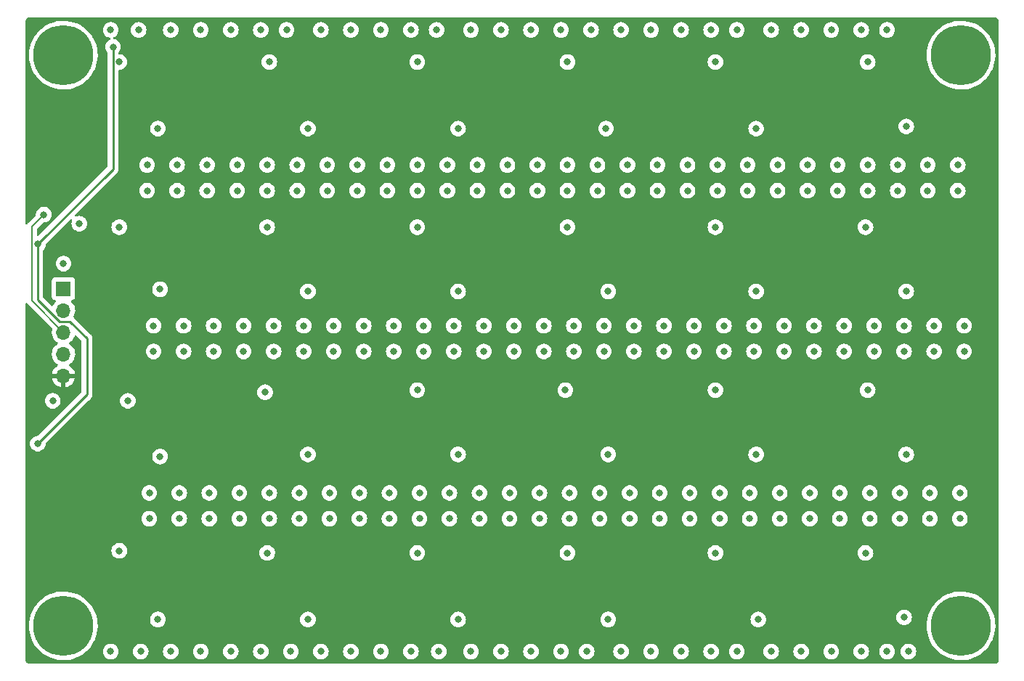
<source format=gbr>
%TF.GenerationSoftware,KiCad,Pcbnew,(6.0.7)*%
%TF.CreationDate,2022-11-11T00:25:46-08:00*%
%TF.ProjectId,LED_Board_s_,4c45445f-426f-4617-9264-5f735f2e6b69,rev?*%
%TF.SameCoordinates,Original*%
%TF.FileFunction,Copper,L2,Inr*%
%TF.FilePolarity,Positive*%
%FSLAX46Y46*%
G04 Gerber Fmt 4.6, Leading zero omitted, Abs format (unit mm)*
G04 Created by KiCad (PCBNEW (6.0.7)) date 2022-11-11 00:25:46*
%MOMM*%
%LPD*%
G01*
G04 APERTURE LIST*
%TA.AperFunction,ComponentPad*%
%ADD10C,0.800000*%
%TD*%
%TA.AperFunction,ComponentPad*%
%ADD11C,7.000000*%
%TD*%
%TA.AperFunction,ComponentPad*%
%ADD12R,1.700000X1.700000*%
%TD*%
%TA.AperFunction,ComponentPad*%
%ADD13O,1.700000X1.700000*%
%TD*%
%TA.AperFunction,ViaPad*%
%ADD14C,0.800000*%
%TD*%
%TA.AperFunction,Conductor*%
%ADD15C,0.200000*%
%TD*%
%TA.AperFunction,Conductor*%
%ADD16C,0.250000*%
%TD*%
G04 APERTURE END LIST*
D10*
%TO.N,GND*%
%TO.C,H2*%
X159482893Y-169872893D03*
X159482893Y-164622893D03*
X156857893Y-167247893D03*
D11*
X159482893Y-167247893D03*
D10*
X161339048Y-169104048D03*
X157626738Y-165391738D03*
X157626738Y-169104048D03*
X161339048Y-165391738D03*
X162107893Y-167247893D03*
%TD*%
D11*
%TO.N,N/C*%
%TO.C,H3*%
X264132893Y-100697893D03*
%TD*%
%TO.N,N/C*%
%TO.C,H4*%
X264132893Y-167247893D03*
%TD*%
%TO.N,N/C*%
%TO.C,H1*%
X159482893Y-100697893D03*
%TD*%
D12*
%TO.N,GND*%
%TO.C,J1*%
X159500000Y-127925000D03*
D13*
%TO.N,/SDI*%
X159500000Y-130465000D03*
%TO.N,/CKI*%
X159500000Y-133005000D03*
%TO.N,VCC*%
X159500000Y-135545000D03*
%TO.N,+5VD*%
X159500000Y-138085000D03*
%TD*%
D14*
%TO.N,/CKI*%
X157200000Y-119300000D03*
%TO.N,GND*%
X190500000Y-151750000D03*
X185500000Y-97750000D03*
X253250000Y-101500000D03*
X197500000Y-151750000D03*
X217500000Y-170250000D03*
X188000000Y-128250000D03*
X258000000Y-170250000D03*
X197250000Y-113500000D03*
X245500000Y-97750000D03*
X200750000Y-139750000D03*
X211250000Y-116500000D03*
X220500000Y-170250000D03*
X236500000Y-135250000D03*
X253000000Y-158750000D03*
X188000000Y-109250000D03*
X218250000Y-101500000D03*
X211500000Y-151750000D03*
X224500000Y-170250000D03*
X240250000Y-128250000D03*
X180500000Y-132250000D03*
X228750000Y-113500000D03*
X191000000Y-135250000D03*
X169250000Y-113500000D03*
X200750000Y-120750000D03*
X205500000Y-166500000D03*
X190500000Y-154750000D03*
X252500000Y-170250000D03*
X187000000Y-154750000D03*
X264500000Y-132250000D03*
X193750000Y-116500000D03*
X218250000Y-158750000D03*
X179000000Y-170250000D03*
X257750000Y-147250000D03*
X250500000Y-132250000D03*
X200750000Y-101500000D03*
X238000000Y-170250000D03*
X188000000Y-147250000D03*
X240000000Y-135250000D03*
X172750000Y-113500000D03*
X170000000Y-135250000D03*
X257500000Y-135250000D03*
X263750000Y-116500000D03*
X236000000Y-151750000D03*
X172000000Y-97750000D03*
X212000000Y-132250000D03*
X223000000Y-128250000D03*
X257000000Y-154750000D03*
X250000000Y-151750000D03*
X242000000Y-170250000D03*
X222500000Y-135250000D03*
X179750000Y-113500000D03*
X264500000Y-135250000D03*
X260250000Y-113500000D03*
X243000000Y-154750000D03*
X250500000Y-135250000D03*
X229000000Y-154750000D03*
X183000000Y-140000000D03*
X207750000Y-113500000D03*
X249000000Y-97750000D03*
X235500000Y-158750000D03*
X217500000Y-97750000D03*
X180000000Y-154750000D03*
X224500000Y-97750000D03*
X180500000Y-135250000D03*
X167000000Y-141000000D03*
X193750000Y-113500000D03*
X236000000Y-154750000D03*
X235750000Y-116500000D03*
X182500000Y-170250000D03*
X218500000Y-151750000D03*
X246250000Y-116500000D03*
X170000000Y-132250000D03*
X223000000Y-166500000D03*
X218500000Y-154750000D03*
X240250000Y-109250000D03*
X200750000Y-158750000D03*
X189500000Y-170250000D03*
X183250000Y-116500000D03*
X205000000Y-135250000D03*
X264000000Y-154750000D03*
X215000000Y-151750000D03*
X243000000Y-151750000D03*
X260500000Y-154750000D03*
X214000000Y-170250000D03*
X184000000Y-132250000D03*
X218250000Y-116500000D03*
X225500000Y-154750000D03*
X200000000Y-170250000D03*
X214750000Y-113500000D03*
X190250000Y-113500000D03*
X207750000Y-116500000D03*
X260500000Y-151750000D03*
X219000000Y-132250000D03*
X247000000Y-132250000D03*
X194500000Y-132250000D03*
X223000000Y-147250000D03*
X240250000Y-147250000D03*
X183250000Y-120750000D03*
X175500000Y-170250000D03*
X229500000Y-132250000D03*
X225250000Y-113500000D03*
X242750000Y-116500000D03*
X183500000Y-101500000D03*
X187500000Y-132250000D03*
X208500000Y-132250000D03*
X254000000Y-132250000D03*
X172750000Y-116500000D03*
X239500000Y-151750000D03*
X253250000Y-113500000D03*
X233000000Y-132250000D03*
X250000000Y-154750000D03*
X211500000Y-154750000D03*
X186750000Y-113500000D03*
X245500000Y-170250000D03*
X226000000Y-132250000D03*
X229000000Y-151750000D03*
X168250000Y-97750000D03*
X186000000Y-170250000D03*
X235750000Y-113500000D03*
X225250000Y-116500000D03*
X196500000Y-97750000D03*
X187000000Y-151750000D03*
X205000000Y-132250000D03*
X233000000Y-135250000D03*
X184000000Y-135250000D03*
X175500000Y-97750000D03*
X196500000Y-170250000D03*
X165000000Y-97750000D03*
X193000000Y-170250000D03*
X240500000Y-166500000D03*
X205500000Y-109250000D03*
X176500000Y-151750000D03*
X257500000Y-132250000D03*
X203250000Y-170250000D03*
X169500000Y-151750000D03*
X193000000Y-97750000D03*
X226000000Y-135250000D03*
X208000000Y-151750000D03*
X183500000Y-151750000D03*
X170750000Y-128000000D03*
X166000000Y-120750000D03*
X246500000Y-151750000D03*
X218000000Y-139750000D03*
X194000000Y-154750000D03*
X228000000Y-170250000D03*
X211250000Y-113500000D03*
X249750000Y-116500000D03*
X204250000Y-113500000D03*
X257500000Y-166250000D03*
X173500000Y-132250000D03*
X215500000Y-132250000D03*
X264000000Y-151750000D03*
X179750000Y-116500000D03*
X246500000Y-154750000D03*
X200000000Y-97750000D03*
X205500000Y-128250000D03*
X177000000Y-132250000D03*
X183250000Y-158750000D03*
X232250000Y-113500000D03*
X240000000Y-132250000D03*
X239500000Y-154750000D03*
X214750000Y-116500000D03*
X200750000Y-116500000D03*
X168500000Y-170250000D03*
X173500000Y-135250000D03*
X180000000Y-151750000D03*
X186750000Y-116500000D03*
X173000000Y-154750000D03*
X208000000Y-154750000D03*
X194500000Y-135250000D03*
X256750000Y-113500000D03*
X242750000Y-113500000D03*
X176250000Y-113500000D03*
X222000000Y-154750000D03*
X207000000Y-97750000D03*
X170500000Y-166500000D03*
X239250000Y-116500000D03*
X260250000Y-116500000D03*
X222500000Y-132250000D03*
X263750000Y-113500000D03*
X215000000Y-154750000D03*
X201500000Y-132250000D03*
X222000000Y-151750000D03*
X221000000Y-97750000D03*
X212000000Y-135250000D03*
X232250000Y-116500000D03*
X232500000Y-154750000D03*
X231500000Y-97750000D03*
X218250000Y-113500000D03*
X210500000Y-170250000D03*
X169250000Y-116500000D03*
X257000000Y-151750000D03*
X238000000Y-97750000D03*
X225500000Y-151750000D03*
X201500000Y-135250000D03*
X207000000Y-170250000D03*
X204500000Y-151750000D03*
X182500000Y-97750000D03*
X204250000Y-116500000D03*
X208500000Y-135250000D03*
X159500000Y-125000000D03*
X253000000Y-120750000D03*
X247000000Y-135250000D03*
X190250000Y-116500000D03*
X222750000Y-109250000D03*
X249750000Y-113500000D03*
X198000000Y-132250000D03*
X255500000Y-170250000D03*
X177000000Y-135250000D03*
X172000000Y-170250000D03*
X210500000Y-97750000D03*
X201000000Y-151750000D03*
X228750000Y-116500000D03*
X249000000Y-170250000D03*
X179000000Y-97750000D03*
X253250000Y-116500000D03*
X191000000Y-132250000D03*
X176500000Y-154750000D03*
X214000000Y-97750000D03*
X236500000Y-132250000D03*
X197500000Y-154750000D03*
X243500000Y-135250000D03*
X228000000Y-97750000D03*
X165000000Y-170250000D03*
X261000000Y-132250000D03*
X235500000Y-139750000D03*
X183500000Y-154750000D03*
X254000000Y-135250000D03*
X215500000Y-135250000D03*
X219000000Y-135250000D03*
X197250000Y-116500000D03*
X188000000Y-166500000D03*
X221750000Y-113500000D03*
X198000000Y-135250000D03*
X242000000Y-97750000D03*
X194000000Y-151750000D03*
X235000000Y-170250000D03*
X257750000Y-128250000D03*
X205500000Y-147250000D03*
X218250000Y-120750000D03*
X173000000Y-151750000D03*
X201000000Y-154750000D03*
X261000000Y-135250000D03*
X243500000Y-132250000D03*
X232500000Y-151750000D03*
X204500000Y-154750000D03*
X252500000Y-97750000D03*
X187500000Y-135250000D03*
X253250000Y-139750000D03*
X189500000Y-97750000D03*
X170500000Y-109250000D03*
X235000000Y-97750000D03*
X200750000Y-113500000D03*
X257750000Y-109000000D03*
X255500000Y-97750000D03*
X183250000Y-113500000D03*
X166000000Y-101500000D03*
X229500000Y-135250000D03*
X176250000Y-116500000D03*
X235500000Y-101500000D03*
X256750000Y-116500000D03*
X169500000Y-154750000D03*
X170750000Y-147500000D03*
X231500000Y-170250000D03*
X166000000Y-158500000D03*
X203000000Y-97750000D03*
X253500000Y-151750000D03*
X246250000Y-113500000D03*
X235500000Y-120750000D03*
X221750000Y-116500000D03*
X239250000Y-113500000D03*
X253500000Y-154750000D03*
%TO.N,/SDI_M*%
X165264607Y-99735393D03*
X156500000Y-122750000D03*
X156500000Y-146000000D03*
%TO.N,/CKI_M*%
X161343750Y-120343750D03*
X158250000Y-141000000D03*
%TD*%
D15*
%TO.N,/CKI*%
X159500000Y-133005000D02*
X155800000Y-129305000D01*
X155800000Y-120700000D02*
X157200000Y-119300000D01*
X155800000Y-129305000D02*
X155800000Y-120700000D01*
D16*
%TO.N,/SDI_M*%
X162250000Y-133750000D02*
X162250000Y-140250000D01*
X156500000Y-129250000D02*
X159000000Y-131750000D01*
X159000000Y-131750000D02*
X160250000Y-131750000D01*
X165264607Y-113985393D02*
X156500000Y-122750000D01*
X160250000Y-131750000D02*
X162250000Y-133750000D01*
X156500000Y-122750000D02*
X156500000Y-129250000D01*
X165264607Y-99735393D02*
X165264607Y-113985393D01*
X162250000Y-140250000D02*
X156500000Y-146000000D01*
%TD*%
%TA.AperFunction,Conductor*%
%TO.N,+5VD*%
G36*
X268027915Y-96282893D02*
G01*
X268042750Y-96285203D01*
X268042751Y-96285203D01*
X268051621Y-96286584D01*
X268060524Y-96285420D01*
X268060526Y-96285420D01*
X268060650Y-96285404D01*
X268091088Y-96285133D01*
X268123951Y-96288835D01*
X268153158Y-96292126D01*
X268180666Y-96298404D01*
X268257756Y-96325379D01*
X268283176Y-96337620D01*
X268352326Y-96381069D01*
X268374386Y-96398661D01*
X268432135Y-96456409D01*
X268449727Y-96478469D01*
X268493178Y-96547621D01*
X268505420Y-96573041D01*
X268532393Y-96650124D01*
X268538672Y-96677632D01*
X268544919Y-96733072D01*
X268544611Y-96748764D01*
X268545693Y-96748777D01*
X268545584Y-96757746D01*
X268544202Y-96766621D01*
X268548110Y-96796504D01*
X268548329Y-96798180D01*
X268549393Y-96814518D01*
X268549393Y-171123530D01*
X268547893Y-171142915D01*
X268545583Y-171157748D01*
X268545583Y-171157752D01*
X268544202Y-171166621D01*
X268545382Y-171175646D01*
X268545654Y-171206081D01*
X268538661Y-171268154D01*
X268538661Y-171268155D01*
X268532382Y-171295664D01*
X268505408Y-171372752D01*
X268493169Y-171398168D01*
X268449714Y-171467325D01*
X268432125Y-171489380D01*
X268374380Y-171547125D01*
X268352325Y-171564714D01*
X268283168Y-171608169D01*
X268257752Y-171620408D01*
X268180664Y-171647382D01*
X268153159Y-171653660D01*
X268097673Y-171659912D01*
X268082036Y-171659245D01*
X268082018Y-171660694D01*
X268073047Y-171660584D01*
X268064173Y-171659202D01*
X268055270Y-171660366D01*
X268055263Y-171660366D01*
X268032603Y-171663329D01*
X268016267Y-171664393D01*
X155607263Y-171664393D01*
X155587876Y-171662893D01*
X155573043Y-171660583D01*
X155573042Y-171660583D01*
X155564173Y-171659202D01*
X155555271Y-171660366D01*
X155555269Y-171660366D01*
X155555153Y-171660381D01*
X155524704Y-171660652D01*
X155462633Y-171653657D01*
X155435127Y-171647379D01*
X155358045Y-171620406D01*
X155332626Y-171608165D01*
X155302885Y-171589478D01*
X155263476Y-171564716D01*
X155241417Y-171547124D01*
X155183671Y-171489376D01*
X155166080Y-171467317D01*
X155122633Y-171398170D01*
X155110392Y-171372750D01*
X155083418Y-171295663D01*
X155077139Y-171268154D01*
X155076260Y-171260347D01*
X155070877Y-171212567D01*
X155070094Y-171196922D01*
X155070203Y-171188046D01*
X155071584Y-171179173D01*
X155070420Y-171170270D01*
X155070420Y-171170265D01*
X155067457Y-171147603D01*
X155066393Y-171131267D01*
X155066393Y-167191858D01*
X155469950Y-167191858D01*
X155470058Y-167194947D01*
X155476177Y-167370166D01*
X155483634Y-167583720D01*
X155535492Y-167972377D01*
X155625029Y-168354118D01*
X155751389Y-168725300D01*
X155913368Y-169082380D01*
X156109418Y-169421949D01*
X156111207Y-169424447D01*
X156111209Y-169424451D01*
X156321924Y-169718774D01*
X156337669Y-169740767D01*
X156339695Y-169743082D01*
X156339698Y-169743085D01*
X156593910Y-170033468D01*
X156595942Y-170035789D01*
X156881771Y-170304201D01*
X157192429Y-170543439D01*
X157195032Y-170545066D01*
X157195037Y-170545069D01*
X157307384Y-170615271D01*
X157524949Y-170751221D01*
X157876159Y-170925563D01*
X158242705Y-171064800D01*
X158621088Y-171167605D01*
X158856176Y-171207367D01*
X159004676Y-171232484D01*
X159004679Y-171232484D01*
X159007698Y-171232995D01*
X159162337Y-171243809D01*
X159395778Y-171260133D01*
X159395786Y-171260133D01*
X159398844Y-171260347D01*
X159650930Y-171253306D01*
X159787718Y-171249485D01*
X159787721Y-171249485D01*
X159790792Y-171249399D01*
X159793845Y-171249013D01*
X159793849Y-171249013D01*
X159935469Y-171231122D01*
X160179801Y-171200255D01*
X160182805Y-171199573D01*
X160182808Y-171199572D01*
X160559162Y-171114067D01*
X160559168Y-171114065D01*
X160562158Y-171113386D01*
X160565077Y-171112415D01*
X160931289Y-170990593D01*
X160931295Y-170990591D01*
X160934213Y-170989620D01*
X160937023Y-170988369D01*
X161289615Y-170831385D01*
X161289621Y-170831382D01*
X161292415Y-170830138D01*
X161359811Y-170791852D01*
X161630677Y-170637979D01*
X161630683Y-170637976D01*
X161633345Y-170636463D01*
X161903051Y-170446206D01*
X161951235Y-170412216D01*
X161951239Y-170412213D01*
X161953748Y-170410443D01*
X162139624Y-170250000D01*
X164086496Y-170250000D01*
X164106458Y-170439928D01*
X164165473Y-170621556D01*
X164168776Y-170627278D01*
X164168777Y-170627279D01*
X164174955Y-170637979D01*
X164260960Y-170786944D01*
X164388747Y-170928866D01*
X164543248Y-171041118D01*
X164549276Y-171043802D01*
X164549278Y-171043803D01*
X164598258Y-171065610D01*
X164717712Y-171118794D01*
X164776393Y-171131267D01*
X164898056Y-171157128D01*
X164898061Y-171157128D01*
X164904513Y-171158500D01*
X165095487Y-171158500D01*
X165101939Y-171157128D01*
X165101944Y-171157128D01*
X165223607Y-171131267D01*
X165282288Y-171118794D01*
X165401742Y-171065610D01*
X165450722Y-171043803D01*
X165450724Y-171043802D01*
X165456752Y-171041118D01*
X165611253Y-170928866D01*
X165739040Y-170786944D01*
X165825045Y-170637979D01*
X165831223Y-170627279D01*
X165831224Y-170627278D01*
X165834527Y-170621556D01*
X165893542Y-170439928D01*
X165913504Y-170250000D01*
X167586496Y-170250000D01*
X167606458Y-170439928D01*
X167665473Y-170621556D01*
X167668776Y-170627278D01*
X167668777Y-170627279D01*
X167674955Y-170637979D01*
X167760960Y-170786944D01*
X167888747Y-170928866D01*
X168043248Y-171041118D01*
X168049276Y-171043802D01*
X168049278Y-171043803D01*
X168098258Y-171065610D01*
X168217712Y-171118794D01*
X168276393Y-171131267D01*
X168398056Y-171157128D01*
X168398061Y-171157128D01*
X168404513Y-171158500D01*
X168595487Y-171158500D01*
X168601939Y-171157128D01*
X168601944Y-171157128D01*
X168723607Y-171131267D01*
X168782288Y-171118794D01*
X168901742Y-171065610D01*
X168950722Y-171043803D01*
X168950724Y-171043802D01*
X168956752Y-171041118D01*
X169111253Y-170928866D01*
X169239040Y-170786944D01*
X169325045Y-170637979D01*
X169331223Y-170627279D01*
X169331224Y-170627278D01*
X169334527Y-170621556D01*
X169393542Y-170439928D01*
X169413504Y-170250000D01*
X171086496Y-170250000D01*
X171106458Y-170439928D01*
X171165473Y-170621556D01*
X171168776Y-170627278D01*
X171168777Y-170627279D01*
X171174955Y-170637979D01*
X171260960Y-170786944D01*
X171388747Y-170928866D01*
X171543248Y-171041118D01*
X171549276Y-171043802D01*
X171549278Y-171043803D01*
X171598258Y-171065610D01*
X171717712Y-171118794D01*
X171776393Y-171131267D01*
X171898056Y-171157128D01*
X171898061Y-171157128D01*
X171904513Y-171158500D01*
X172095487Y-171158500D01*
X172101939Y-171157128D01*
X172101944Y-171157128D01*
X172223607Y-171131267D01*
X172282288Y-171118794D01*
X172401742Y-171065610D01*
X172450722Y-171043803D01*
X172450724Y-171043802D01*
X172456752Y-171041118D01*
X172611253Y-170928866D01*
X172739040Y-170786944D01*
X172825045Y-170637979D01*
X172831223Y-170627279D01*
X172831224Y-170627278D01*
X172834527Y-170621556D01*
X172893542Y-170439928D01*
X172913504Y-170250000D01*
X174586496Y-170250000D01*
X174606458Y-170439928D01*
X174665473Y-170621556D01*
X174668776Y-170627278D01*
X174668777Y-170627279D01*
X174674955Y-170637979D01*
X174760960Y-170786944D01*
X174888747Y-170928866D01*
X175043248Y-171041118D01*
X175049276Y-171043802D01*
X175049278Y-171043803D01*
X175098258Y-171065610D01*
X175217712Y-171118794D01*
X175276393Y-171131267D01*
X175398056Y-171157128D01*
X175398061Y-171157128D01*
X175404513Y-171158500D01*
X175595487Y-171158500D01*
X175601939Y-171157128D01*
X175601944Y-171157128D01*
X175723607Y-171131267D01*
X175782288Y-171118794D01*
X175901742Y-171065610D01*
X175950722Y-171043803D01*
X175950724Y-171043802D01*
X175956752Y-171041118D01*
X176111253Y-170928866D01*
X176239040Y-170786944D01*
X176325045Y-170637979D01*
X176331223Y-170627279D01*
X176331224Y-170627278D01*
X176334527Y-170621556D01*
X176393542Y-170439928D01*
X176413504Y-170250000D01*
X178086496Y-170250000D01*
X178106458Y-170439928D01*
X178165473Y-170621556D01*
X178168776Y-170627278D01*
X178168777Y-170627279D01*
X178174955Y-170637979D01*
X178260960Y-170786944D01*
X178388747Y-170928866D01*
X178543248Y-171041118D01*
X178549276Y-171043802D01*
X178549278Y-171043803D01*
X178598258Y-171065610D01*
X178717712Y-171118794D01*
X178776393Y-171131267D01*
X178898056Y-171157128D01*
X178898061Y-171157128D01*
X178904513Y-171158500D01*
X179095487Y-171158500D01*
X179101939Y-171157128D01*
X179101944Y-171157128D01*
X179223607Y-171131267D01*
X179282288Y-171118794D01*
X179401742Y-171065610D01*
X179450722Y-171043803D01*
X179450724Y-171043802D01*
X179456752Y-171041118D01*
X179611253Y-170928866D01*
X179739040Y-170786944D01*
X179825045Y-170637979D01*
X179831223Y-170627279D01*
X179831224Y-170627278D01*
X179834527Y-170621556D01*
X179893542Y-170439928D01*
X179913504Y-170250000D01*
X181586496Y-170250000D01*
X181606458Y-170439928D01*
X181665473Y-170621556D01*
X181668776Y-170627278D01*
X181668777Y-170627279D01*
X181674955Y-170637979D01*
X181760960Y-170786944D01*
X181888747Y-170928866D01*
X182043248Y-171041118D01*
X182049276Y-171043802D01*
X182049278Y-171043803D01*
X182098258Y-171065610D01*
X182217712Y-171118794D01*
X182276393Y-171131267D01*
X182398056Y-171157128D01*
X182398061Y-171157128D01*
X182404513Y-171158500D01*
X182595487Y-171158500D01*
X182601939Y-171157128D01*
X182601944Y-171157128D01*
X182723607Y-171131267D01*
X182782288Y-171118794D01*
X182901742Y-171065610D01*
X182950722Y-171043803D01*
X182950724Y-171043802D01*
X182956752Y-171041118D01*
X183111253Y-170928866D01*
X183239040Y-170786944D01*
X183325045Y-170637979D01*
X183331223Y-170627279D01*
X183331224Y-170627278D01*
X183334527Y-170621556D01*
X183393542Y-170439928D01*
X183413504Y-170250000D01*
X185086496Y-170250000D01*
X185106458Y-170439928D01*
X185165473Y-170621556D01*
X185168776Y-170627278D01*
X185168777Y-170627279D01*
X185174955Y-170637979D01*
X185260960Y-170786944D01*
X185388747Y-170928866D01*
X185543248Y-171041118D01*
X185549276Y-171043802D01*
X185549278Y-171043803D01*
X185598258Y-171065610D01*
X185717712Y-171118794D01*
X185776393Y-171131267D01*
X185898056Y-171157128D01*
X185898061Y-171157128D01*
X185904513Y-171158500D01*
X186095487Y-171158500D01*
X186101939Y-171157128D01*
X186101944Y-171157128D01*
X186223607Y-171131267D01*
X186282288Y-171118794D01*
X186401742Y-171065610D01*
X186450722Y-171043803D01*
X186450724Y-171043802D01*
X186456752Y-171041118D01*
X186611253Y-170928866D01*
X186739040Y-170786944D01*
X186825045Y-170637979D01*
X186831223Y-170627279D01*
X186831224Y-170627278D01*
X186834527Y-170621556D01*
X186893542Y-170439928D01*
X186913504Y-170250000D01*
X188586496Y-170250000D01*
X188606458Y-170439928D01*
X188665473Y-170621556D01*
X188668776Y-170627278D01*
X188668777Y-170627279D01*
X188674955Y-170637979D01*
X188760960Y-170786944D01*
X188888747Y-170928866D01*
X189043248Y-171041118D01*
X189049276Y-171043802D01*
X189049278Y-171043803D01*
X189098258Y-171065610D01*
X189217712Y-171118794D01*
X189276393Y-171131267D01*
X189398056Y-171157128D01*
X189398061Y-171157128D01*
X189404513Y-171158500D01*
X189595487Y-171158500D01*
X189601939Y-171157128D01*
X189601944Y-171157128D01*
X189723607Y-171131267D01*
X189782288Y-171118794D01*
X189901742Y-171065610D01*
X189950722Y-171043803D01*
X189950724Y-171043802D01*
X189956752Y-171041118D01*
X190111253Y-170928866D01*
X190239040Y-170786944D01*
X190325045Y-170637979D01*
X190331223Y-170627279D01*
X190331224Y-170627278D01*
X190334527Y-170621556D01*
X190393542Y-170439928D01*
X190413504Y-170250000D01*
X192086496Y-170250000D01*
X192106458Y-170439928D01*
X192165473Y-170621556D01*
X192168776Y-170627278D01*
X192168777Y-170627279D01*
X192174955Y-170637979D01*
X192260960Y-170786944D01*
X192388747Y-170928866D01*
X192543248Y-171041118D01*
X192549276Y-171043802D01*
X192549278Y-171043803D01*
X192598258Y-171065610D01*
X192717712Y-171118794D01*
X192776393Y-171131267D01*
X192898056Y-171157128D01*
X192898061Y-171157128D01*
X192904513Y-171158500D01*
X193095487Y-171158500D01*
X193101939Y-171157128D01*
X193101944Y-171157128D01*
X193223607Y-171131267D01*
X193282288Y-171118794D01*
X193401742Y-171065610D01*
X193450722Y-171043803D01*
X193450724Y-171043802D01*
X193456752Y-171041118D01*
X193611253Y-170928866D01*
X193739040Y-170786944D01*
X193825045Y-170637979D01*
X193831223Y-170627279D01*
X193831224Y-170627278D01*
X193834527Y-170621556D01*
X193893542Y-170439928D01*
X193913504Y-170250000D01*
X195586496Y-170250000D01*
X195606458Y-170439928D01*
X195665473Y-170621556D01*
X195668776Y-170627278D01*
X195668777Y-170627279D01*
X195674955Y-170637979D01*
X195760960Y-170786944D01*
X195888747Y-170928866D01*
X196043248Y-171041118D01*
X196049276Y-171043802D01*
X196049278Y-171043803D01*
X196098258Y-171065610D01*
X196217712Y-171118794D01*
X196276393Y-171131267D01*
X196398056Y-171157128D01*
X196398061Y-171157128D01*
X196404513Y-171158500D01*
X196595487Y-171158500D01*
X196601939Y-171157128D01*
X196601944Y-171157128D01*
X196723607Y-171131267D01*
X196782288Y-171118794D01*
X196901742Y-171065610D01*
X196950722Y-171043803D01*
X196950724Y-171043802D01*
X196956752Y-171041118D01*
X197111253Y-170928866D01*
X197239040Y-170786944D01*
X197325045Y-170637979D01*
X197331223Y-170627279D01*
X197331224Y-170627278D01*
X197334527Y-170621556D01*
X197393542Y-170439928D01*
X197413504Y-170250000D01*
X199086496Y-170250000D01*
X199106458Y-170439928D01*
X199165473Y-170621556D01*
X199168776Y-170627278D01*
X199168777Y-170627279D01*
X199174955Y-170637979D01*
X199260960Y-170786944D01*
X199388747Y-170928866D01*
X199543248Y-171041118D01*
X199549276Y-171043802D01*
X199549278Y-171043803D01*
X199598258Y-171065610D01*
X199717712Y-171118794D01*
X199776393Y-171131267D01*
X199898056Y-171157128D01*
X199898061Y-171157128D01*
X199904513Y-171158500D01*
X200095487Y-171158500D01*
X200101939Y-171157128D01*
X200101944Y-171157128D01*
X200223607Y-171131267D01*
X200282288Y-171118794D01*
X200401742Y-171065610D01*
X200450722Y-171043803D01*
X200450724Y-171043802D01*
X200456752Y-171041118D01*
X200611253Y-170928866D01*
X200739040Y-170786944D01*
X200825045Y-170637979D01*
X200831223Y-170627279D01*
X200831224Y-170627278D01*
X200834527Y-170621556D01*
X200893542Y-170439928D01*
X200913504Y-170250000D01*
X202336496Y-170250000D01*
X202356458Y-170439928D01*
X202415473Y-170621556D01*
X202418776Y-170627278D01*
X202418777Y-170627279D01*
X202424955Y-170637979D01*
X202510960Y-170786944D01*
X202638747Y-170928866D01*
X202793248Y-171041118D01*
X202799276Y-171043802D01*
X202799278Y-171043803D01*
X202848258Y-171065610D01*
X202967712Y-171118794D01*
X203026393Y-171131267D01*
X203148056Y-171157128D01*
X203148061Y-171157128D01*
X203154513Y-171158500D01*
X203345487Y-171158500D01*
X203351939Y-171157128D01*
X203351944Y-171157128D01*
X203473607Y-171131267D01*
X203532288Y-171118794D01*
X203651742Y-171065610D01*
X203700722Y-171043803D01*
X203700724Y-171043802D01*
X203706752Y-171041118D01*
X203861253Y-170928866D01*
X203989040Y-170786944D01*
X204075045Y-170637979D01*
X204081223Y-170627279D01*
X204081224Y-170627278D01*
X204084527Y-170621556D01*
X204143542Y-170439928D01*
X204163504Y-170250000D01*
X206086496Y-170250000D01*
X206106458Y-170439928D01*
X206165473Y-170621556D01*
X206168776Y-170627278D01*
X206168777Y-170627279D01*
X206174955Y-170637979D01*
X206260960Y-170786944D01*
X206388747Y-170928866D01*
X206543248Y-171041118D01*
X206549276Y-171043802D01*
X206549278Y-171043803D01*
X206598258Y-171065610D01*
X206717712Y-171118794D01*
X206776393Y-171131267D01*
X206898056Y-171157128D01*
X206898061Y-171157128D01*
X206904513Y-171158500D01*
X207095487Y-171158500D01*
X207101939Y-171157128D01*
X207101944Y-171157128D01*
X207223607Y-171131267D01*
X207282288Y-171118794D01*
X207401742Y-171065610D01*
X207450722Y-171043803D01*
X207450724Y-171043802D01*
X207456752Y-171041118D01*
X207611253Y-170928866D01*
X207739040Y-170786944D01*
X207825045Y-170637979D01*
X207831223Y-170627279D01*
X207831224Y-170627278D01*
X207834527Y-170621556D01*
X207893542Y-170439928D01*
X207913504Y-170250000D01*
X209586496Y-170250000D01*
X209606458Y-170439928D01*
X209665473Y-170621556D01*
X209668776Y-170627278D01*
X209668777Y-170627279D01*
X209674955Y-170637979D01*
X209760960Y-170786944D01*
X209888747Y-170928866D01*
X210043248Y-171041118D01*
X210049276Y-171043802D01*
X210049278Y-171043803D01*
X210098258Y-171065610D01*
X210217712Y-171118794D01*
X210276393Y-171131267D01*
X210398056Y-171157128D01*
X210398061Y-171157128D01*
X210404513Y-171158500D01*
X210595487Y-171158500D01*
X210601939Y-171157128D01*
X210601944Y-171157128D01*
X210723607Y-171131267D01*
X210782288Y-171118794D01*
X210901742Y-171065610D01*
X210950722Y-171043803D01*
X210950724Y-171043802D01*
X210956752Y-171041118D01*
X211111253Y-170928866D01*
X211239040Y-170786944D01*
X211325045Y-170637979D01*
X211331223Y-170627279D01*
X211331224Y-170627278D01*
X211334527Y-170621556D01*
X211393542Y-170439928D01*
X211413504Y-170250000D01*
X213086496Y-170250000D01*
X213106458Y-170439928D01*
X213165473Y-170621556D01*
X213168776Y-170627278D01*
X213168777Y-170627279D01*
X213174955Y-170637979D01*
X213260960Y-170786944D01*
X213388747Y-170928866D01*
X213543248Y-171041118D01*
X213549276Y-171043802D01*
X213549278Y-171043803D01*
X213598258Y-171065610D01*
X213717712Y-171118794D01*
X213776393Y-171131267D01*
X213898056Y-171157128D01*
X213898061Y-171157128D01*
X213904513Y-171158500D01*
X214095487Y-171158500D01*
X214101939Y-171157128D01*
X214101944Y-171157128D01*
X214223607Y-171131267D01*
X214282288Y-171118794D01*
X214401742Y-171065610D01*
X214450722Y-171043803D01*
X214450724Y-171043802D01*
X214456752Y-171041118D01*
X214611253Y-170928866D01*
X214739040Y-170786944D01*
X214825045Y-170637979D01*
X214831223Y-170627279D01*
X214831224Y-170627278D01*
X214834527Y-170621556D01*
X214893542Y-170439928D01*
X214913504Y-170250000D01*
X216586496Y-170250000D01*
X216606458Y-170439928D01*
X216665473Y-170621556D01*
X216668776Y-170627278D01*
X216668777Y-170627279D01*
X216674955Y-170637979D01*
X216760960Y-170786944D01*
X216888747Y-170928866D01*
X217043248Y-171041118D01*
X217049276Y-171043802D01*
X217049278Y-171043803D01*
X217098258Y-171065610D01*
X217217712Y-171118794D01*
X217276393Y-171131267D01*
X217398056Y-171157128D01*
X217398061Y-171157128D01*
X217404513Y-171158500D01*
X217595487Y-171158500D01*
X217601939Y-171157128D01*
X217601944Y-171157128D01*
X217723607Y-171131267D01*
X217782288Y-171118794D01*
X217901742Y-171065610D01*
X217950722Y-171043803D01*
X217950724Y-171043802D01*
X217956752Y-171041118D01*
X218111253Y-170928866D01*
X218239040Y-170786944D01*
X218325045Y-170637979D01*
X218331223Y-170627279D01*
X218331224Y-170627278D01*
X218334527Y-170621556D01*
X218393542Y-170439928D01*
X218413504Y-170250000D01*
X219586496Y-170250000D01*
X219606458Y-170439928D01*
X219665473Y-170621556D01*
X219668776Y-170627278D01*
X219668777Y-170627279D01*
X219674955Y-170637979D01*
X219760960Y-170786944D01*
X219888747Y-170928866D01*
X220043248Y-171041118D01*
X220049276Y-171043802D01*
X220049278Y-171043803D01*
X220098258Y-171065610D01*
X220217712Y-171118794D01*
X220276393Y-171131267D01*
X220398056Y-171157128D01*
X220398061Y-171157128D01*
X220404513Y-171158500D01*
X220595487Y-171158500D01*
X220601939Y-171157128D01*
X220601944Y-171157128D01*
X220723607Y-171131267D01*
X220782288Y-171118794D01*
X220901742Y-171065610D01*
X220950722Y-171043803D01*
X220950724Y-171043802D01*
X220956752Y-171041118D01*
X221111253Y-170928866D01*
X221239040Y-170786944D01*
X221325045Y-170637979D01*
X221331223Y-170627279D01*
X221331224Y-170627278D01*
X221334527Y-170621556D01*
X221393542Y-170439928D01*
X221413504Y-170250000D01*
X223586496Y-170250000D01*
X223606458Y-170439928D01*
X223665473Y-170621556D01*
X223668776Y-170627278D01*
X223668777Y-170627279D01*
X223674955Y-170637979D01*
X223760960Y-170786944D01*
X223888747Y-170928866D01*
X224043248Y-171041118D01*
X224049276Y-171043802D01*
X224049278Y-171043803D01*
X224098258Y-171065610D01*
X224217712Y-171118794D01*
X224276393Y-171131267D01*
X224398056Y-171157128D01*
X224398061Y-171157128D01*
X224404513Y-171158500D01*
X224595487Y-171158500D01*
X224601939Y-171157128D01*
X224601944Y-171157128D01*
X224723607Y-171131267D01*
X224782288Y-171118794D01*
X224901742Y-171065610D01*
X224950722Y-171043803D01*
X224950724Y-171043802D01*
X224956752Y-171041118D01*
X225111253Y-170928866D01*
X225239040Y-170786944D01*
X225325045Y-170637979D01*
X225331223Y-170627279D01*
X225331224Y-170627278D01*
X225334527Y-170621556D01*
X225393542Y-170439928D01*
X225413504Y-170250000D01*
X227086496Y-170250000D01*
X227106458Y-170439928D01*
X227165473Y-170621556D01*
X227168776Y-170627278D01*
X227168777Y-170627279D01*
X227174955Y-170637979D01*
X227260960Y-170786944D01*
X227388747Y-170928866D01*
X227543248Y-171041118D01*
X227549276Y-171043802D01*
X227549278Y-171043803D01*
X227598258Y-171065610D01*
X227717712Y-171118794D01*
X227776393Y-171131267D01*
X227898056Y-171157128D01*
X227898061Y-171157128D01*
X227904513Y-171158500D01*
X228095487Y-171158500D01*
X228101939Y-171157128D01*
X228101944Y-171157128D01*
X228223607Y-171131267D01*
X228282288Y-171118794D01*
X228401742Y-171065610D01*
X228450722Y-171043803D01*
X228450724Y-171043802D01*
X228456752Y-171041118D01*
X228611253Y-170928866D01*
X228739040Y-170786944D01*
X228825045Y-170637979D01*
X228831223Y-170627279D01*
X228831224Y-170627278D01*
X228834527Y-170621556D01*
X228893542Y-170439928D01*
X228913504Y-170250000D01*
X230586496Y-170250000D01*
X230606458Y-170439928D01*
X230665473Y-170621556D01*
X230668776Y-170627278D01*
X230668777Y-170627279D01*
X230674955Y-170637979D01*
X230760960Y-170786944D01*
X230888747Y-170928866D01*
X231043248Y-171041118D01*
X231049276Y-171043802D01*
X231049278Y-171043803D01*
X231098258Y-171065610D01*
X231217712Y-171118794D01*
X231276393Y-171131267D01*
X231398056Y-171157128D01*
X231398061Y-171157128D01*
X231404513Y-171158500D01*
X231595487Y-171158500D01*
X231601939Y-171157128D01*
X231601944Y-171157128D01*
X231723607Y-171131267D01*
X231782288Y-171118794D01*
X231901742Y-171065610D01*
X231950722Y-171043803D01*
X231950724Y-171043802D01*
X231956752Y-171041118D01*
X232111253Y-170928866D01*
X232239040Y-170786944D01*
X232325045Y-170637979D01*
X232331223Y-170627279D01*
X232331224Y-170627278D01*
X232334527Y-170621556D01*
X232393542Y-170439928D01*
X232413504Y-170250000D01*
X234086496Y-170250000D01*
X234106458Y-170439928D01*
X234165473Y-170621556D01*
X234168776Y-170627278D01*
X234168777Y-170627279D01*
X234174955Y-170637979D01*
X234260960Y-170786944D01*
X234388747Y-170928866D01*
X234543248Y-171041118D01*
X234549276Y-171043802D01*
X234549278Y-171043803D01*
X234598258Y-171065610D01*
X234717712Y-171118794D01*
X234776393Y-171131267D01*
X234898056Y-171157128D01*
X234898061Y-171157128D01*
X234904513Y-171158500D01*
X235095487Y-171158500D01*
X235101939Y-171157128D01*
X235101944Y-171157128D01*
X235223607Y-171131267D01*
X235282288Y-171118794D01*
X235401742Y-171065610D01*
X235450722Y-171043803D01*
X235450724Y-171043802D01*
X235456752Y-171041118D01*
X235611253Y-170928866D01*
X235739040Y-170786944D01*
X235825045Y-170637979D01*
X235831223Y-170627279D01*
X235831224Y-170627278D01*
X235834527Y-170621556D01*
X235893542Y-170439928D01*
X235913504Y-170250000D01*
X237086496Y-170250000D01*
X237106458Y-170439928D01*
X237165473Y-170621556D01*
X237168776Y-170627278D01*
X237168777Y-170627279D01*
X237174955Y-170637979D01*
X237260960Y-170786944D01*
X237388747Y-170928866D01*
X237543248Y-171041118D01*
X237549276Y-171043802D01*
X237549278Y-171043803D01*
X237598258Y-171065610D01*
X237717712Y-171118794D01*
X237776393Y-171131267D01*
X237898056Y-171157128D01*
X237898061Y-171157128D01*
X237904513Y-171158500D01*
X238095487Y-171158500D01*
X238101939Y-171157128D01*
X238101944Y-171157128D01*
X238223607Y-171131267D01*
X238282288Y-171118794D01*
X238401742Y-171065610D01*
X238450722Y-171043803D01*
X238450724Y-171043802D01*
X238456752Y-171041118D01*
X238611253Y-170928866D01*
X238739040Y-170786944D01*
X238825045Y-170637979D01*
X238831223Y-170627279D01*
X238831224Y-170627278D01*
X238834527Y-170621556D01*
X238893542Y-170439928D01*
X238913504Y-170250000D01*
X241086496Y-170250000D01*
X241106458Y-170439928D01*
X241165473Y-170621556D01*
X241168776Y-170627278D01*
X241168777Y-170627279D01*
X241174955Y-170637979D01*
X241260960Y-170786944D01*
X241388747Y-170928866D01*
X241543248Y-171041118D01*
X241549276Y-171043802D01*
X241549278Y-171043803D01*
X241598258Y-171065610D01*
X241717712Y-171118794D01*
X241776393Y-171131267D01*
X241898056Y-171157128D01*
X241898061Y-171157128D01*
X241904513Y-171158500D01*
X242095487Y-171158500D01*
X242101939Y-171157128D01*
X242101944Y-171157128D01*
X242223607Y-171131267D01*
X242282288Y-171118794D01*
X242401742Y-171065610D01*
X242450722Y-171043803D01*
X242450724Y-171043802D01*
X242456752Y-171041118D01*
X242611253Y-170928866D01*
X242739040Y-170786944D01*
X242825045Y-170637979D01*
X242831223Y-170627279D01*
X242831224Y-170627278D01*
X242834527Y-170621556D01*
X242893542Y-170439928D01*
X242913504Y-170250000D01*
X244586496Y-170250000D01*
X244606458Y-170439928D01*
X244665473Y-170621556D01*
X244668776Y-170627278D01*
X244668777Y-170627279D01*
X244674955Y-170637979D01*
X244760960Y-170786944D01*
X244888747Y-170928866D01*
X245043248Y-171041118D01*
X245049276Y-171043802D01*
X245049278Y-171043803D01*
X245098258Y-171065610D01*
X245217712Y-171118794D01*
X245276393Y-171131267D01*
X245398056Y-171157128D01*
X245398061Y-171157128D01*
X245404513Y-171158500D01*
X245595487Y-171158500D01*
X245601939Y-171157128D01*
X245601944Y-171157128D01*
X245723607Y-171131267D01*
X245782288Y-171118794D01*
X245901742Y-171065610D01*
X245950722Y-171043803D01*
X245950724Y-171043802D01*
X245956752Y-171041118D01*
X246111253Y-170928866D01*
X246239040Y-170786944D01*
X246325045Y-170637979D01*
X246331223Y-170627279D01*
X246331224Y-170627278D01*
X246334527Y-170621556D01*
X246393542Y-170439928D01*
X246413504Y-170250000D01*
X248086496Y-170250000D01*
X248106458Y-170439928D01*
X248165473Y-170621556D01*
X248168776Y-170627278D01*
X248168777Y-170627279D01*
X248174955Y-170637979D01*
X248260960Y-170786944D01*
X248388747Y-170928866D01*
X248543248Y-171041118D01*
X248549276Y-171043802D01*
X248549278Y-171043803D01*
X248598258Y-171065610D01*
X248717712Y-171118794D01*
X248776393Y-171131267D01*
X248898056Y-171157128D01*
X248898061Y-171157128D01*
X248904513Y-171158500D01*
X249095487Y-171158500D01*
X249101939Y-171157128D01*
X249101944Y-171157128D01*
X249223607Y-171131267D01*
X249282288Y-171118794D01*
X249401742Y-171065610D01*
X249450722Y-171043803D01*
X249450724Y-171043802D01*
X249456752Y-171041118D01*
X249611253Y-170928866D01*
X249739040Y-170786944D01*
X249825045Y-170637979D01*
X249831223Y-170627279D01*
X249831224Y-170627278D01*
X249834527Y-170621556D01*
X249893542Y-170439928D01*
X249913504Y-170250000D01*
X251586496Y-170250000D01*
X251606458Y-170439928D01*
X251665473Y-170621556D01*
X251668776Y-170627278D01*
X251668777Y-170627279D01*
X251674955Y-170637979D01*
X251760960Y-170786944D01*
X251888747Y-170928866D01*
X252043248Y-171041118D01*
X252049276Y-171043802D01*
X252049278Y-171043803D01*
X252098258Y-171065610D01*
X252217712Y-171118794D01*
X252276393Y-171131267D01*
X252398056Y-171157128D01*
X252398061Y-171157128D01*
X252404513Y-171158500D01*
X252595487Y-171158500D01*
X252601939Y-171157128D01*
X252601944Y-171157128D01*
X252723607Y-171131267D01*
X252782288Y-171118794D01*
X252901742Y-171065610D01*
X252950722Y-171043803D01*
X252950724Y-171043802D01*
X252956752Y-171041118D01*
X253111253Y-170928866D01*
X253239040Y-170786944D01*
X253325045Y-170637979D01*
X253331223Y-170627279D01*
X253331224Y-170627278D01*
X253334527Y-170621556D01*
X253393542Y-170439928D01*
X253413504Y-170250000D01*
X254586496Y-170250000D01*
X254606458Y-170439928D01*
X254665473Y-170621556D01*
X254668776Y-170627278D01*
X254668777Y-170627279D01*
X254674955Y-170637979D01*
X254760960Y-170786944D01*
X254888747Y-170928866D01*
X255043248Y-171041118D01*
X255049276Y-171043802D01*
X255049278Y-171043803D01*
X255098258Y-171065610D01*
X255217712Y-171118794D01*
X255276393Y-171131267D01*
X255398056Y-171157128D01*
X255398061Y-171157128D01*
X255404513Y-171158500D01*
X255595487Y-171158500D01*
X255601939Y-171157128D01*
X255601944Y-171157128D01*
X255723607Y-171131267D01*
X255782288Y-171118794D01*
X255901742Y-171065610D01*
X255950722Y-171043803D01*
X255950724Y-171043802D01*
X255956752Y-171041118D01*
X256111253Y-170928866D01*
X256239040Y-170786944D01*
X256325045Y-170637979D01*
X256331223Y-170627279D01*
X256331224Y-170627278D01*
X256334527Y-170621556D01*
X256393542Y-170439928D01*
X256413504Y-170250000D01*
X257086496Y-170250000D01*
X257106458Y-170439928D01*
X257165473Y-170621556D01*
X257168776Y-170627278D01*
X257168777Y-170627279D01*
X257174955Y-170637979D01*
X257260960Y-170786944D01*
X257388747Y-170928866D01*
X257543248Y-171041118D01*
X257549276Y-171043802D01*
X257549278Y-171043803D01*
X257598258Y-171065610D01*
X257717712Y-171118794D01*
X257776393Y-171131267D01*
X257898056Y-171157128D01*
X257898061Y-171157128D01*
X257904513Y-171158500D01*
X258095487Y-171158500D01*
X258101939Y-171157128D01*
X258101944Y-171157128D01*
X258223607Y-171131267D01*
X258282288Y-171118794D01*
X258401742Y-171065610D01*
X258450722Y-171043803D01*
X258450724Y-171043802D01*
X258456752Y-171041118D01*
X258611253Y-170928866D01*
X258739040Y-170786944D01*
X258825045Y-170637979D01*
X258831223Y-170627279D01*
X258831224Y-170627278D01*
X258834527Y-170621556D01*
X258893542Y-170439928D01*
X258913504Y-170250000D01*
X258893542Y-170060072D01*
X258834527Y-169878444D01*
X258739040Y-169713056D01*
X258611253Y-169571134D01*
X258456752Y-169458882D01*
X258450724Y-169456198D01*
X258450722Y-169456197D01*
X258288319Y-169383891D01*
X258288318Y-169383891D01*
X258282288Y-169381206D01*
X258188887Y-169361353D01*
X258101944Y-169342872D01*
X258101939Y-169342872D01*
X258095487Y-169341500D01*
X257904513Y-169341500D01*
X257898061Y-169342872D01*
X257898056Y-169342872D01*
X257811113Y-169361353D01*
X257717712Y-169381206D01*
X257711682Y-169383891D01*
X257711681Y-169383891D01*
X257549278Y-169456197D01*
X257549276Y-169456198D01*
X257543248Y-169458882D01*
X257388747Y-169571134D01*
X257260960Y-169713056D01*
X257165473Y-169878444D01*
X257106458Y-170060072D01*
X257086496Y-170250000D01*
X256413504Y-170250000D01*
X256393542Y-170060072D01*
X256334527Y-169878444D01*
X256239040Y-169713056D01*
X256111253Y-169571134D01*
X255956752Y-169458882D01*
X255950724Y-169456198D01*
X255950722Y-169456197D01*
X255788319Y-169383891D01*
X255788318Y-169383891D01*
X255782288Y-169381206D01*
X255688887Y-169361353D01*
X255601944Y-169342872D01*
X255601939Y-169342872D01*
X255595487Y-169341500D01*
X255404513Y-169341500D01*
X255398061Y-169342872D01*
X255398056Y-169342872D01*
X255311113Y-169361353D01*
X255217712Y-169381206D01*
X255211682Y-169383891D01*
X255211681Y-169383891D01*
X255049278Y-169456197D01*
X255049276Y-169456198D01*
X255043248Y-169458882D01*
X254888747Y-169571134D01*
X254760960Y-169713056D01*
X254665473Y-169878444D01*
X254606458Y-170060072D01*
X254586496Y-170250000D01*
X253413504Y-170250000D01*
X253393542Y-170060072D01*
X253334527Y-169878444D01*
X253239040Y-169713056D01*
X253111253Y-169571134D01*
X252956752Y-169458882D01*
X252950724Y-169456198D01*
X252950722Y-169456197D01*
X252788319Y-169383891D01*
X252788318Y-169383891D01*
X252782288Y-169381206D01*
X252688887Y-169361353D01*
X252601944Y-169342872D01*
X252601939Y-169342872D01*
X252595487Y-169341500D01*
X252404513Y-169341500D01*
X252398061Y-169342872D01*
X252398056Y-169342872D01*
X252311113Y-169361353D01*
X252217712Y-169381206D01*
X252211682Y-169383891D01*
X252211681Y-169383891D01*
X252049278Y-169456197D01*
X252049276Y-169456198D01*
X252043248Y-169458882D01*
X251888747Y-169571134D01*
X251760960Y-169713056D01*
X251665473Y-169878444D01*
X251606458Y-170060072D01*
X251586496Y-170250000D01*
X249913504Y-170250000D01*
X249893542Y-170060072D01*
X249834527Y-169878444D01*
X249739040Y-169713056D01*
X249611253Y-169571134D01*
X249456752Y-169458882D01*
X249450724Y-169456198D01*
X249450722Y-169456197D01*
X249288319Y-169383891D01*
X249288318Y-169383891D01*
X249282288Y-169381206D01*
X249188887Y-169361353D01*
X249101944Y-169342872D01*
X249101939Y-169342872D01*
X249095487Y-169341500D01*
X248904513Y-169341500D01*
X248898061Y-169342872D01*
X248898056Y-169342872D01*
X248811113Y-169361353D01*
X248717712Y-169381206D01*
X248711682Y-169383891D01*
X248711681Y-169383891D01*
X248549278Y-169456197D01*
X248549276Y-169456198D01*
X248543248Y-169458882D01*
X248388747Y-169571134D01*
X248260960Y-169713056D01*
X248165473Y-169878444D01*
X248106458Y-170060072D01*
X248086496Y-170250000D01*
X246413504Y-170250000D01*
X246393542Y-170060072D01*
X246334527Y-169878444D01*
X246239040Y-169713056D01*
X246111253Y-169571134D01*
X245956752Y-169458882D01*
X245950724Y-169456198D01*
X245950722Y-169456197D01*
X245788319Y-169383891D01*
X245788318Y-169383891D01*
X245782288Y-169381206D01*
X245688887Y-169361353D01*
X245601944Y-169342872D01*
X245601939Y-169342872D01*
X245595487Y-169341500D01*
X245404513Y-169341500D01*
X245398061Y-169342872D01*
X245398056Y-169342872D01*
X245311113Y-169361353D01*
X245217712Y-169381206D01*
X245211682Y-169383891D01*
X245211681Y-169383891D01*
X245049278Y-169456197D01*
X245049276Y-169456198D01*
X245043248Y-169458882D01*
X244888747Y-169571134D01*
X244760960Y-169713056D01*
X244665473Y-169878444D01*
X244606458Y-170060072D01*
X244586496Y-170250000D01*
X242913504Y-170250000D01*
X242893542Y-170060072D01*
X242834527Y-169878444D01*
X242739040Y-169713056D01*
X242611253Y-169571134D01*
X242456752Y-169458882D01*
X242450724Y-169456198D01*
X242450722Y-169456197D01*
X242288319Y-169383891D01*
X242288318Y-169383891D01*
X242282288Y-169381206D01*
X242188887Y-169361353D01*
X242101944Y-169342872D01*
X242101939Y-169342872D01*
X242095487Y-169341500D01*
X241904513Y-169341500D01*
X241898061Y-169342872D01*
X241898056Y-169342872D01*
X241811113Y-169361353D01*
X241717712Y-169381206D01*
X241711682Y-169383891D01*
X241711681Y-169383891D01*
X241549278Y-169456197D01*
X241549276Y-169456198D01*
X241543248Y-169458882D01*
X241388747Y-169571134D01*
X241260960Y-169713056D01*
X241165473Y-169878444D01*
X241106458Y-170060072D01*
X241086496Y-170250000D01*
X238913504Y-170250000D01*
X238893542Y-170060072D01*
X238834527Y-169878444D01*
X238739040Y-169713056D01*
X238611253Y-169571134D01*
X238456752Y-169458882D01*
X238450724Y-169456198D01*
X238450722Y-169456197D01*
X238288319Y-169383891D01*
X238288318Y-169383891D01*
X238282288Y-169381206D01*
X238188887Y-169361353D01*
X238101944Y-169342872D01*
X238101939Y-169342872D01*
X238095487Y-169341500D01*
X237904513Y-169341500D01*
X237898061Y-169342872D01*
X237898056Y-169342872D01*
X237811113Y-169361353D01*
X237717712Y-169381206D01*
X237711682Y-169383891D01*
X237711681Y-169383891D01*
X237549278Y-169456197D01*
X237549276Y-169456198D01*
X237543248Y-169458882D01*
X237388747Y-169571134D01*
X237260960Y-169713056D01*
X237165473Y-169878444D01*
X237106458Y-170060072D01*
X237086496Y-170250000D01*
X235913504Y-170250000D01*
X235893542Y-170060072D01*
X235834527Y-169878444D01*
X235739040Y-169713056D01*
X235611253Y-169571134D01*
X235456752Y-169458882D01*
X235450724Y-169456198D01*
X235450722Y-169456197D01*
X235288319Y-169383891D01*
X235288318Y-169383891D01*
X235282288Y-169381206D01*
X235188887Y-169361353D01*
X235101944Y-169342872D01*
X235101939Y-169342872D01*
X235095487Y-169341500D01*
X234904513Y-169341500D01*
X234898061Y-169342872D01*
X234898056Y-169342872D01*
X234811113Y-169361353D01*
X234717712Y-169381206D01*
X234711682Y-169383891D01*
X234711681Y-169383891D01*
X234549278Y-169456197D01*
X234549276Y-169456198D01*
X234543248Y-169458882D01*
X234388747Y-169571134D01*
X234260960Y-169713056D01*
X234165473Y-169878444D01*
X234106458Y-170060072D01*
X234086496Y-170250000D01*
X232413504Y-170250000D01*
X232393542Y-170060072D01*
X232334527Y-169878444D01*
X232239040Y-169713056D01*
X232111253Y-169571134D01*
X231956752Y-169458882D01*
X231950724Y-169456198D01*
X231950722Y-169456197D01*
X231788319Y-169383891D01*
X231788318Y-169383891D01*
X231782288Y-169381206D01*
X231688887Y-169361353D01*
X231601944Y-169342872D01*
X231601939Y-169342872D01*
X231595487Y-169341500D01*
X231404513Y-169341500D01*
X231398061Y-169342872D01*
X231398056Y-169342872D01*
X231311113Y-169361353D01*
X231217712Y-169381206D01*
X231211682Y-169383891D01*
X231211681Y-169383891D01*
X231049278Y-169456197D01*
X231049276Y-169456198D01*
X231043248Y-169458882D01*
X230888747Y-169571134D01*
X230760960Y-169713056D01*
X230665473Y-169878444D01*
X230606458Y-170060072D01*
X230586496Y-170250000D01*
X228913504Y-170250000D01*
X228893542Y-170060072D01*
X228834527Y-169878444D01*
X228739040Y-169713056D01*
X228611253Y-169571134D01*
X228456752Y-169458882D01*
X228450724Y-169456198D01*
X228450722Y-169456197D01*
X228288319Y-169383891D01*
X228288318Y-169383891D01*
X228282288Y-169381206D01*
X228188887Y-169361353D01*
X228101944Y-169342872D01*
X228101939Y-169342872D01*
X228095487Y-169341500D01*
X227904513Y-169341500D01*
X227898061Y-169342872D01*
X227898056Y-169342872D01*
X227811113Y-169361353D01*
X227717712Y-169381206D01*
X227711682Y-169383891D01*
X227711681Y-169383891D01*
X227549278Y-169456197D01*
X227549276Y-169456198D01*
X227543248Y-169458882D01*
X227388747Y-169571134D01*
X227260960Y-169713056D01*
X227165473Y-169878444D01*
X227106458Y-170060072D01*
X227086496Y-170250000D01*
X225413504Y-170250000D01*
X225393542Y-170060072D01*
X225334527Y-169878444D01*
X225239040Y-169713056D01*
X225111253Y-169571134D01*
X224956752Y-169458882D01*
X224950724Y-169456198D01*
X224950722Y-169456197D01*
X224788319Y-169383891D01*
X224788318Y-169383891D01*
X224782288Y-169381206D01*
X224688887Y-169361353D01*
X224601944Y-169342872D01*
X224601939Y-169342872D01*
X224595487Y-169341500D01*
X224404513Y-169341500D01*
X224398061Y-169342872D01*
X224398056Y-169342872D01*
X224311113Y-169361353D01*
X224217712Y-169381206D01*
X224211682Y-169383891D01*
X224211681Y-169383891D01*
X224049278Y-169456197D01*
X224049276Y-169456198D01*
X224043248Y-169458882D01*
X223888747Y-169571134D01*
X223760960Y-169713056D01*
X223665473Y-169878444D01*
X223606458Y-170060072D01*
X223586496Y-170250000D01*
X221413504Y-170250000D01*
X221393542Y-170060072D01*
X221334527Y-169878444D01*
X221239040Y-169713056D01*
X221111253Y-169571134D01*
X220956752Y-169458882D01*
X220950724Y-169456198D01*
X220950722Y-169456197D01*
X220788319Y-169383891D01*
X220788318Y-169383891D01*
X220782288Y-169381206D01*
X220688887Y-169361353D01*
X220601944Y-169342872D01*
X220601939Y-169342872D01*
X220595487Y-169341500D01*
X220404513Y-169341500D01*
X220398061Y-169342872D01*
X220398056Y-169342872D01*
X220311113Y-169361353D01*
X220217712Y-169381206D01*
X220211682Y-169383891D01*
X220211681Y-169383891D01*
X220049278Y-169456197D01*
X220049276Y-169456198D01*
X220043248Y-169458882D01*
X219888747Y-169571134D01*
X219760960Y-169713056D01*
X219665473Y-169878444D01*
X219606458Y-170060072D01*
X219586496Y-170250000D01*
X218413504Y-170250000D01*
X218393542Y-170060072D01*
X218334527Y-169878444D01*
X218239040Y-169713056D01*
X218111253Y-169571134D01*
X217956752Y-169458882D01*
X217950724Y-169456198D01*
X217950722Y-169456197D01*
X217788319Y-169383891D01*
X217788318Y-169383891D01*
X217782288Y-169381206D01*
X217688887Y-169361353D01*
X217601944Y-169342872D01*
X217601939Y-169342872D01*
X217595487Y-169341500D01*
X217404513Y-169341500D01*
X217398061Y-169342872D01*
X217398056Y-169342872D01*
X217311113Y-169361353D01*
X217217712Y-169381206D01*
X217211682Y-169383891D01*
X217211681Y-169383891D01*
X217049278Y-169456197D01*
X217049276Y-169456198D01*
X217043248Y-169458882D01*
X216888747Y-169571134D01*
X216760960Y-169713056D01*
X216665473Y-169878444D01*
X216606458Y-170060072D01*
X216586496Y-170250000D01*
X214913504Y-170250000D01*
X214893542Y-170060072D01*
X214834527Y-169878444D01*
X214739040Y-169713056D01*
X214611253Y-169571134D01*
X214456752Y-169458882D01*
X214450724Y-169456198D01*
X214450722Y-169456197D01*
X214288319Y-169383891D01*
X214288318Y-169383891D01*
X214282288Y-169381206D01*
X214188887Y-169361353D01*
X214101944Y-169342872D01*
X214101939Y-169342872D01*
X214095487Y-169341500D01*
X213904513Y-169341500D01*
X213898061Y-169342872D01*
X213898056Y-169342872D01*
X213811113Y-169361353D01*
X213717712Y-169381206D01*
X213711682Y-169383891D01*
X213711681Y-169383891D01*
X213549278Y-169456197D01*
X213549276Y-169456198D01*
X213543248Y-169458882D01*
X213388747Y-169571134D01*
X213260960Y-169713056D01*
X213165473Y-169878444D01*
X213106458Y-170060072D01*
X213086496Y-170250000D01*
X211413504Y-170250000D01*
X211393542Y-170060072D01*
X211334527Y-169878444D01*
X211239040Y-169713056D01*
X211111253Y-169571134D01*
X210956752Y-169458882D01*
X210950724Y-169456198D01*
X210950722Y-169456197D01*
X210788319Y-169383891D01*
X210788318Y-169383891D01*
X210782288Y-169381206D01*
X210688887Y-169361353D01*
X210601944Y-169342872D01*
X210601939Y-169342872D01*
X210595487Y-169341500D01*
X210404513Y-169341500D01*
X210398061Y-169342872D01*
X210398056Y-169342872D01*
X210311113Y-169361353D01*
X210217712Y-169381206D01*
X210211682Y-169383891D01*
X210211681Y-169383891D01*
X210049278Y-169456197D01*
X210049276Y-169456198D01*
X210043248Y-169458882D01*
X209888747Y-169571134D01*
X209760960Y-169713056D01*
X209665473Y-169878444D01*
X209606458Y-170060072D01*
X209586496Y-170250000D01*
X207913504Y-170250000D01*
X207893542Y-170060072D01*
X207834527Y-169878444D01*
X207739040Y-169713056D01*
X207611253Y-169571134D01*
X207456752Y-169458882D01*
X207450724Y-169456198D01*
X207450722Y-169456197D01*
X207288319Y-169383891D01*
X207288318Y-169383891D01*
X207282288Y-169381206D01*
X207188887Y-169361353D01*
X207101944Y-169342872D01*
X207101939Y-169342872D01*
X207095487Y-169341500D01*
X206904513Y-169341500D01*
X206898061Y-169342872D01*
X206898056Y-169342872D01*
X206811113Y-169361353D01*
X206717712Y-169381206D01*
X206711682Y-169383891D01*
X206711681Y-169383891D01*
X206549278Y-169456197D01*
X206549276Y-169456198D01*
X206543248Y-169458882D01*
X206388747Y-169571134D01*
X206260960Y-169713056D01*
X206165473Y-169878444D01*
X206106458Y-170060072D01*
X206086496Y-170250000D01*
X204163504Y-170250000D01*
X204143542Y-170060072D01*
X204084527Y-169878444D01*
X203989040Y-169713056D01*
X203861253Y-169571134D01*
X203706752Y-169458882D01*
X203700724Y-169456198D01*
X203700722Y-169456197D01*
X203538319Y-169383891D01*
X203538318Y-169383891D01*
X203532288Y-169381206D01*
X203438887Y-169361353D01*
X203351944Y-169342872D01*
X203351939Y-169342872D01*
X203345487Y-169341500D01*
X203154513Y-169341500D01*
X203148061Y-169342872D01*
X203148056Y-169342872D01*
X203061113Y-169361353D01*
X202967712Y-169381206D01*
X202961682Y-169383891D01*
X202961681Y-169383891D01*
X202799278Y-169456197D01*
X202799276Y-169456198D01*
X202793248Y-169458882D01*
X202638747Y-169571134D01*
X202510960Y-169713056D01*
X202415473Y-169878444D01*
X202356458Y-170060072D01*
X202336496Y-170250000D01*
X200913504Y-170250000D01*
X200893542Y-170060072D01*
X200834527Y-169878444D01*
X200739040Y-169713056D01*
X200611253Y-169571134D01*
X200456752Y-169458882D01*
X200450724Y-169456198D01*
X200450722Y-169456197D01*
X200288319Y-169383891D01*
X200288318Y-169383891D01*
X200282288Y-169381206D01*
X200188887Y-169361353D01*
X200101944Y-169342872D01*
X200101939Y-169342872D01*
X200095487Y-169341500D01*
X199904513Y-169341500D01*
X199898061Y-169342872D01*
X199898056Y-169342872D01*
X199811113Y-169361353D01*
X199717712Y-169381206D01*
X199711682Y-169383891D01*
X199711681Y-169383891D01*
X199549278Y-169456197D01*
X199549276Y-169456198D01*
X199543248Y-169458882D01*
X199388747Y-169571134D01*
X199260960Y-169713056D01*
X199165473Y-169878444D01*
X199106458Y-170060072D01*
X199086496Y-170250000D01*
X197413504Y-170250000D01*
X197393542Y-170060072D01*
X197334527Y-169878444D01*
X197239040Y-169713056D01*
X197111253Y-169571134D01*
X196956752Y-169458882D01*
X196950724Y-169456198D01*
X196950722Y-169456197D01*
X196788319Y-169383891D01*
X196788318Y-169383891D01*
X196782288Y-169381206D01*
X196688887Y-169361353D01*
X196601944Y-169342872D01*
X196601939Y-169342872D01*
X196595487Y-169341500D01*
X196404513Y-169341500D01*
X196398061Y-169342872D01*
X196398056Y-169342872D01*
X196311113Y-169361353D01*
X196217712Y-169381206D01*
X196211682Y-169383891D01*
X196211681Y-169383891D01*
X196049278Y-169456197D01*
X196049276Y-169456198D01*
X196043248Y-169458882D01*
X195888747Y-169571134D01*
X195760960Y-169713056D01*
X195665473Y-169878444D01*
X195606458Y-170060072D01*
X195586496Y-170250000D01*
X193913504Y-170250000D01*
X193893542Y-170060072D01*
X193834527Y-169878444D01*
X193739040Y-169713056D01*
X193611253Y-169571134D01*
X193456752Y-169458882D01*
X193450724Y-169456198D01*
X193450722Y-169456197D01*
X193288319Y-169383891D01*
X193288318Y-169383891D01*
X193282288Y-169381206D01*
X193188887Y-169361353D01*
X193101944Y-169342872D01*
X193101939Y-169342872D01*
X193095487Y-169341500D01*
X192904513Y-169341500D01*
X192898061Y-169342872D01*
X192898056Y-169342872D01*
X192811113Y-169361353D01*
X192717712Y-169381206D01*
X192711682Y-169383891D01*
X192711681Y-169383891D01*
X192549278Y-169456197D01*
X192549276Y-169456198D01*
X192543248Y-169458882D01*
X192388747Y-169571134D01*
X192260960Y-169713056D01*
X192165473Y-169878444D01*
X192106458Y-170060072D01*
X192086496Y-170250000D01*
X190413504Y-170250000D01*
X190393542Y-170060072D01*
X190334527Y-169878444D01*
X190239040Y-169713056D01*
X190111253Y-169571134D01*
X189956752Y-169458882D01*
X189950724Y-169456198D01*
X189950722Y-169456197D01*
X189788319Y-169383891D01*
X189788318Y-169383891D01*
X189782288Y-169381206D01*
X189688887Y-169361353D01*
X189601944Y-169342872D01*
X189601939Y-169342872D01*
X189595487Y-169341500D01*
X189404513Y-169341500D01*
X189398061Y-169342872D01*
X189398056Y-169342872D01*
X189311113Y-169361353D01*
X189217712Y-169381206D01*
X189211682Y-169383891D01*
X189211681Y-169383891D01*
X189049278Y-169456197D01*
X189049276Y-169456198D01*
X189043248Y-169458882D01*
X188888747Y-169571134D01*
X188760960Y-169713056D01*
X188665473Y-169878444D01*
X188606458Y-170060072D01*
X188586496Y-170250000D01*
X186913504Y-170250000D01*
X186893542Y-170060072D01*
X186834527Y-169878444D01*
X186739040Y-169713056D01*
X186611253Y-169571134D01*
X186456752Y-169458882D01*
X186450724Y-169456198D01*
X186450722Y-169456197D01*
X186288319Y-169383891D01*
X186288318Y-169383891D01*
X186282288Y-169381206D01*
X186188887Y-169361353D01*
X186101944Y-169342872D01*
X186101939Y-169342872D01*
X186095487Y-169341500D01*
X185904513Y-169341500D01*
X185898061Y-169342872D01*
X185898056Y-169342872D01*
X185811113Y-169361353D01*
X185717712Y-169381206D01*
X185711682Y-169383891D01*
X185711681Y-169383891D01*
X185549278Y-169456197D01*
X185549276Y-169456198D01*
X185543248Y-169458882D01*
X185388747Y-169571134D01*
X185260960Y-169713056D01*
X185165473Y-169878444D01*
X185106458Y-170060072D01*
X185086496Y-170250000D01*
X183413504Y-170250000D01*
X183393542Y-170060072D01*
X183334527Y-169878444D01*
X183239040Y-169713056D01*
X183111253Y-169571134D01*
X182956752Y-169458882D01*
X182950724Y-169456198D01*
X182950722Y-169456197D01*
X182788319Y-169383891D01*
X182788318Y-169383891D01*
X182782288Y-169381206D01*
X182688887Y-169361353D01*
X182601944Y-169342872D01*
X182601939Y-169342872D01*
X182595487Y-169341500D01*
X182404513Y-169341500D01*
X182398061Y-169342872D01*
X182398056Y-169342872D01*
X182311113Y-169361353D01*
X182217712Y-169381206D01*
X182211682Y-169383891D01*
X182211681Y-169383891D01*
X182049278Y-169456197D01*
X182049276Y-169456198D01*
X182043248Y-169458882D01*
X181888747Y-169571134D01*
X181760960Y-169713056D01*
X181665473Y-169878444D01*
X181606458Y-170060072D01*
X181586496Y-170250000D01*
X179913504Y-170250000D01*
X179893542Y-170060072D01*
X179834527Y-169878444D01*
X179739040Y-169713056D01*
X179611253Y-169571134D01*
X179456752Y-169458882D01*
X179450724Y-169456198D01*
X179450722Y-169456197D01*
X179288319Y-169383891D01*
X179288318Y-169383891D01*
X179282288Y-169381206D01*
X179188887Y-169361353D01*
X179101944Y-169342872D01*
X179101939Y-169342872D01*
X179095487Y-169341500D01*
X178904513Y-169341500D01*
X178898061Y-169342872D01*
X178898056Y-169342872D01*
X178811113Y-169361353D01*
X178717712Y-169381206D01*
X178711682Y-169383891D01*
X178711681Y-169383891D01*
X178549278Y-169456197D01*
X178549276Y-169456198D01*
X178543248Y-169458882D01*
X178388747Y-169571134D01*
X178260960Y-169713056D01*
X178165473Y-169878444D01*
X178106458Y-170060072D01*
X178086496Y-170250000D01*
X176413504Y-170250000D01*
X176393542Y-170060072D01*
X176334527Y-169878444D01*
X176239040Y-169713056D01*
X176111253Y-169571134D01*
X175956752Y-169458882D01*
X175950724Y-169456198D01*
X175950722Y-169456197D01*
X175788319Y-169383891D01*
X175788318Y-169383891D01*
X175782288Y-169381206D01*
X175688887Y-169361353D01*
X175601944Y-169342872D01*
X175601939Y-169342872D01*
X175595487Y-169341500D01*
X175404513Y-169341500D01*
X175398061Y-169342872D01*
X175398056Y-169342872D01*
X175311113Y-169361353D01*
X175217712Y-169381206D01*
X175211682Y-169383891D01*
X175211681Y-169383891D01*
X175049278Y-169456197D01*
X175049276Y-169456198D01*
X175043248Y-169458882D01*
X174888747Y-169571134D01*
X174760960Y-169713056D01*
X174665473Y-169878444D01*
X174606458Y-170060072D01*
X174586496Y-170250000D01*
X172913504Y-170250000D01*
X172893542Y-170060072D01*
X172834527Y-169878444D01*
X172739040Y-169713056D01*
X172611253Y-169571134D01*
X172456752Y-169458882D01*
X172450724Y-169456198D01*
X172450722Y-169456197D01*
X172288319Y-169383891D01*
X172288318Y-169383891D01*
X172282288Y-169381206D01*
X172188887Y-169361353D01*
X172101944Y-169342872D01*
X172101939Y-169342872D01*
X172095487Y-169341500D01*
X171904513Y-169341500D01*
X171898061Y-169342872D01*
X171898056Y-169342872D01*
X171811113Y-169361353D01*
X171717712Y-169381206D01*
X171711682Y-169383891D01*
X171711681Y-169383891D01*
X171549278Y-169456197D01*
X171549276Y-169456198D01*
X171543248Y-169458882D01*
X171388747Y-169571134D01*
X171260960Y-169713056D01*
X171165473Y-169878444D01*
X171106458Y-170060072D01*
X171086496Y-170250000D01*
X169413504Y-170250000D01*
X169393542Y-170060072D01*
X169334527Y-169878444D01*
X169239040Y-169713056D01*
X169111253Y-169571134D01*
X168956752Y-169458882D01*
X168950724Y-169456198D01*
X168950722Y-169456197D01*
X168788319Y-169383891D01*
X168788318Y-169383891D01*
X168782288Y-169381206D01*
X168688887Y-169361353D01*
X168601944Y-169342872D01*
X168601939Y-169342872D01*
X168595487Y-169341500D01*
X168404513Y-169341500D01*
X168398061Y-169342872D01*
X168398056Y-169342872D01*
X168311113Y-169361353D01*
X168217712Y-169381206D01*
X168211682Y-169383891D01*
X168211681Y-169383891D01*
X168049278Y-169456197D01*
X168049276Y-169456198D01*
X168043248Y-169458882D01*
X167888747Y-169571134D01*
X167760960Y-169713056D01*
X167665473Y-169878444D01*
X167606458Y-170060072D01*
X167586496Y-170250000D01*
X165913504Y-170250000D01*
X165893542Y-170060072D01*
X165834527Y-169878444D01*
X165739040Y-169713056D01*
X165611253Y-169571134D01*
X165456752Y-169458882D01*
X165450724Y-169456198D01*
X165450722Y-169456197D01*
X165288319Y-169383891D01*
X165288318Y-169383891D01*
X165282288Y-169381206D01*
X165188887Y-169361353D01*
X165101944Y-169342872D01*
X165101939Y-169342872D01*
X165095487Y-169341500D01*
X164904513Y-169341500D01*
X164898061Y-169342872D01*
X164898056Y-169342872D01*
X164811113Y-169361353D01*
X164717712Y-169381206D01*
X164711682Y-169383891D01*
X164711681Y-169383891D01*
X164549278Y-169456197D01*
X164549276Y-169456198D01*
X164543248Y-169458882D01*
X164388747Y-169571134D01*
X164260960Y-169713056D01*
X164165473Y-169878444D01*
X164106458Y-170060072D01*
X164086496Y-170250000D01*
X162139624Y-170250000D01*
X162250567Y-170154237D01*
X162520967Y-169870288D01*
X162639343Y-169718774D01*
X162760458Y-169563753D01*
X162760460Y-169563750D01*
X162762368Y-169561308D01*
X162972467Y-169230247D01*
X163149256Y-168880263D01*
X163209362Y-168725300D01*
X163289934Y-168517574D01*
X163289937Y-168517565D01*
X163291049Y-168514698D01*
X163396493Y-168137041D01*
X163464581Y-167750897D01*
X163493982Y-167368794D01*
X163494512Y-167361906D01*
X163494512Y-167361895D01*
X163494662Y-167359952D01*
X163496227Y-167247893D01*
X163493487Y-167191858D01*
X163477821Y-166871556D01*
X163477073Y-166856260D01*
X163424465Y-166500000D01*
X169586496Y-166500000D01*
X169606458Y-166689928D01*
X169665473Y-166871556D01*
X169760960Y-167036944D01*
X169888747Y-167178866D01*
X170043248Y-167291118D01*
X170049276Y-167293802D01*
X170049278Y-167293803D01*
X170193450Y-167357992D01*
X170217712Y-167368794D01*
X170311112Y-167388647D01*
X170398056Y-167407128D01*
X170398061Y-167407128D01*
X170404513Y-167408500D01*
X170595487Y-167408500D01*
X170601939Y-167407128D01*
X170601944Y-167407128D01*
X170688888Y-167388647D01*
X170782288Y-167368794D01*
X170806550Y-167357992D01*
X170950722Y-167293803D01*
X170950724Y-167293802D01*
X170956752Y-167291118D01*
X171111253Y-167178866D01*
X171239040Y-167036944D01*
X171334527Y-166871556D01*
X171393542Y-166689928D01*
X171413504Y-166500000D01*
X187086496Y-166500000D01*
X187106458Y-166689928D01*
X187165473Y-166871556D01*
X187260960Y-167036944D01*
X187388747Y-167178866D01*
X187543248Y-167291118D01*
X187549276Y-167293802D01*
X187549278Y-167293803D01*
X187693450Y-167357992D01*
X187717712Y-167368794D01*
X187811112Y-167388647D01*
X187898056Y-167407128D01*
X187898061Y-167407128D01*
X187904513Y-167408500D01*
X188095487Y-167408500D01*
X188101939Y-167407128D01*
X188101944Y-167407128D01*
X188188888Y-167388647D01*
X188282288Y-167368794D01*
X188306550Y-167357992D01*
X188450722Y-167293803D01*
X188450724Y-167293802D01*
X188456752Y-167291118D01*
X188611253Y-167178866D01*
X188739040Y-167036944D01*
X188834527Y-166871556D01*
X188893542Y-166689928D01*
X188913504Y-166500000D01*
X204586496Y-166500000D01*
X204606458Y-166689928D01*
X204665473Y-166871556D01*
X204760960Y-167036944D01*
X204888747Y-167178866D01*
X205043248Y-167291118D01*
X205049276Y-167293802D01*
X205049278Y-167293803D01*
X205193450Y-167357992D01*
X205217712Y-167368794D01*
X205311112Y-167388647D01*
X205398056Y-167407128D01*
X205398061Y-167407128D01*
X205404513Y-167408500D01*
X205595487Y-167408500D01*
X205601939Y-167407128D01*
X205601944Y-167407128D01*
X205688888Y-167388647D01*
X205782288Y-167368794D01*
X205806550Y-167357992D01*
X205950722Y-167293803D01*
X205950724Y-167293802D01*
X205956752Y-167291118D01*
X206111253Y-167178866D01*
X206239040Y-167036944D01*
X206334527Y-166871556D01*
X206393542Y-166689928D01*
X206413504Y-166500000D01*
X222086496Y-166500000D01*
X222106458Y-166689928D01*
X222165473Y-166871556D01*
X222260960Y-167036944D01*
X222388747Y-167178866D01*
X222543248Y-167291118D01*
X222549276Y-167293802D01*
X222549278Y-167293803D01*
X222693450Y-167357992D01*
X222717712Y-167368794D01*
X222811112Y-167388647D01*
X222898056Y-167407128D01*
X222898061Y-167407128D01*
X222904513Y-167408500D01*
X223095487Y-167408500D01*
X223101939Y-167407128D01*
X223101944Y-167407128D01*
X223188888Y-167388647D01*
X223282288Y-167368794D01*
X223306550Y-167357992D01*
X223450722Y-167293803D01*
X223450724Y-167293802D01*
X223456752Y-167291118D01*
X223611253Y-167178866D01*
X223739040Y-167036944D01*
X223834527Y-166871556D01*
X223893542Y-166689928D01*
X223913504Y-166500000D01*
X239586496Y-166500000D01*
X239606458Y-166689928D01*
X239665473Y-166871556D01*
X239760960Y-167036944D01*
X239888747Y-167178866D01*
X240043248Y-167291118D01*
X240049276Y-167293802D01*
X240049278Y-167293803D01*
X240193450Y-167357992D01*
X240217712Y-167368794D01*
X240311112Y-167388647D01*
X240398056Y-167407128D01*
X240398061Y-167407128D01*
X240404513Y-167408500D01*
X240595487Y-167408500D01*
X240601939Y-167407128D01*
X240601944Y-167407128D01*
X240688888Y-167388647D01*
X240782288Y-167368794D01*
X240806550Y-167357992D01*
X240950722Y-167293803D01*
X240950724Y-167293802D01*
X240956752Y-167291118D01*
X241093371Y-167191858D01*
X260119950Y-167191858D01*
X260120058Y-167194947D01*
X260126177Y-167370166D01*
X260133634Y-167583720D01*
X260185492Y-167972377D01*
X260275029Y-168354118D01*
X260401389Y-168725300D01*
X260563368Y-169082380D01*
X260759418Y-169421949D01*
X260761207Y-169424447D01*
X260761209Y-169424451D01*
X260971924Y-169718774D01*
X260987669Y-169740767D01*
X260989695Y-169743082D01*
X260989698Y-169743085D01*
X261243910Y-170033468D01*
X261245942Y-170035789D01*
X261531771Y-170304201D01*
X261842429Y-170543439D01*
X261845032Y-170545066D01*
X261845037Y-170545069D01*
X261957384Y-170615271D01*
X262174949Y-170751221D01*
X262526159Y-170925563D01*
X262892705Y-171064800D01*
X263271088Y-171167605D01*
X263506176Y-171207367D01*
X263654676Y-171232484D01*
X263654679Y-171232484D01*
X263657698Y-171232995D01*
X263812337Y-171243809D01*
X264045778Y-171260133D01*
X264045786Y-171260133D01*
X264048844Y-171260347D01*
X264300930Y-171253306D01*
X264437718Y-171249485D01*
X264437721Y-171249485D01*
X264440792Y-171249399D01*
X264443845Y-171249013D01*
X264443849Y-171249013D01*
X264585469Y-171231122D01*
X264829801Y-171200255D01*
X264832805Y-171199573D01*
X264832808Y-171199572D01*
X265209162Y-171114067D01*
X265209168Y-171114065D01*
X265212158Y-171113386D01*
X265215077Y-171112415D01*
X265581289Y-170990593D01*
X265581295Y-170990591D01*
X265584213Y-170989620D01*
X265587023Y-170988369D01*
X265939615Y-170831385D01*
X265939621Y-170831382D01*
X265942415Y-170830138D01*
X266009811Y-170791852D01*
X266280677Y-170637979D01*
X266280683Y-170637976D01*
X266283345Y-170636463D01*
X266553051Y-170446206D01*
X266601235Y-170412216D01*
X266601239Y-170412213D01*
X266603748Y-170410443D01*
X266900567Y-170154237D01*
X267170967Y-169870288D01*
X267289343Y-169718774D01*
X267410458Y-169563753D01*
X267410460Y-169563750D01*
X267412368Y-169561308D01*
X267622467Y-169230247D01*
X267799256Y-168880263D01*
X267859362Y-168725300D01*
X267939934Y-168517574D01*
X267939937Y-168517565D01*
X267941049Y-168514698D01*
X268046493Y-168137041D01*
X268114581Y-167750897D01*
X268143982Y-167368794D01*
X268144512Y-167361906D01*
X268144512Y-167361895D01*
X268144662Y-167359952D01*
X268146227Y-167247893D01*
X268143487Y-167191858D01*
X268127821Y-166871556D01*
X268127073Y-166856260D01*
X268069794Y-166468366D01*
X267974936Y-166087912D01*
X267843405Y-165718530D01*
X267676457Y-165363747D01*
X267674890Y-165361118D01*
X267674885Y-165361109D01*
X267477254Y-165029582D01*
X267475684Y-165026948D01*
X267473870Y-165024488D01*
X267473865Y-165024480D01*
X267244826Y-164713819D01*
X267244824Y-164713816D01*
X267243004Y-164711348D01*
X266980637Y-164419961D01*
X266691088Y-164155566D01*
X266377121Y-163920688D01*
X266328908Y-163891489D01*
X266044360Y-163719160D01*
X266044351Y-163719155D01*
X266041732Y-163717569D01*
X265688122Y-163548148D01*
X265685232Y-163547096D01*
X265685227Y-163547094D01*
X265322567Y-163415097D01*
X265322564Y-163415096D01*
X265319668Y-163414042D01*
X265043456Y-163343122D01*
X264942870Y-163317296D01*
X264942867Y-163317295D01*
X264939886Y-163316530D01*
X264552401Y-163256544D01*
X264160911Y-163234657D01*
X264157832Y-163234786D01*
X264157829Y-163234786D01*
X263902081Y-163245505D01*
X263769154Y-163251076D01*
X263766110Y-163251504D01*
X263766108Y-163251504D01*
X263555671Y-163281079D01*
X263380869Y-163305646D01*
X262999762Y-163397846D01*
X262629472Y-163526795D01*
X262273531Y-163691262D01*
X261935339Y-163889678D01*
X261775337Y-164005926D01*
X261620604Y-164118346D01*
X261620598Y-164118351D01*
X261618123Y-164120149D01*
X261615837Y-164122178D01*
X261615834Y-164122181D01*
X261536016Y-164193047D01*
X261324910Y-164380476D01*
X261322831Y-164382721D01*
X261322824Y-164382728D01*
X261060587Y-164665919D01*
X261058501Y-164668172D01*
X260821437Y-164980492D01*
X260615982Y-165314455D01*
X260444096Y-165666873D01*
X260443024Y-165669757D01*
X260443023Y-165669758D01*
X260331820Y-165968774D01*
X260307420Y-166034382D01*
X260207260Y-166413474D01*
X260181434Y-166572925D01*
X260145976Y-166791852D01*
X260144570Y-166800531D01*
X260144376Y-166803611D01*
X260144376Y-166803613D01*
X260140102Y-166871556D01*
X260119950Y-167191858D01*
X241093371Y-167191858D01*
X241111253Y-167178866D01*
X241239040Y-167036944D01*
X241334527Y-166871556D01*
X241393542Y-166689928D01*
X241413504Y-166500000D01*
X241407190Y-166439928D01*
X241394232Y-166316635D01*
X241394232Y-166316633D01*
X241393542Y-166310072D01*
X241374023Y-166250000D01*
X256586496Y-166250000D01*
X256587186Y-166256565D01*
X256603678Y-166413474D01*
X256606458Y-166439928D01*
X256665473Y-166621556D01*
X256760960Y-166786944D01*
X256888747Y-166928866D01*
X257043248Y-167041118D01*
X257049276Y-167043802D01*
X257049278Y-167043803D01*
X257211681Y-167116109D01*
X257217712Y-167118794D01*
X257311112Y-167138647D01*
X257398056Y-167157128D01*
X257398061Y-167157128D01*
X257404513Y-167158500D01*
X257595487Y-167158500D01*
X257601939Y-167157128D01*
X257601944Y-167157128D01*
X257688888Y-167138647D01*
X257782288Y-167118794D01*
X257788319Y-167116109D01*
X257950722Y-167043803D01*
X257950724Y-167043802D01*
X257956752Y-167041118D01*
X258111253Y-166928866D01*
X258239040Y-166786944D01*
X258334527Y-166621556D01*
X258393542Y-166439928D01*
X258396323Y-166413474D01*
X258412814Y-166256565D01*
X258413504Y-166250000D01*
X258393542Y-166060072D01*
X258334527Y-165878444D01*
X258239040Y-165713056D01*
X258200055Y-165669758D01*
X258115675Y-165576045D01*
X258115674Y-165576044D01*
X258111253Y-165571134D01*
X257956752Y-165458882D01*
X257950724Y-165456198D01*
X257950722Y-165456197D01*
X257788319Y-165383891D01*
X257788318Y-165383891D01*
X257782288Y-165381206D01*
X257687740Y-165361109D01*
X257601944Y-165342872D01*
X257601939Y-165342872D01*
X257595487Y-165341500D01*
X257404513Y-165341500D01*
X257398061Y-165342872D01*
X257398056Y-165342872D01*
X257312260Y-165361109D01*
X257217712Y-165381206D01*
X257211682Y-165383891D01*
X257211681Y-165383891D01*
X257049278Y-165456197D01*
X257049276Y-165456198D01*
X257043248Y-165458882D01*
X256888747Y-165571134D01*
X256884326Y-165576044D01*
X256884325Y-165576045D01*
X256799946Y-165669758D01*
X256760960Y-165713056D01*
X256665473Y-165878444D01*
X256606458Y-166060072D01*
X256586496Y-166250000D01*
X241374023Y-166250000D01*
X241334527Y-166128444D01*
X241239040Y-165963056D01*
X241111253Y-165821134D01*
X241012157Y-165749136D01*
X240962094Y-165712763D01*
X240962093Y-165712762D01*
X240956752Y-165708882D01*
X240950724Y-165706198D01*
X240950722Y-165706197D01*
X240788319Y-165633891D01*
X240788318Y-165633891D01*
X240782288Y-165631206D01*
X240688888Y-165611353D01*
X240601944Y-165592872D01*
X240601939Y-165592872D01*
X240595487Y-165591500D01*
X240404513Y-165591500D01*
X240398061Y-165592872D01*
X240398056Y-165592872D01*
X240311112Y-165611353D01*
X240217712Y-165631206D01*
X240211682Y-165633891D01*
X240211681Y-165633891D01*
X240049278Y-165706197D01*
X240049276Y-165706198D01*
X240043248Y-165708882D01*
X240037907Y-165712762D01*
X240037906Y-165712763D01*
X239987843Y-165749136D01*
X239888747Y-165821134D01*
X239760960Y-165963056D01*
X239665473Y-166128444D01*
X239606458Y-166310072D01*
X239605768Y-166316633D01*
X239605768Y-166316635D01*
X239592810Y-166439928D01*
X239586496Y-166500000D01*
X223913504Y-166500000D01*
X223907190Y-166439928D01*
X223894232Y-166316635D01*
X223894232Y-166316633D01*
X223893542Y-166310072D01*
X223834527Y-166128444D01*
X223739040Y-165963056D01*
X223611253Y-165821134D01*
X223512157Y-165749136D01*
X223462094Y-165712763D01*
X223462093Y-165712762D01*
X223456752Y-165708882D01*
X223450724Y-165706198D01*
X223450722Y-165706197D01*
X223288319Y-165633891D01*
X223288318Y-165633891D01*
X223282288Y-165631206D01*
X223188888Y-165611353D01*
X223101944Y-165592872D01*
X223101939Y-165592872D01*
X223095487Y-165591500D01*
X222904513Y-165591500D01*
X222898061Y-165592872D01*
X222898056Y-165592872D01*
X222811112Y-165611353D01*
X222717712Y-165631206D01*
X222711682Y-165633891D01*
X222711681Y-165633891D01*
X222549278Y-165706197D01*
X222549276Y-165706198D01*
X222543248Y-165708882D01*
X222537907Y-165712762D01*
X222537906Y-165712763D01*
X222487843Y-165749136D01*
X222388747Y-165821134D01*
X222260960Y-165963056D01*
X222165473Y-166128444D01*
X222106458Y-166310072D01*
X222105768Y-166316633D01*
X222105768Y-166316635D01*
X222092810Y-166439928D01*
X222086496Y-166500000D01*
X206413504Y-166500000D01*
X206407190Y-166439928D01*
X206394232Y-166316635D01*
X206394232Y-166316633D01*
X206393542Y-166310072D01*
X206334527Y-166128444D01*
X206239040Y-165963056D01*
X206111253Y-165821134D01*
X206012157Y-165749136D01*
X205962094Y-165712763D01*
X205962093Y-165712762D01*
X205956752Y-165708882D01*
X205950724Y-165706198D01*
X205950722Y-165706197D01*
X205788319Y-165633891D01*
X205788318Y-165633891D01*
X205782288Y-165631206D01*
X205688888Y-165611353D01*
X205601944Y-165592872D01*
X205601939Y-165592872D01*
X205595487Y-165591500D01*
X205404513Y-165591500D01*
X205398061Y-165592872D01*
X205398056Y-165592872D01*
X205311112Y-165611353D01*
X205217712Y-165631206D01*
X205211682Y-165633891D01*
X205211681Y-165633891D01*
X205049278Y-165706197D01*
X205049276Y-165706198D01*
X205043248Y-165708882D01*
X205037907Y-165712762D01*
X205037906Y-165712763D01*
X204987843Y-165749136D01*
X204888747Y-165821134D01*
X204760960Y-165963056D01*
X204665473Y-166128444D01*
X204606458Y-166310072D01*
X204605768Y-166316633D01*
X204605768Y-166316635D01*
X204592810Y-166439928D01*
X204586496Y-166500000D01*
X188913504Y-166500000D01*
X188907190Y-166439928D01*
X188894232Y-166316635D01*
X188894232Y-166316633D01*
X188893542Y-166310072D01*
X188834527Y-166128444D01*
X188739040Y-165963056D01*
X188611253Y-165821134D01*
X188512157Y-165749136D01*
X188462094Y-165712763D01*
X188462093Y-165712762D01*
X188456752Y-165708882D01*
X188450724Y-165706198D01*
X188450722Y-165706197D01*
X188288319Y-165633891D01*
X188288318Y-165633891D01*
X188282288Y-165631206D01*
X188188888Y-165611353D01*
X188101944Y-165592872D01*
X188101939Y-165592872D01*
X188095487Y-165591500D01*
X187904513Y-165591500D01*
X187898061Y-165592872D01*
X187898056Y-165592872D01*
X187811112Y-165611353D01*
X187717712Y-165631206D01*
X187711682Y-165633891D01*
X187711681Y-165633891D01*
X187549278Y-165706197D01*
X187549276Y-165706198D01*
X187543248Y-165708882D01*
X187537907Y-165712762D01*
X187537906Y-165712763D01*
X187487843Y-165749136D01*
X187388747Y-165821134D01*
X187260960Y-165963056D01*
X187165473Y-166128444D01*
X187106458Y-166310072D01*
X187105768Y-166316633D01*
X187105768Y-166316635D01*
X187092810Y-166439928D01*
X187086496Y-166500000D01*
X171413504Y-166500000D01*
X171407190Y-166439928D01*
X171394232Y-166316635D01*
X171394232Y-166316633D01*
X171393542Y-166310072D01*
X171334527Y-166128444D01*
X171239040Y-165963056D01*
X171111253Y-165821134D01*
X171012157Y-165749136D01*
X170962094Y-165712763D01*
X170962093Y-165712762D01*
X170956752Y-165708882D01*
X170950724Y-165706198D01*
X170950722Y-165706197D01*
X170788319Y-165633891D01*
X170788318Y-165633891D01*
X170782288Y-165631206D01*
X170688888Y-165611353D01*
X170601944Y-165592872D01*
X170601939Y-165592872D01*
X170595487Y-165591500D01*
X170404513Y-165591500D01*
X170398061Y-165592872D01*
X170398056Y-165592872D01*
X170311112Y-165611353D01*
X170217712Y-165631206D01*
X170211682Y-165633891D01*
X170211681Y-165633891D01*
X170049278Y-165706197D01*
X170049276Y-165706198D01*
X170043248Y-165708882D01*
X170037907Y-165712762D01*
X170037906Y-165712763D01*
X169987843Y-165749136D01*
X169888747Y-165821134D01*
X169760960Y-165963056D01*
X169665473Y-166128444D01*
X169606458Y-166310072D01*
X169605768Y-166316633D01*
X169605768Y-166316635D01*
X169592810Y-166439928D01*
X169586496Y-166500000D01*
X163424465Y-166500000D01*
X163419794Y-166468366D01*
X163324936Y-166087912D01*
X163193405Y-165718530D01*
X163026457Y-165363747D01*
X163024890Y-165361118D01*
X163024885Y-165361109D01*
X162827254Y-165029582D01*
X162825684Y-165026948D01*
X162823870Y-165024488D01*
X162823865Y-165024480D01*
X162594826Y-164713819D01*
X162594824Y-164713816D01*
X162593004Y-164711348D01*
X162330637Y-164419961D01*
X162041088Y-164155566D01*
X161727121Y-163920688D01*
X161678908Y-163891489D01*
X161394360Y-163719160D01*
X161394351Y-163719155D01*
X161391732Y-163717569D01*
X161038122Y-163548148D01*
X161035232Y-163547096D01*
X161035227Y-163547094D01*
X160672567Y-163415097D01*
X160672564Y-163415096D01*
X160669668Y-163414042D01*
X160393456Y-163343122D01*
X160292870Y-163317296D01*
X160292867Y-163317295D01*
X160289886Y-163316530D01*
X159902401Y-163256544D01*
X159510911Y-163234657D01*
X159507832Y-163234786D01*
X159507829Y-163234786D01*
X159252081Y-163245505D01*
X159119154Y-163251076D01*
X159116110Y-163251504D01*
X159116108Y-163251504D01*
X158905671Y-163281079D01*
X158730869Y-163305646D01*
X158349762Y-163397846D01*
X157979472Y-163526795D01*
X157623531Y-163691262D01*
X157285339Y-163889678D01*
X157125337Y-164005926D01*
X156970604Y-164118346D01*
X156970598Y-164118351D01*
X156968123Y-164120149D01*
X156965837Y-164122178D01*
X156965834Y-164122181D01*
X156886016Y-164193047D01*
X156674910Y-164380476D01*
X156672831Y-164382721D01*
X156672824Y-164382728D01*
X156410587Y-164665919D01*
X156408501Y-164668172D01*
X156171437Y-164980492D01*
X155965982Y-165314455D01*
X155794096Y-165666873D01*
X155793024Y-165669757D01*
X155793023Y-165669758D01*
X155681820Y-165968774D01*
X155657420Y-166034382D01*
X155557260Y-166413474D01*
X155531434Y-166572925D01*
X155495976Y-166791852D01*
X155494570Y-166800531D01*
X155494376Y-166803611D01*
X155494376Y-166803613D01*
X155490102Y-166871556D01*
X155469950Y-167191858D01*
X155066393Y-167191858D01*
X155066393Y-158500000D01*
X165086496Y-158500000D01*
X165087186Y-158506565D01*
X165093500Y-158566635D01*
X165106458Y-158689928D01*
X165165473Y-158871556D01*
X165260960Y-159036944D01*
X165388747Y-159178866D01*
X165543248Y-159291118D01*
X165549276Y-159293802D01*
X165549278Y-159293803D01*
X165711681Y-159366109D01*
X165717712Y-159368794D01*
X165811112Y-159388647D01*
X165898056Y-159407128D01*
X165898061Y-159407128D01*
X165904513Y-159408500D01*
X166095487Y-159408500D01*
X166101939Y-159407128D01*
X166101944Y-159407128D01*
X166188888Y-159388647D01*
X166282288Y-159368794D01*
X166288319Y-159366109D01*
X166450722Y-159293803D01*
X166450724Y-159293802D01*
X166456752Y-159291118D01*
X166611253Y-159178866D01*
X166739040Y-159036944D01*
X166834527Y-158871556D01*
X166874023Y-158750000D01*
X182336496Y-158750000D01*
X182356458Y-158939928D01*
X182415473Y-159121556D01*
X182510960Y-159286944D01*
X182638747Y-159428866D01*
X182793248Y-159541118D01*
X182799276Y-159543802D01*
X182799278Y-159543803D01*
X182961681Y-159616109D01*
X182967712Y-159618794D01*
X183061113Y-159638647D01*
X183148056Y-159657128D01*
X183148061Y-159657128D01*
X183154513Y-159658500D01*
X183345487Y-159658500D01*
X183351939Y-159657128D01*
X183351944Y-159657128D01*
X183438887Y-159638647D01*
X183532288Y-159618794D01*
X183538319Y-159616109D01*
X183700722Y-159543803D01*
X183700724Y-159543802D01*
X183706752Y-159541118D01*
X183861253Y-159428866D01*
X183989040Y-159286944D01*
X184084527Y-159121556D01*
X184143542Y-158939928D01*
X184163504Y-158750000D01*
X199836496Y-158750000D01*
X199856458Y-158939928D01*
X199915473Y-159121556D01*
X200010960Y-159286944D01*
X200138747Y-159428866D01*
X200293248Y-159541118D01*
X200299276Y-159543802D01*
X200299278Y-159543803D01*
X200461681Y-159616109D01*
X200467712Y-159618794D01*
X200561113Y-159638647D01*
X200648056Y-159657128D01*
X200648061Y-159657128D01*
X200654513Y-159658500D01*
X200845487Y-159658500D01*
X200851939Y-159657128D01*
X200851944Y-159657128D01*
X200938887Y-159638647D01*
X201032288Y-159618794D01*
X201038319Y-159616109D01*
X201200722Y-159543803D01*
X201200724Y-159543802D01*
X201206752Y-159541118D01*
X201361253Y-159428866D01*
X201489040Y-159286944D01*
X201584527Y-159121556D01*
X201643542Y-158939928D01*
X201663504Y-158750000D01*
X217336496Y-158750000D01*
X217356458Y-158939928D01*
X217415473Y-159121556D01*
X217510960Y-159286944D01*
X217638747Y-159428866D01*
X217793248Y-159541118D01*
X217799276Y-159543802D01*
X217799278Y-159543803D01*
X217961681Y-159616109D01*
X217967712Y-159618794D01*
X218061113Y-159638647D01*
X218148056Y-159657128D01*
X218148061Y-159657128D01*
X218154513Y-159658500D01*
X218345487Y-159658500D01*
X218351939Y-159657128D01*
X218351944Y-159657128D01*
X218438887Y-159638647D01*
X218532288Y-159618794D01*
X218538319Y-159616109D01*
X218700722Y-159543803D01*
X218700724Y-159543802D01*
X218706752Y-159541118D01*
X218861253Y-159428866D01*
X218989040Y-159286944D01*
X219084527Y-159121556D01*
X219143542Y-158939928D01*
X219163504Y-158750000D01*
X234586496Y-158750000D01*
X234606458Y-158939928D01*
X234665473Y-159121556D01*
X234760960Y-159286944D01*
X234888747Y-159428866D01*
X235043248Y-159541118D01*
X235049276Y-159543802D01*
X235049278Y-159543803D01*
X235211681Y-159616109D01*
X235217712Y-159618794D01*
X235311113Y-159638647D01*
X235398056Y-159657128D01*
X235398061Y-159657128D01*
X235404513Y-159658500D01*
X235595487Y-159658500D01*
X235601939Y-159657128D01*
X235601944Y-159657128D01*
X235688887Y-159638647D01*
X235782288Y-159618794D01*
X235788319Y-159616109D01*
X235950722Y-159543803D01*
X235950724Y-159543802D01*
X235956752Y-159541118D01*
X236111253Y-159428866D01*
X236239040Y-159286944D01*
X236334527Y-159121556D01*
X236393542Y-158939928D01*
X236413504Y-158750000D01*
X252086496Y-158750000D01*
X252106458Y-158939928D01*
X252165473Y-159121556D01*
X252260960Y-159286944D01*
X252388747Y-159428866D01*
X252543248Y-159541118D01*
X252549276Y-159543802D01*
X252549278Y-159543803D01*
X252711681Y-159616109D01*
X252717712Y-159618794D01*
X252811113Y-159638647D01*
X252898056Y-159657128D01*
X252898061Y-159657128D01*
X252904513Y-159658500D01*
X253095487Y-159658500D01*
X253101939Y-159657128D01*
X253101944Y-159657128D01*
X253188887Y-159638647D01*
X253282288Y-159618794D01*
X253288319Y-159616109D01*
X253450722Y-159543803D01*
X253450724Y-159543802D01*
X253456752Y-159541118D01*
X253611253Y-159428866D01*
X253739040Y-159286944D01*
X253834527Y-159121556D01*
X253893542Y-158939928D01*
X253913504Y-158750000D01*
X253907190Y-158689928D01*
X253894232Y-158566635D01*
X253894232Y-158566633D01*
X253893542Y-158560072D01*
X253834527Y-158378444D01*
X253739040Y-158213056D01*
X253611253Y-158071134D01*
X253456752Y-157958882D01*
X253450724Y-157956198D01*
X253450722Y-157956197D01*
X253288319Y-157883891D01*
X253288318Y-157883891D01*
X253282288Y-157881206D01*
X253188888Y-157861353D01*
X253101944Y-157842872D01*
X253101939Y-157842872D01*
X253095487Y-157841500D01*
X252904513Y-157841500D01*
X252898061Y-157842872D01*
X252898056Y-157842872D01*
X252811112Y-157861353D01*
X252717712Y-157881206D01*
X252711682Y-157883891D01*
X252711681Y-157883891D01*
X252549278Y-157956197D01*
X252549276Y-157956198D01*
X252543248Y-157958882D01*
X252388747Y-158071134D01*
X252260960Y-158213056D01*
X252165473Y-158378444D01*
X252106458Y-158560072D01*
X252105768Y-158566633D01*
X252105768Y-158566635D01*
X252092810Y-158689928D01*
X252086496Y-158750000D01*
X236413504Y-158750000D01*
X236407190Y-158689928D01*
X236394232Y-158566635D01*
X236394232Y-158566633D01*
X236393542Y-158560072D01*
X236334527Y-158378444D01*
X236239040Y-158213056D01*
X236111253Y-158071134D01*
X235956752Y-157958882D01*
X235950724Y-157956198D01*
X235950722Y-157956197D01*
X235788319Y-157883891D01*
X235788318Y-157883891D01*
X235782288Y-157881206D01*
X235688888Y-157861353D01*
X235601944Y-157842872D01*
X235601939Y-157842872D01*
X235595487Y-157841500D01*
X235404513Y-157841500D01*
X235398061Y-157842872D01*
X235398056Y-157842872D01*
X235311112Y-157861353D01*
X235217712Y-157881206D01*
X235211682Y-157883891D01*
X235211681Y-157883891D01*
X235049278Y-157956197D01*
X235049276Y-157956198D01*
X235043248Y-157958882D01*
X234888747Y-158071134D01*
X234760960Y-158213056D01*
X234665473Y-158378444D01*
X234606458Y-158560072D01*
X234605768Y-158566633D01*
X234605768Y-158566635D01*
X234592810Y-158689928D01*
X234586496Y-158750000D01*
X219163504Y-158750000D01*
X219157190Y-158689928D01*
X219144232Y-158566635D01*
X219144232Y-158566633D01*
X219143542Y-158560072D01*
X219084527Y-158378444D01*
X218989040Y-158213056D01*
X218861253Y-158071134D01*
X218706752Y-157958882D01*
X218700724Y-157956198D01*
X218700722Y-157956197D01*
X218538319Y-157883891D01*
X218538318Y-157883891D01*
X218532288Y-157881206D01*
X218438888Y-157861353D01*
X218351944Y-157842872D01*
X218351939Y-157842872D01*
X218345487Y-157841500D01*
X218154513Y-157841500D01*
X218148061Y-157842872D01*
X218148056Y-157842872D01*
X218061112Y-157861353D01*
X217967712Y-157881206D01*
X217961682Y-157883891D01*
X217961681Y-157883891D01*
X217799278Y-157956197D01*
X217799276Y-157956198D01*
X217793248Y-157958882D01*
X217638747Y-158071134D01*
X217510960Y-158213056D01*
X217415473Y-158378444D01*
X217356458Y-158560072D01*
X217355768Y-158566633D01*
X217355768Y-158566635D01*
X217342810Y-158689928D01*
X217336496Y-158750000D01*
X201663504Y-158750000D01*
X201657190Y-158689928D01*
X201644232Y-158566635D01*
X201644232Y-158566633D01*
X201643542Y-158560072D01*
X201584527Y-158378444D01*
X201489040Y-158213056D01*
X201361253Y-158071134D01*
X201206752Y-157958882D01*
X201200724Y-157956198D01*
X201200722Y-157956197D01*
X201038319Y-157883891D01*
X201038318Y-157883891D01*
X201032288Y-157881206D01*
X200938888Y-157861353D01*
X200851944Y-157842872D01*
X200851939Y-157842872D01*
X200845487Y-157841500D01*
X200654513Y-157841500D01*
X200648061Y-157842872D01*
X200648056Y-157842872D01*
X200561112Y-157861353D01*
X200467712Y-157881206D01*
X200461682Y-157883891D01*
X200461681Y-157883891D01*
X200299278Y-157956197D01*
X200299276Y-157956198D01*
X200293248Y-157958882D01*
X200138747Y-158071134D01*
X200010960Y-158213056D01*
X199915473Y-158378444D01*
X199856458Y-158560072D01*
X199855768Y-158566633D01*
X199855768Y-158566635D01*
X199842810Y-158689928D01*
X199836496Y-158750000D01*
X184163504Y-158750000D01*
X184157190Y-158689928D01*
X184144232Y-158566635D01*
X184144232Y-158566633D01*
X184143542Y-158560072D01*
X184084527Y-158378444D01*
X183989040Y-158213056D01*
X183861253Y-158071134D01*
X183706752Y-157958882D01*
X183700724Y-157956198D01*
X183700722Y-157956197D01*
X183538319Y-157883891D01*
X183538318Y-157883891D01*
X183532288Y-157881206D01*
X183438888Y-157861353D01*
X183351944Y-157842872D01*
X183351939Y-157842872D01*
X183345487Y-157841500D01*
X183154513Y-157841500D01*
X183148061Y-157842872D01*
X183148056Y-157842872D01*
X183061112Y-157861353D01*
X182967712Y-157881206D01*
X182961682Y-157883891D01*
X182961681Y-157883891D01*
X182799278Y-157956197D01*
X182799276Y-157956198D01*
X182793248Y-157958882D01*
X182638747Y-158071134D01*
X182510960Y-158213056D01*
X182415473Y-158378444D01*
X182356458Y-158560072D01*
X182355768Y-158566633D01*
X182355768Y-158566635D01*
X182342810Y-158689928D01*
X182336496Y-158750000D01*
X166874023Y-158750000D01*
X166893542Y-158689928D01*
X166906501Y-158566635D01*
X166912814Y-158506565D01*
X166913504Y-158500000D01*
X166893542Y-158310072D01*
X166834527Y-158128444D01*
X166739040Y-157963056D01*
X166611253Y-157821134D01*
X166456752Y-157708882D01*
X166450724Y-157706198D01*
X166450722Y-157706197D01*
X166288319Y-157633891D01*
X166288318Y-157633891D01*
X166282288Y-157631206D01*
X166188888Y-157611353D01*
X166101944Y-157592872D01*
X166101939Y-157592872D01*
X166095487Y-157591500D01*
X165904513Y-157591500D01*
X165898061Y-157592872D01*
X165898056Y-157592872D01*
X165811112Y-157611353D01*
X165717712Y-157631206D01*
X165711682Y-157633891D01*
X165711681Y-157633891D01*
X165549278Y-157706197D01*
X165549276Y-157706198D01*
X165543248Y-157708882D01*
X165388747Y-157821134D01*
X165260960Y-157963056D01*
X165165473Y-158128444D01*
X165106458Y-158310072D01*
X165086496Y-158500000D01*
X155066393Y-158500000D01*
X155066393Y-154750000D01*
X168586496Y-154750000D01*
X168606458Y-154939928D01*
X168665473Y-155121556D01*
X168760960Y-155286944D01*
X168888747Y-155428866D01*
X169043248Y-155541118D01*
X169049276Y-155543802D01*
X169049278Y-155543803D01*
X169211681Y-155616109D01*
X169217712Y-155618794D01*
X169311113Y-155638647D01*
X169398056Y-155657128D01*
X169398061Y-155657128D01*
X169404513Y-155658500D01*
X169595487Y-155658500D01*
X169601939Y-155657128D01*
X169601944Y-155657128D01*
X169688887Y-155638647D01*
X169782288Y-155618794D01*
X169788319Y-155616109D01*
X169950722Y-155543803D01*
X169950724Y-155543802D01*
X169956752Y-155541118D01*
X170111253Y-155428866D01*
X170239040Y-155286944D01*
X170334527Y-155121556D01*
X170393542Y-154939928D01*
X170413504Y-154750000D01*
X172086496Y-154750000D01*
X172106458Y-154939928D01*
X172165473Y-155121556D01*
X172260960Y-155286944D01*
X172388747Y-155428866D01*
X172543248Y-155541118D01*
X172549276Y-155543802D01*
X172549278Y-155543803D01*
X172711681Y-155616109D01*
X172717712Y-155618794D01*
X172811113Y-155638647D01*
X172898056Y-155657128D01*
X172898061Y-155657128D01*
X172904513Y-155658500D01*
X173095487Y-155658500D01*
X173101939Y-155657128D01*
X173101944Y-155657128D01*
X173188887Y-155638647D01*
X173282288Y-155618794D01*
X173288319Y-155616109D01*
X173450722Y-155543803D01*
X173450724Y-155543802D01*
X173456752Y-155541118D01*
X173611253Y-155428866D01*
X173739040Y-155286944D01*
X173834527Y-155121556D01*
X173893542Y-154939928D01*
X173913504Y-154750000D01*
X175586496Y-154750000D01*
X175606458Y-154939928D01*
X175665473Y-155121556D01*
X175760960Y-155286944D01*
X175888747Y-155428866D01*
X176043248Y-155541118D01*
X176049276Y-155543802D01*
X176049278Y-155543803D01*
X176211681Y-155616109D01*
X176217712Y-155618794D01*
X176311113Y-155638647D01*
X176398056Y-155657128D01*
X176398061Y-155657128D01*
X176404513Y-155658500D01*
X176595487Y-155658500D01*
X176601939Y-155657128D01*
X176601944Y-155657128D01*
X176688887Y-155638647D01*
X176782288Y-155618794D01*
X176788319Y-155616109D01*
X176950722Y-155543803D01*
X176950724Y-155543802D01*
X176956752Y-155541118D01*
X177111253Y-155428866D01*
X177239040Y-155286944D01*
X177334527Y-155121556D01*
X177393542Y-154939928D01*
X177413504Y-154750000D01*
X179086496Y-154750000D01*
X179106458Y-154939928D01*
X179165473Y-155121556D01*
X179260960Y-155286944D01*
X179388747Y-155428866D01*
X179543248Y-155541118D01*
X179549276Y-155543802D01*
X179549278Y-155543803D01*
X179711681Y-155616109D01*
X179717712Y-155618794D01*
X179811113Y-155638647D01*
X179898056Y-155657128D01*
X179898061Y-155657128D01*
X179904513Y-155658500D01*
X180095487Y-155658500D01*
X180101939Y-155657128D01*
X180101944Y-155657128D01*
X180188887Y-155638647D01*
X180282288Y-155618794D01*
X180288319Y-155616109D01*
X180450722Y-155543803D01*
X180450724Y-155543802D01*
X180456752Y-155541118D01*
X180611253Y-155428866D01*
X180739040Y-155286944D01*
X180834527Y-155121556D01*
X180893542Y-154939928D01*
X180913504Y-154750000D01*
X182586496Y-154750000D01*
X182606458Y-154939928D01*
X182665473Y-155121556D01*
X182760960Y-155286944D01*
X182888747Y-155428866D01*
X183043248Y-155541118D01*
X183049276Y-155543802D01*
X183049278Y-155543803D01*
X183211681Y-155616109D01*
X183217712Y-155618794D01*
X183311113Y-155638647D01*
X183398056Y-155657128D01*
X183398061Y-155657128D01*
X183404513Y-155658500D01*
X183595487Y-155658500D01*
X183601939Y-155657128D01*
X183601944Y-155657128D01*
X183688887Y-155638647D01*
X183782288Y-155618794D01*
X183788319Y-155616109D01*
X183950722Y-155543803D01*
X183950724Y-155543802D01*
X183956752Y-155541118D01*
X184111253Y-155428866D01*
X184239040Y-155286944D01*
X184334527Y-155121556D01*
X184393542Y-154939928D01*
X184413504Y-154750000D01*
X186086496Y-154750000D01*
X186106458Y-154939928D01*
X186165473Y-155121556D01*
X186260960Y-155286944D01*
X186388747Y-155428866D01*
X186543248Y-155541118D01*
X186549276Y-155543802D01*
X186549278Y-155543803D01*
X186711681Y-155616109D01*
X186717712Y-155618794D01*
X186811113Y-155638647D01*
X186898056Y-155657128D01*
X186898061Y-155657128D01*
X186904513Y-155658500D01*
X187095487Y-155658500D01*
X187101939Y-155657128D01*
X187101944Y-155657128D01*
X187188887Y-155638647D01*
X187282288Y-155618794D01*
X187288319Y-155616109D01*
X187450722Y-155543803D01*
X187450724Y-155543802D01*
X187456752Y-155541118D01*
X187611253Y-155428866D01*
X187739040Y-155286944D01*
X187834527Y-155121556D01*
X187893542Y-154939928D01*
X187913504Y-154750000D01*
X189586496Y-154750000D01*
X189606458Y-154939928D01*
X189665473Y-155121556D01*
X189760960Y-155286944D01*
X189888747Y-155428866D01*
X190043248Y-155541118D01*
X190049276Y-155543802D01*
X190049278Y-155543803D01*
X190211681Y-155616109D01*
X190217712Y-155618794D01*
X190311113Y-155638647D01*
X190398056Y-155657128D01*
X190398061Y-155657128D01*
X190404513Y-155658500D01*
X190595487Y-155658500D01*
X190601939Y-155657128D01*
X190601944Y-155657128D01*
X190688887Y-155638647D01*
X190782288Y-155618794D01*
X190788319Y-155616109D01*
X190950722Y-155543803D01*
X190950724Y-155543802D01*
X190956752Y-155541118D01*
X191111253Y-155428866D01*
X191239040Y-155286944D01*
X191334527Y-155121556D01*
X191393542Y-154939928D01*
X191413504Y-154750000D01*
X193086496Y-154750000D01*
X193106458Y-154939928D01*
X193165473Y-155121556D01*
X193260960Y-155286944D01*
X193388747Y-155428866D01*
X193543248Y-155541118D01*
X193549276Y-155543802D01*
X193549278Y-155543803D01*
X193711681Y-155616109D01*
X193717712Y-155618794D01*
X193811113Y-155638647D01*
X193898056Y-155657128D01*
X193898061Y-155657128D01*
X193904513Y-155658500D01*
X194095487Y-155658500D01*
X194101939Y-155657128D01*
X194101944Y-155657128D01*
X194188887Y-155638647D01*
X194282288Y-155618794D01*
X194288319Y-155616109D01*
X194450722Y-155543803D01*
X194450724Y-155543802D01*
X194456752Y-155541118D01*
X194611253Y-155428866D01*
X194739040Y-155286944D01*
X194834527Y-155121556D01*
X194893542Y-154939928D01*
X194913504Y-154750000D01*
X196586496Y-154750000D01*
X196606458Y-154939928D01*
X196665473Y-155121556D01*
X196760960Y-155286944D01*
X196888747Y-155428866D01*
X197043248Y-155541118D01*
X197049276Y-155543802D01*
X197049278Y-155543803D01*
X197211681Y-155616109D01*
X197217712Y-155618794D01*
X197311113Y-155638647D01*
X197398056Y-155657128D01*
X197398061Y-155657128D01*
X197404513Y-155658500D01*
X197595487Y-155658500D01*
X197601939Y-155657128D01*
X197601944Y-155657128D01*
X197688887Y-155638647D01*
X197782288Y-155618794D01*
X197788319Y-155616109D01*
X197950722Y-155543803D01*
X197950724Y-155543802D01*
X197956752Y-155541118D01*
X198111253Y-155428866D01*
X198239040Y-155286944D01*
X198334527Y-155121556D01*
X198393542Y-154939928D01*
X198413504Y-154750000D01*
X200086496Y-154750000D01*
X200106458Y-154939928D01*
X200165473Y-155121556D01*
X200260960Y-155286944D01*
X200388747Y-155428866D01*
X200543248Y-155541118D01*
X200549276Y-155543802D01*
X200549278Y-155543803D01*
X200711681Y-155616109D01*
X200717712Y-155618794D01*
X200811113Y-155638647D01*
X200898056Y-155657128D01*
X200898061Y-155657128D01*
X200904513Y-155658500D01*
X201095487Y-155658500D01*
X201101939Y-155657128D01*
X201101944Y-155657128D01*
X201188887Y-155638647D01*
X201282288Y-155618794D01*
X201288319Y-155616109D01*
X201450722Y-155543803D01*
X201450724Y-155543802D01*
X201456752Y-155541118D01*
X201611253Y-155428866D01*
X201739040Y-155286944D01*
X201834527Y-155121556D01*
X201893542Y-154939928D01*
X201913504Y-154750000D01*
X203586496Y-154750000D01*
X203606458Y-154939928D01*
X203665473Y-155121556D01*
X203760960Y-155286944D01*
X203888747Y-155428866D01*
X204043248Y-155541118D01*
X204049276Y-155543802D01*
X204049278Y-155543803D01*
X204211681Y-155616109D01*
X204217712Y-155618794D01*
X204311113Y-155638647D01*
X204398056Y-155657128D01*
X204398061Y-155657128D01*
X204404513Y-155658500D01*
X204595487Y-155658500D01*
X204601939Y-155657128D01*
X204601944Y-155657128D01*
X204688887Y-155638647D01*
X204782288Y-155618794D01*
X204788319Y-155616109D01*
X204950722Y-155543803D01*
X204950724Y-155543802D01*
X204956752Y-155541118D01*
X205111253Y-155428866D01*
X205239040Y-155286944D01*
X205334527Y-155121556D01*
X205393542Y-154939928D01*
X205413504Y-154750000D01*
X207086496Y-154750000D01*
X207106458Y-154939928D01*
X207165473Y-155121556D01*
X207260960Y-155286944D01*
X207388747Y-155428866D01*
X207543248Y-155541118D01*
X207549276Y-155543802D01*
X207549278Y-155543803D01*
X207711681Y-155616109D01*
X207717712Y-155618794D01*
X207811113Y-155638647D01*
X207898056Y-155657128D01*
X207898061Y-155657128D01*
X207904513Y-155658500D01*
X208095487Y-155658500D01*
X208101939Y-155657128D01*
X208101944Y-155657128D01*
X208188887Y-155638647D01*
X208282288Y-155618794D01*
X208288319Y-155616109D01*
X208450722Y-155543803D01*
X208450724Y-155543802D01*
X208456752Y-155541118D01*
X208611253Y-155428866D01*
X208739040Y-155286944D01*
X208834527Y-155121556D01*
X208893542Y-154939928D01*
X208913504Y-154750000D01*
X210586496Y-154750000D01*
X210606458Y-154939928D01*
X210665473Y-155121556D01*
X210760960Y-155286944D01*
X210888747Y-155428866D01*
X211043248Y-155541118D01*
X211049276Y-155543802D01*
X211049278Y-155543803D01*
X211211681Y-155616109D01*
X211217712Y-155618794D01*
X211311113Y-155638647D01*
X211398056Y-155657128D01*
X211398061Y-155657128D01*
X211404513Y-155658500D01*
X211595487Y-155658500D01*
X211601939Y-155657128D01*
X211601944Y-155657128D01*
X211688887Y-155638647D01*
X211782288Y-155618794D01*
X211788319Y-155616109D01*
X211950722Y-155543803D01*
X211950724Y-155543802D01*
X211956752Y-155541118D01*
X212111253Y-155428866D01*
X212239040Y-155286944D01*
X212334527Y-155121556D01*
X212393542Y-154939928D01*
X212413504Y-154750000D01*
X214086496Y-154750000D01*
X214106458Y-154939928D01*
X214165473Y-155121556D01*
X214260960Y-155286944D01*
X214388747Y-155428866D01*
X214543248Y-155541118D01*
X214549276Y-155543802D01*
X214549278Y-155543803D01*
X214711681Y-155616109D01*
X214717712Y-155618794D01*
X214811113Y-155638647D01*
X214898056Y-155657128D01*
X214898061Y-155657128D01*
X214904513Y-155658500D01*
X215095487Y-155658500D01*
X215101939Y-155657128D01*
X215101944Y-155657128D01*
X215188887Y-155638647D01*
X215282288Y-155618794D01*
X215288319Y-155616109D01*
X215450722Y-155543803D01*
X215450724Y-155543802D01*
X215456752Y-155541118D01*
X215611253Y-155428866D01*
X215739040Y-155286944D01*
X215834527Y-155121556D01*
X215893542Y-154939928D01*
X215913504Y-154750000D01*
X217586496Y-154750000D01*
X217606458Y-154939928D01*
X217665473Y-155121556D01*
X217760960Y-155286944D01*
X217888747Y-155428866D01*
X218043248Y-155541118D01*
X218049276Y-155543802D01*
X218049278Y-155543803D01*
X218211681Y-155616109D01*
X218217712Y-155618794D01*
X218311113Y-155638647D01*
X218398056Y-155657128D01*
X218398061Y-155657128D01*
X218404513Y-155658500D01*
X218595487Y-155658500D01*
X218601939Y-155657128D01*
X218601944Y-155657128D01*
X218688887Y-155638647D01*
X218782288Y-155618794D01*
X218788319Y-155616109D01*
X218950722Y-155543803D01*
X218950724Y-155543802D01*
X218956752Y-155541118D01*
X219111253Y-155428866D01*
X219239040Y-155286944D01*
X219334527Y-155121556D01*
X219393542Y-154939928D01*
X219413504Y-154750000D01*
X221086496Y-154750000D01*
X221106458Y-154939928D01*
X221165473Y-155121556D01*
X221260960Y-155286944D01*
X221388747Y-155428866D01*
X221543248Y-155541118D01*
X221549276Y-155543802D01*
X221549278Y-155543803D01*
X221711681Y-155616109D01*
X221717712Y-155618794D01*
X221811113Y-155638647D01*
X221898056Y-155657128D01*
X221898061Y-155657128D01*
X221904513Y-155658500D01*
X222095487Y-155658500D01*
X222101939Y-155657128D01*
X222101944Y-155657128D01*
X222188887Y-155638647D01*
X222282288Y-155618794D01*
X222288319Y-155616109D01*
X222450722Y-155543803D01*
X222450724Y-155543802D01*
X222456752Y-155541118D01*
X222611253Y-155428866D01*
X222739040Y-155286944D01*
X222834527Y-155121556D01*
X222893542Y-154939928D01*
X222913504Y-154750000D01*
X224586496Y-154750000D01*
X224606458Y-154939928D01*
X224665473Y-155121556D01*
X224760960Y-155286944D01*
X224888747Y-155428866D01*
X225043248Y-155541118D01*
X225049276Y-155543802D01*
X225049278Y-155543803D01*
X225211681Y-155616109D01*
X225217712Y-155618794D01*
X225311113Y-155638647D01*
X225398056Y-155657128D01*
X225398061Y-155657128D01*
X225404513Y-155658500D01*
X225595487Y-155658500D01*
X225601939Y-155657128D01*
X225601944Y-155657128D01*
X225688887Y-155638647D01*
X225782288Y-155618794D01*
X225788319Y-155616109D01*
X225950722Y-155543803D01*
X225950724Y-155543802D01*
X225956752Y-155541118D01*
X226111253Y-155428866D01*
X226239040Y-155286944D01*
X226334527Y-155121556D01*
X226393542Y-154939928D01*
X226413504Y-154750000D01*
X228086496Y-154750000D01*
X228106458Y-154939928D01*
X228165473Y-155121556D01*
X228260960Y-155286944D01*
X228388747Y-155428866D01*
X228543248Y-155541118D01*
X228549276Y-155543802D01*
X228549278Y-155543803D01*
X228711681Y-155616109D01*
X228717712Y-155618794D01*
X228811113Y-155638647D01*
X228898056Y-155657128D01*
X228898061Y-155657128D01*
X228904513Y-155658500D01*
X229095487Y-155658500D01*
X229101939Y-155657128D01*
X229101944Y-155657128D01*
X229188887Y-155638647D01*
X229282288Y-155618794D01*
X229288319Y-155616109D01*
X229450722Y-155543803D01*
X229450724Y-155543802D01*
X229456752Y-155541118D01*
X229611253Y-155428866D01*
X229739040Y-155286944D01*
X229834527Y-155121556D01*
X229893542Y-154939928D01*
X229913504Y-154750000D01*
X231586496Y-154750000D01*
X231606458Y-154939928D01*
X231665473Y-155121556D01*
X231760960Y-155286944D01*
X231888747Y-155428866D01*
X232043248Y-155541118D01*
X232049276Y-155543802D01*
X232049278Y-155543803D01*
X232211681Y-155616109D01*
X232217712Y-155618794D01*
X232311113Y-155638647D01*
X232398056Y-155657128D01*
X232398061Y-155657128D01*
X232404513Y-155658500D01*
X232595487Y-155658500D01*
X232601939Y-155657128D01*
X232601944Y-155657128D01*
X232688887Y-155638647D01*
X232782288Y-155618794D01*
X232788319Y-155616109D01*
X232950722Y-155543803D01*
X232950724Y-155543802D01*
X232956752Y-155541118D01*
X233111253Y-155428866D01*
X233239040Y-155286944D01*
X233334527Y-155121556D01*
X233393542Y-154939928D01*
X233413504Y-154750000D01*
X235086496Y-154750000D01*
X235106458Y-154939928D01*
X235165473Y-155121556D01*
X235260960Y-155286944D01*
X235388747Y-155428866D01*
X235543248Y-155541118D01*
X235549276Y-155543802D01*
X235549278Y-155543803D01*
X235711681Y-155616109D01*
X235717712Y-155618794D01*
X235811113Y-155638647D01*
X235898056Y-155657128D01*
X235898061Y-155657128D01*
X235904513Y-155658500D01*
X236095487Y-155658500D01*
X236101939Y-155657128D01*
X236101944Y-155657128D01*
X236188887Y-155638647D01*
X236282288Y-155618794D01*
X236288319Y-155616109D01*
X236450722Y-155543803D01*
X236450724Y-155543802D01*
X236456752Y-155541118D01*
X236611253Y-155428866D01*
X236739040Y-155286944D01*
X236834527Y-155121556D01*
X236893542Y-154939928D01*
X236913504Y-154750000D01*
X238586496Y-154750000D01*
X238606458Y-154939928D01*
X238665473Y-155121556D01*
X238760960Y-155286944D01*
X238888747Y-155428866D01*
X239043248Y-155541118D01*
X239049276Y-155543802D01*
X239049278Y-155543803D01*
X239211681Y-155616109D01*
X239217712Y-155618794D01*
X239311113Y-155638647D01*
X239398056Y-155657128D01*
X239398061Y-155657128D01*
X239404513Y-155658500D01*
X239595487Y-155658500D01*
X239601939Y-155657128D01*
X239601944Y-155657128D01*
X239688887Y-155638647D01*
X239782288Y-155618794D01*
X239788319Y-155616109D01*
X239950722Y-155543803D01*
X239950724Y-155543802D01*
X239956752Y-155541118D01*
X240111253Y-155428866D01*
X240239040Y-155286944D01*
X240334527Y-155121556D01*
X240393542Y-154939928D01*
X240413504Y-154750000D01*
X242086496Y-154750000D01*
X242106458Y-154939928D01*
X242165473Y-155121556D01*
X242260960Y-155286944D01*
X242388747Y-155428866D01*
X242543248Y-155541118D01*
X242549276Y-155543802D01*
X242549278Y-155543803D01*
X242711681Y-155616109D01*
X242717712Y-155618794D01*
X242811113Y-155638647D01*
X242898056Y-155657128D01*
X242898061Y-155657128D01*
X242904513Y-155658500D01*
X243095487Y-155658500D01*
X243101939Y-155657128D01*
X243101944Y-155657128D01*
X243188887Y-155638647D01*
X243282288Y-155618794D01*
X243288319Y-155616109D01*
X243450722Y-155543803D01*
X243450724Y-155543802D01*
X243456752Y-155541118D01*
X243611253Y-155428866D01*
X243739040Y-155286944D01*
X243834527Y-155121556D01*
X243893542Y-154939928D01*
X243913504Y-154750000D01*
X245586496Y-154750000D01*
X245606458Y-154939928D01*
X245665473Y-155121556D01*
X245760960Y-155286944D01*
X245888747Y-155428866D01*
X246043248Y-155541118D01*
X246049276Y-155543802D01*
X246049278Y-155543803D01*
X246211681Y-155616109D01*
X246217712Y-155618794D01*
X246311113Y-155638647D01*
X246398056Y-155657128D01*
X246398061Y-155657128D01*
X246404513Y-155658500D01*
X246595487Y-155658500D01*
X246601939Y-155657128D01*
X246601944Y-155657128D01*
X246688887Y-155638647D01*
X246782288Y-155618794D01*
X246788319Y-155616109D01*
X246950722Y-155543803D01*
X246950724Y-155543802D01*
X246956752Y-155541118D01*
X247111253Y-155428866D01*
X247239040Y-155286944D01*
X247334527Y-155121556D01*
X247393542Y-154939928D01*
X247413504Y-154750000D01*
X249086496Y-154750000D01*
X249106458Y-154939928D01*
X249165473Y-155121556D01*
X249260960Y-155286944D01*
X249388747Y-155428866D01*
X249543248Y-155541118D01*
X249549276Y-155543802D01*
X249549278Y-155543803D01*
X249711681Y-155616109D01*
X249717712Y-155618794D01*
X249811113Y-155638647D01*
X249898056Y-155657128D01*
X249898061Y-155657128D01*
X249904513Y-155658500D01*
X250095487Y-155658500D01*
X250101939Y-155657128D01*
X250101944Y-155657128D01*
X250188887Y-155638647D01*
X250282288Y-155618794D01*
X250288319Y-155616109D01*
X250450722Y-155543803D01*
X250450724Y-155543802D01*
X250456752Y-155541118D01*
X250611253Y-155428866D01*
X250739040Y-155286944D01*
X250834527Y-155121556D01*
X250893542Y-154939928D01*
X250913504Y-154750000D01*
X252586496Y-154750000D01*
X252606458Y-154939928D01*
X252665473Y-155121556D01*
X252760960Y-155286944D01*
X252888747Y-155428866D01*
X253043248Y-155541118D01*
X253049276Y-155543802D01*
X253049278Y-155543803D01*
X253211681Y-155616109D01*
X253217712Y-155618794D01*
X253311113Y-155638647D01*
X253398056Y-155657128D01*
X253398061Y-155657128D01*
X253404513Y-155658500D01*
X253595487Y-155658500D01*
X253601939Y-155657128D01*
X253601944Y-155657128D01*
X253688887Y-155638647D01*
X253782288Y-155618794D01*
X253788319Y-155616109D01*
X253950722Y-155543803D01*
X253950724Y-155543802D01*
X253956752Y-155541118D01*
X254111253Y-155428866D01*
X254239040Y-155286944D01*
X254334527Y-155121556D01*
X254393542Y-154939928D01*
X254413504Y-154750000D01*
X256086496Y-154750000D01*
X256106458Y-154939928D01*
X256165473Y-155121556D01*
X256260960Y-155286944D01*
X256388747Y-155428866D01*
X256543248Y-155541118D01*
X256549276Y-155543802D01*
X256549278Y-155543803D01*
X256711681Y-155616109D01*
X256717712Y-155618794D01*
X256811113Y-155638647D01*
X256898056Y-155657128D01*
X256898061Y-155657128D01*
X256904513Y-155658500D01*
X257095487Y-155658500D01*
X257101939Y-155657128D01*
X257101944Y-155657128D01*
X257188887Y-155638647D01*
X257282288Y-155618794D01*
X257288319Y-155616109D01*
X257450722Y-155543803D01*
X257450724Y-155543802D01*
X257456752Y-155541118D01*
X257611253Y-155428866D01*
X257739040Y-155286944D01*
X257834527Y-155121556D01*
X257893542Y-154939928D01*
X257913504Y-154750000D01*
X259586496Y-154750000D01*
X259606458Y-154939928D01*
X259665473Y-155121556D01*
X259760960Y-155286944D01*
X259888747Y-155428866D01*
X260043248Y-155541118D01*
X260049276Y-155543802D01*
X260049278Y-155543803D01*
X260211681Y-155616109D01*
X260217712Y-155618794D01*
X260311113Y-155638647D01*
X260398056Y-155657128D01*
X260398061Y-155657128D01*
X260404513Y-155658500D01*
X260595487Y-155658500D01*
X260601939Y-155657128D01*
X260601944Y-155657128D01*
X260688887Y-155638647D01*
X260782288Y-155618794D01*
X260788319Y-155616109D01*
X260950722Y-155543803D01*
X260950724Y-155543802D01*
X260956752Y-155541118D01*
X261111253Y-155428866D01*
X261239040Y-155286944D01*
X261334527Y-155121556D01*
X261393542Y-154939928D01*
X261413504Y-154750000D01*
X263086496Y-154750000D01*
X263106458Y-154939928D01*
X263165473Y-155121556D01*
X263260960Y-155286944D01*
X263388747Y-155428866D01*
X263543248Y-155541118D01*
X263549276Y-155543802D01*
X263549278Y-155543803D01*
X263711681Y-155616109D01*
X263717712Y-155618794D01*
X263811113Y-155638647D01*
X263898056Y-155657128D01*
X263898061Y-155657128D01*
X263904513Y-155658500D01*
X264095487Y-155658500D01*
X264101939Y-155657128D01*
X264101944Y-155657128D01*
X264188887Y-155638647D01*
X264282288Y-155618794D01*
X264288319Y-155616109D01*
X264450722Y-155543803D01*
X264450724Y-155543802D01*
X264456752Y-155541118D01*
X264611253Y-155428866D01*
X264739040Y-155286944D01*
X264834527Y-155121556D01*
X264893542Y-154939928D01*
X264913504Y-154750000D01*
X264893542Y-154560072D01*
X264834527Y-154378444D01*
X264739040Y-154213056D01*
X264611253Y-154071134D01*
X264456752Y-153958882D01*
X264450724Y-153956198D01*
X264450722Y-153956197D01*
X264288319Y-153883891D01*
X264288318Y-153883891D01*
X264282288Y-153881206D01*
X264188888Y-153861353D01*
X264101944Y-153842872D01*
X264101939Y-153842872D01*
X264095487Y-153841500D01*
X263904513Y-153841500D01*
X263898061Y-153842872D01*
X263898056Y-153842872D01*
X263811112Y-153861353D01*
X263717712Y-153881206D01*
X263711682Y-153883891D01*
X263711681Y-153883891D01*
X263549278Y-153956197D01*
X263549276Y-153956198D01*
X263543248Y-153958882D01*
X263388747Y-154071134D01*
X263260960Y-154213056D01*
X263165473Y-154378444D01*
X263106458Y-154560072D01*
X263086496Y-154750000D01*
X261413504Y-154750000D01*
X261393542Y-154560072D01*
X261334527Y-154378444D01*
X261239040Y-154213056D01*
X261111253Y-154071134D01*
X260956752Y-153958882D01*
X260950724Y-153956198D01*
X260950722Y-153956197D01*
X260788319Y-153883891D01*
X260788318Y-153883891D01*
X260782288Y-153881206D01*
X260688888Y-153861353D01*
X260601944Y-153842872D01*
X260601939Y-153842872D01*
X260595487Y-153841500D01*
X260404513Y-153841500D01*
X260398061Y-153842872D01*
X260398056Y-153842872D01*
X260311112Y-153861353D01*
X260217712Y-153881206D01*
X260211682Y-153883891D01*
X260211681Y-153883891D01*
X260049278Y-153956197D01*
X260049276Y-153956198D01*
X260043248Y-153958882D01*
X259888747Y-154071134D01*
X259760960Y-154213056D01*
X259665473Y-154378444D01*
X259606458Y-154560072D01*
X259586496Y-154750000D01*
X257913504Y-154750000D01*
X257893542Y-154560072D01*
X257834527Y-154378444D01*
X257739040Y-154213056D01*
X257611253Y-154071134D01*
X257456752Y-153958882D01*
X257450724Y-153956198D01*
X257450722Y-153956197D01*
X257288319Y-153883891D01*
X257288318Y-153883891D01*
X257282288Y-153881206D01*
X257188888Y-153861353D01*
X257101944Y-153842872D01*
X257101939Y-153842872D01*
X257095487Y-153841500D01*
X256904513Y-153841500D01*
X256898061Y-153842872D01*
X256898056Y-153842872D01*
X256811112Y-153861353D01*
X256717712Y-153881206D01*
X256711682Y-153883891D01*
X256711681Y-153883891D01*
X256549278Y-153956197D01*
X256549276Y-153956198D01*
X256543248Y-153958882D01*
X256388747Y-154071134D01*
X256260960Y-154213056D01*
X256165473Y-154378444D01*
X256106458Y-154560072D01*
X256086496Y-154750000D01*
X254413504Y-154750000D01*
X254393542Y-154560072D01*
X254334527Y-154378444D01*
X254239040Y-154213056D01*
X254111253Y-154071134D01*
X253956752Y-153958882D01*
X253950724Y-153956198D01*
X253950722Y-153956197D01*
X253788319Y-153883891D01*
X253788318Y-153883891D01*
X253782288Y-153881206D01*
X253688888Y-153861353D01*
X253601944Y-153842872D01*
X253601939Y-153842872D01*
X253595487Y-153841500D01*
X253404513Y-153841500D01*
X253398061Y-153842872D01*
X253398056Y-153842872D01*
X253311112Y-153861353D01*
X253217712Y-153881206D01*
X253211682Y-153883891D01*
X253211681Y-153883891D01*
X253049278Y-153956197D01*
X253049276Y-153956198D01*
X253043248Y-153958882D01*
X252888747Y-154071134D01*
X252760960Y-154213056D01*
X252665473Y-154378444D01*
X252606458Y-154560072D01*
X252586496Y-154750000D01*
X250913504Y-154750000D01*
X250893542Y-154560072D01*
X250834527Y-154378444D01*
X250739040Y-154213056D01*
X250611253Y-154071134D01*
X250456752Y-153958882D01*
X250450724Y-153956198D01*
X250450722Y-153956197D01*
X250288319Y-153883891D01*
X250288318Y-153883891D01*
X250282288Y-153881206D01*
X250188888Y-153861353D01*
X250101944Y-153842872D01*
X250101939Y-153842872D01*
X250095487Y-153841500D01*
X249904513Y-153841500D01*
X249898061Y-153842872D01*
X249898056Y-153842872D01*
X249811112Y-153861353D01*
X249717712Y-153881206D01*
X249711682Y-153883891D01*
X249711681Y-153883891D01*
X249549278Y-153956197D01*
X249549276Y-153956198D01*
X249543248Y-153958882D01*
X249388747Y-154071134D01*
X249260960Y-154213056D01*
X249165473Y-154378444D01*
X249106458Y-154560072D01*
X249086496Y-154750000D01*
X247413504Y-154750000D01*
X247393542Y-154560072D01*
X247334527Y-154378444D01*
X247239040Y-154213056D01*
X247111253Y-154071134D01*
X246956752Y-153958882D01*
X246950724Y-153956198D01*
X246950722Y-153956197D01*
X246788319Y-153883891D01*
X246788318Y-153883891D01*
X246782288Y-153881206D01*
X246688888Y-153861353D01*
X246601944Y-153842872D01*
X246601939Y-153842872D01*
X246595487Y-153841500D01*
X246404513Y-153841500D01*
X246398061Y-153842872D01*
X246398056Y-153842872D01*
X246311112Y-153861353D01*
X246217712Y-153881206D01*
X246211682Y-153883891D01*
X246211681Y-153883891D01*
X246049278Y-153956197D01*
X246049276Y-153956198D01*
X246043248Y-153958882D01*
X245888747Y-154071134D01*
X245760960Y-154213056D01*
X245665473Y-154378444D01*
X245606458Y-154560072D01*
X245586496Y-154750000D01*
X243913504Y-154750000D01*
X243893542Y-154560072D01*
X243834527Y-154378444D01*
X243739040Y-154213056D01*
X243611253Y-154071134D01*
X243456752Y-153958882D01*
X243450724Y-153956198D01*
X243450722Y-153956197D01*
X243288319Y-153883891D01*
X243288318Y-153883891D01*
X243282288Y-153881206D01*
X243188888Y-153861353D01*
X243101944Y-153842872D01*
X243101939Y-153842872D01*
X243095487Y-153841500D01*
X242904513Y-153841500D01*
X242898061Y-153842872D01*
X242898056Y-153842872D01*
X242811112Y-153861353D01*
X242717712Y-153881206D01*
X242711682Y-153883891D01*
X242711681Y-153883891D01*
X242549278Y-153956197D01*
X242549276Y-153956198D01*
X242543248Y-153958882D01*
X242388747Y-154071134D01*
X242260960Y-154213056D01*
X242165473Y-154378444D01*
X242106458Y-154560072D01*
X242086496Y-154750000D01*
X240413504Y-154750000D01*
X240393542Y-154560072D01*
X240334527Y-154378444D01*
X240239040Y-154213056D01*
X240111253Y-154071134D01*
X239956752Y-153958882D01*
X239950724Y-153956198D01*
X239950722Y-153956197D01*
X239788319Y-153883891D01*
X239788318Y-153883891D01*
X239782288Y-153881206D01*
X239688888Y-153861353D01*
X239601944Y-153842872D01*
X239601939Y-153842872D01*
X239595487Y-153841500D01*
X239404513Y-153841500D01*
X239398061Y-153842872D01*
X239398056Y-153842872D01*
X239311112Y-153861353D01*
X239217712Y-153881206D01*
X239211682Y-153883891D01*
X239211681Y-153883891D01*
X239049278Y-153956197D01*
X239049276Y-153956198D01*
X239043248Y-153958882D01*
X238888747Y-154071134D01*
X238760960Y-154213056D01*
X238665473Y-154378444D01*
X238606458Y-154560072D01*
X238586496Y-154750000D01*
X236913504Y-154750000D01*
X236893542Y-154560072D01*
X236834527Y-154378444D01*
X236739040Y-154213056D01*
X236611253Y-154071134D01*
X236456752Y-153958882D01*
X236450724Y-153956198D01*
X236450722Y-153956197D01*
X236288319Y-153883891D01*
X236288318Y-153883891D01*
X236282288Y-153881206D01*
X236188888Y-153861353D01*
X236101944Y-153842872D01*
X236101939Y-153842872D01*
X236095487Y-153841500D01*
X235904513Y-153841500D01*
X235898061Y-153842872D01*
X235898056Y-153842872D01*
X235811112Y-153861353D01*
X235717712Y-153881206D01*
X235711682Y-153883891D01*
X235711681Y-153883891D01*
X235549278Y-153956197D01*
X235549276Y-153956198D01*
X235543248Y-153958882D01*
X235388747Y-154071134D01*
X235260960Y-154213056D01*
X235165473Y-154378444D01*
X235106458Y-154560072D01*
X235086496Y-154750000D01*
X233413504Y-154750000D01*
X233393542Y-154560072D01*
X233334527Y-154378444D01*
X233239040Y-154213056D01*
X233111253Y-154071134D01*
X232956752Y-153958882D01*
X232950724Y-153956198D01*
X232950722Y-153956197D01*
X232788319Y-153883891D01*
X232788318Y-153883891D01*
X232782288Y-153881206D01*
X232688888Y-153861353D01*
X232601944Y-153842872D01*
X232601939Y-153842872D01*
X232595487Y-153841500D01*
X232404513Y-153841500D01*
X232398061Y-153842872D01*
X232398056Y-153842872D01*
X232311112Y-153861353D01*
X232217712Y-153881206D01*
X232211682Y-153883891D01*
X232211681Y-153883891D01*
X232049278Y-153956197D01*
X232049276Y-153956198D01*
X232043248Y-153958882D01*
X231888747Y-154071134D01*
X231760960Y-154213056D01*
X231665473Y-154378444D01*
X231606458Y-154560072D01*
X231586496Y-154750000D01*
X229913504Y-154750000D01*
X229893542Y-154560072D01*
X229834527Y-154378444D01*
X229739040Y-154213056D01*
X229611253Y-154071134D01*
X229456752Y-153958882D01*
X229450724Y-153956198D01*
X229450722Y-153956197D01*
X229288319Y-153883891D01*
X229288318Y-153883891D01*
X229282288Y-153881206D01*
X229188888Y-153861353D01*
X229101944Y-153842872D01*
X229101939Y-153842872D01*
X229095487Y-153841500D01*
X228904513Y-153841500D01*
X228898061Y-153842872D01*
X228898056Y-153842872D01*
X228811112Y-153861353D01*
X228717712Y-153881206D01*
X228711682Y-153883891D01*
X228711681Y-153883891D01*
X228549278Y-153956197D01*
X228549276Y-153956198D01*
X228543248Y-153958882D01*
X228388747Y-154071134D01*
X228260960Y-154213056D01*
X228165473Y-154378444D01*
X228106458Y-154560072D01*
X228086496Y-154750000D01*
X226413504Y-154750000D01*
X226393542Y-154560072D01*
X226334527Y-154378444D01*
X226239040Y-154213056D01*
X226111253Y-154071134D01*
X225956752Y-153958882D01*
X225950724Y-153956198D01*
X225950722Y-153956197D01*
X225788319Y-153883891D01*
X225788318Y-153883891D01*
X225782288Y-153881206D01*
X225688888Y-153861353D01*
X225601944Y-153842872D01*
X225601939Y-153842872D01*
X225595487Y-153841500D01*
X225404513Y-153841500D01*
X225398061Y-153842872D01*
X225398056Y-153842872D01*
X225311112Y-153861353D01*
X225217712Y-153881206D01*
X225211682Y-153883891D01*
X225211681Y-153883891D01*
X225049278Y-153956197D01*
X225049276Y-153956198D01*
X225043248Y-153958882D01*
X224888747Y-154071134D01*
X224760960Y-154213056D01*
X224665473Y-154378444D01*
X224606458Y-154560072D01*
X224586496Y-154750000D01*
X222913504Y-154750000D01*
X222893542Y-154560072D01*
X222834527Y-154378444D01*
X222739040Y-154213056D01*
X222611253Y-154071134D01*
X222456752Y-153958882D01*
X222450724Y-153956198D01*
X222450722Y-153956197D01*
X222288319Y-153883891D01*
X222288318Y-153883891D01*
X222282288Y-153881206D01*
X222188888Y-153861353D01*
X222101944Y-153842872D01*
X222101939Y-153842872D01*
X222095487Y-153841500D01*
X221904513Y-153841500D01*
X221898061Y-153842872D01*
X221898056Y-153842872D01*
X221811112Y-153861353D01*
X221717712Y-153881206D01*
X221711682Y-153883891D01*
X221711681Y-153883891D01*
X221549278Y-153956197D01*
X221549276Y-153956198D01*
X221543248Y-153958882D01*
X221388747Y-154071134D01*
X221260960Y-154213056D01*
X221165473Y-154378444D01*
X221106458Y-154560072D01*
X221086496Y-154750000D01*
X219413504Y-154750000D01*
X219393542Y-154560072D01*
X219334527Y-154378444D01*
X219239040Y-154213056D01*
X219111253Y-154071134D01*
X218956752Y-153958882D01*
X218950724Y-153956198D01*
X218950722Y-153956197D01*
X218788319Y-153883891D01*
X218788318Y-153883891D01*
X218782288Y-153881206D01*
X218688888Y-153861353D01*
X218601944Y-153842872D01*
X218601939Y-153842872D01*
X218595487Y-153841500D01*
X218404513Y-153841500D01*
X218398061Y-153842872D01*
X218398056Y-153842872D01*
X218311112Y-153861353D01*
X218217712Y-153881206D01*
X218211682Y-153883891D01*
X218211681Y-153883891D01*
X218049278Y-153956197D01*
X218049276Y-153956198D01*
X218043248Y-153958882D01*
X217888747Y-154071134D01*
X217760960Y-154213056D01*
X217665473Y-154378444D01*
X217606458Y-154560072D01*
X217586496Y-154750000D01*
X215913504Y-154750000D01*
X215893542Y-154560072D01*
X215834527Y-154378444D01*
X215739040Y-154213056D01*
X215611253Y-154071134D01*
X215456752Y-153958882D01*
X215450724Y-153956198D01*
X215450722Y-153956197D01*
X215288319Y-153883891D01*
X215288318Y-153883891D01*
X215282288Y-153881206D01*
X215188888Y-153861353D01*
X215101944Y-153842872D01*
X215101939Y-153842872D01*
X215095487Y-153841500D01*
X214904513Y-153841500D01*
X214898061Y-153842872D01*
X214898056Y-153842872D01*
X214811112Y-153861353D01*
X214717712Y-153881206D01*
X214711682Y-153883891D01*
X214711681Y-153883891D01*
X214549278Y-153956197D01*
X214549276Y-153956198D01*
X214543248Y-153958882D01*
X214388747Y-154071134D01*
X214260960Y-154213056D01*
X214165473Y-154378444D01*
X214106458Y-154560072D01*
X214086496Y-154750000D01*
X212413504Y-154750000D01*
X212393542Y-154560072D01*
X212334527Y-154378444D01*
X212239040Y-154213056D01*
X212111253Y-154071134D01*
X211956752Y-153958882D01*
X211950724Y-153956198D01*
X211950722Y-153956197D01*
X211788319Y-153883891D01*
X211788318Y-153883891D01*
X211782288Y-153881206D01*
X211688888Y-153861353D01*
X211601944Y-153842872D01*
X211601939Y-153842872D01*
X211595487Y-153841500D01*
X211404513Y-153841500D01*
X211398061Y-153842872D01*
X211398056Y-153842872D01*
X211311112Y-153861353D01*
X211217712Y-153881206D01*
X211211682Y-153883891D01*
X211211681Y-153883891D01*
X211049278Y-153956197D01*
X211049276Y-153956198D01*
X211043248Y-153958882D01*
X210888747Y-154071134D01*
X210760960Y-154213056D01*
X210665473Y-154378444D01*
X210606458Y-154560072D01*
X210586496Y-154750000D01*
X208913504Y-154750000D01*
X208893542Y-154560072D01*
X208834527Y-154378444D01*
X208739040Y-154213056D01*
X208611253Y-154071134D01*
X208456752Y-153958882D01*
X208450724Y-153956198D01*
X208450722Y-153956197D01*
X208288319Y-153883891D01*
X208288318Y-153883891D01*
X208282288Y-153881206D01*
X208188888Y-153861353D01*
X208101944Y-153842872D01*
X208101939Y-153842872D01*
X208095487Y-153841500D01*
X207904513Y-153841500D01*
X207898061Y-153842872D01*
X207898056Y-153842872D01*
X207811112Y-153861353D01*
X207717712Y-153881206D01*
X207711682Y-153883891D01*
X207711681Y-153883891D01*
X207549278Y-153956197D01*
X207549276Y-153956198D01*
X207543248Y-153958882D01*
X207388747Y-154071134D01*
X207260960Y-154213056D01*
X207165473Y-154378444D01*
X207106458Y-154560072D01*
X207086496Y-154750000D01*
X205413504Y-154750000D01*
X205393542Y-154560072D01*
X205334527Y-154378444D01*
X205239040Y-154213056D01*
X205111253Y-154071134D01*
X204956752Y-153958882D01*
X204950724Y-153956198D01*
X204950722Y-153956197D01*
X204788319Y-153883891D01*
X204788318Y-153883891D01*
X204782288Y-153881206D01*
X204688888Y-153861353D01*
X204601944Y-153842872D01*
X204601939Y-153842872D01*
X204595487Y-153841500D01*
X204404513Y-153841500D01*
X204398061Y-153842872D01*
X204398056Y-153842872D01*
X204311112Y-153861353D01*
X204217712Y-153881206D01*
X204211682Y-153883891D01*
X204211681Y-153883891D01*
X204049278Y-153956197D01*
X204049276Y-153956198D01*
X204043248Y-153958882D01*
X203888747Y-154071134D01*
X203760960Y-154213056D01*
X203665473Y-154378444D01*
X203606458Y-154560072D01*
X203586496Y-154750000D01*
X201913504Y-154750000D01*
X201893542Y-154560072D01*
X201834527Y-154378444D01*
X201739040Y-154213056D01*
X201611253Y-154071134D01*
X201456752Y-153958882D01*
X201450724Y-153956198D01*
X201450722Y-153956197D01*
X201288319Y-153883891D01*
X201288318Y-153883891D01*
X201282288Y-153881206D01*
X201188888Y-153861353D01*
X201101944Y-153842872D01*
X201101939Y-153842872D01*
X201095487Y-153841500D01*
X200904513Y-153841500D01*
X200898061Y-153842872D01*
X200898056Y-153842872D01*
X200811112Y-153861353D01*
X200717712Y-153881206D01*
X200711682Y-153883891D01*
X200711681Y-153883891D01*
X200549278Y-153956197D01*
X200549276Y-153956198D01*
X200543248Y-153958882D01*
X200388747Y-154071134D01*
X200260960Y-154213056D01*
X200165473Y-154378444D01*
X200106458Y-154560072D01*
X200086496Y-154750000D01*
X198413504Y-154750000D01*
X198393542Y-154560072D01*
X198334527Y-154378444D01*
X198239040Y-154213056D01*
X198111253Y-154071134D01*
X197956752Y-153958882D01*
X197950724Y-153956198D01*
X197950722Y-153956197D01*
X197788319Y-153883891D01*
X197788318Y-153883891D01*
X197782288Y-153881206D01*
X197688888Y-153861353D01*
X197601944Y-153842872D01*
X197601939Y-153842872D01*
X197595487Y-153841500D01*
X197404513Y-153841500D01*
X197398061Y-153842872D01*
X197398056Y-153842872D01*
X197311112Y-153861353D01*
X197217712Y-153881206D01*
X197211682Y-153883891D01*
X197211681Y-153883891D01*
X197049278Y-153956197D01*
X197049276Y-153956198D01*
X197043248Y-153958882D01*
X196888747Y-154071134D01*
X196760960Y-154213056D01*
X196665473Y-154378444D01*
X196606458Y-154560072D01*
X196586496Y-154750000D01*
X194913504Y-154750000D01*
X194893542Y-154560072D01*
X194834527Y-154378444D01*
X194739040Y-154213056D01*
X194611253Y-154071134D01*
X194456752Y-153958882D01*
X194450724Y-153956198D01*
X194450722Y-153956197D01*
X194288319Y-153883891D01*
X194288318Y-153883891D01*
X194282288Y-153881206D01*
X194188888Y-153861353D01*
X194101944Y-153842872D01*
X194101939Y-153842872D01*
X194095487Y-153841500D01*
X193904513Y-153841500D01*
X193898061Y-153842872D01*
X193898056Y-153842872D01*
X193811112Y-153861353D01*
X193717712Y-153881206D01*
X193711682Y-153883891D01*
X193711681Y-153883891D01*
X193549278Y-153956197D01*
X193549276Y-153956198D01*
X193543248Y-153958882D01*
X193388747Y-154071134D01*
X193260960Y-154213056D01*
X193165473Y-154378444D01*
X193106458Y-154560072D01*
X193086496Y-154750000D01*
X191413504Y-154750000D01*
X191393542Y-154560072D01*
X191334527Y-154378444D01*
X191239040Y-154213056D01*
X191111253Y-154071134D01*
X190956752Y-153958882D01*
X190950724Y-153956198D01*
X190950722Y-153956197D01*
X190788319Y-153883891D01*
X190788318Y-153883891D01*
X190782288Y-153881206D01*
X190688888Y-153861353D01*
X190601944Y-153842872D01*
X190601939Y-153842872D01*
X190595487Y-153841500D01*
X190404513Y-153841500D01*
X190398061Y-153842872D01*
X190398056Y-153842872D01*
X190311112Y-153861353D01*
X190217712Y-153881206D01*
X190211682Y-153883891D01*
X190211681Y-153883891D01*
X190049278Y-153956197D01*
X190049276Y-153956198D01*
X190043248Y-153958882D01*
X189888747Y-154071134D01*
X189760960Y-154213056D01*
X189665473Y-154378444D01*
X189606458Y-154560072D01*
X189586496Y-154750000D01*
X187913504Y-154750000D01*
X187893542Y-154560072D01*
X187834527Y-154378444D01*
X187739040Y-154213056D01*
X187611253Y-154071134D01*
X187456752Y-153958882D01*
X187450724Y-153956198D01*
X187450722Y-153956197D01*
X187288319Y-153883891D01*
X187288318Y-153883891D01*
X187282288Y-153881206D01*
X187188888Y-153861353D01*
X187101944Y-153842872D01*
X187101939Y-153842872D01*
X187095487Y-153841500D01*
X186904513Y-153841500D01*
X186898061Y-153842872D01*
X186898056Y-153842872D01*
X186811112Y-153861353D01*
X186717712Y-153881206D01*
X186711682Y-153883891D01*
X186711681Y-153883891D01*
X186549278Y-153956197D01*
X186549276Y-153956198D01*
X186543248Y-153958882D01*
X186388747Y-154071134D01*
X186260960Y-154213056D01*
X186165473Y-154378444D01*
X186106458Y-154560072D01*
X186086496Y-154750000D01*
X184413504Y-154750000D01*
X184393542Y-154560072D01*
X184334527Y-154378444D01*
X184239040Y-154213056D01*
X184111253Y-154071134D01*
X183956752Y-153958882D01*
X183950724Y-153956198D01*
X183950722Y-153956197D01*
X183788319Y-153883891D01*
X183788318Y-153883891D01*
X183782288Y-153881206D01*
X183688888Y-153861353D01*
X183601944Y-153842872D01*
X183601939Y-153842872D01*
X183595487Y-153841500D01*
X183404513Y-153841500D01*
X183398061Y-153842872D01*
X183398056Y-153842872D01*
X183311112Y-153861353D01*
X183217712Y-153881206D01*
X183211682Y-153883891D01*
X183211681Y-153883891D01*
X183049278Y-153956197D01*
X183049276Y-153956198D01*
X183043248Y-153958882D01*
X182888747Y-154071134D01*
X182760960Y-154213056D01*
X182665473Y-154378444D01*
X182606458Y-154560072D01*
X182586496Y-154750000D01*
X180913504Y-154750000D01*
X180893542Y-154560072D01*
X180834527Y-154378444D01*
X180739040Y-154213056D01*
X180611253Y-154071134D01*
X180456752Y-153958882D01*
X180450724Y-153956198D01*
X180450722Y-153956197D01*
X180288319Y-153883891D01*
X180288318Y-153883891D01*
X180282288Y-153881206D01*
X180188888Y-153861353D01*
X180101944Y-153842872D01*
X180101939Y-153842872D01*
X180095487Y-153841500D01*
X179904513Y-153841500D01*
X179898061Y-153842872D01*
X179898056Y-153842872D01*
X179811112Y-153861353D01*
X179717712Y-153881206D01*
X179711682Y-153883891D01*
X179711681Y-153883891D01*
X179549278Y-153956197D01*
X179549276Y-153956198D01*
X179543248Y-153958882D01*
X179388747Y-154071134D01*
X179260960Y-154213056D01*
X179165473Y-154378444D01*
X179106458Y-154560072D01*
X179086496Y-154750000D01*
X177413504Y-154750000D01*
X177393542Y-154560072D01*
X177334527Y-154378444D01*
X177239040Y-154213056D01*
X177111253Y-154071134D01*
X176956752Y-153958882D01*
X176950724Y-153956198D01*
X176950722Y-153956197D01*
X176788319Y-153883891D01*
X176788318Y-153883891D01*
X176782288Y-153881206D01*
X176688888Y-153861353D01*
X176601944Y-153842872D01*
X176601939Y-153842872D01*
X176595487Y-153841500D01*
X176404513Y-153841500D01*
X176398061Y-153842872D01*
X176398056Y-153842872D01*
X176311112Y-153861353D01*
X176217712Y-153881206D01*
X176211682Y-153883891D01*
X176211681Y-153883891D01*
X176049278Y-153956197D01*
X176049276Y-153956198D01*
X176043248Y-153958882D01*
X175888747Y-154071134D01*
X175760960Y-154213056D01*
X175665473Y-154378444D01*
X175606458Y-154560072D01*
X175586496Y-154750000D01*
X173913504Y-154750000D01*
X173893542Y-154560072D01*
X173834527Y-154378444D01*
X173739040Y-154213056D01*
X173611253Y-154071134D01*
X173456752Y-153958882D01*
X173450724Y-153956198D01*
X173450722Y-153956197D01*
X173288319Y-153883891D01*
X173288318Y-153883891D01*
X173282288Y-153881206D01*
X173188888Y-153861353D01*
X173101944Y-153842872D01*
X173101939Y-153842872D01*
X173095487Y-153841500D01*
X172904513Y-153841500D01*
X172898061Y-153842872D01*
X172898056Y-153842872D01*
X172811112Y-153861353D01*
X172717712Y-153881206D01*
X172711682Y-153883891D01*
X172711681Y-153883891D01*
X172549278Y-153956197D01*
X172549276Y-153956198D01*
X172543248Y-153958882D01*
X172388747Y-154071134D01*
X172260960Y-154213056D01*
X172165473Y-154378444D01*
X172106458Y-154560072D01*
X172086496Y-154750000D01*
X170413504Y-154750000D01*
X170393542Y-154560072D01*
X170334527Y-154378444D01*
X170239040Y-154213056D01*
X170111253Y-154071134D01*
X169956752Y-153958882D01*
X169950724Y-153956198D01*
X169950722Y-153956197D01*
X169788319Y-153883891D01*
X169788318Y-153883891D01*
X169782288Y-153881206D01*
X169688888Y-153861353D01*
X169601944Y-153842872D01*
X169601939Y-153842872D01*
X169595487Y-153841500D01*
X169404513Y-153841500D01*
X169398061Y-153842872D01*
X169398056Y-153842872D01*
X169311112Y-153861353D01*
X169217712Y-153881206D01*
X169211682Y-153883891D01*
X169211681Y-153883891D01*
X169049278Y-153956197D01*
X169049276Y-153956198D01*
X169043248Y-153958882D01*
X168888747Y-154071134D01*
X168760960Y-154213056D01*
X168665473Y-154378444D01*
X168606458Y-154560072D01*
X168586496Y-154750000D01*
X155066393Y-154750000D01*
X155066393Y-151750000D01*
X168586496Y-151750000D01*
X168606458Y-151939928D01*
X168665473Y-152121556D01*
X168760960Y-152286944D01*
X168888747Y-152428866D01*
X169043248Y-152541118D01*
X169049276Y-152543802D01*
X169049278Y-152543803D01*
X169211681Y-152616109D01*
X169217712Y-152618794D01*
X169311113Y-152638647D01*
X169398056Y-152657128D01*
X169398061Y-152657128D01*
X169404513Y-152658500D01*
X169595487Y-152658500D01*
X169601939Y-152657128D01*
X169601944Y-152657128D01*
X169688887Y-152638647D01*
X169782288Y-152618794D01*
X169788319Y-152616109D01*
X169950722Y-152543803D01*
X169950724Y-152543802D01*
X169956752Y-152541118D01*
X170111253Y-152428866D01*
X170239040Y-152286944D01*
X170334527Y-152121556D01*
X170393542Y-151939928D01*
X170413504Y-151750000D01*
X172086496Y-151750000D01*
X172106458Y-151939928D01*
X172165473Y-152121556D01*
X172260960Y-152286944D01*
X172388747Y-152428866D01*
X172543248Y-152541118D01*
X172549276Y-152543802D01*
X172549278Y-152543803D01*
X172711681Y-152616109D01*
X172717712Y-152618794D01*
X172811113Y-152638647D01*
X172898056Y-152657128D01*
X172898061Y-152657128D01*
X172904513Y-152658500D01*
X173095487Y-152658500D01*
X173101939Y-152657128D01*
X173101944Y-152657128D01*
X173188887Y-152638647D01*
X173282288Y-152618794D01*
X173288319Y-152616109D01*
X173450722Y-152543803D01*
X173450724Y-152543802D01*
X173456752Y-152541118D01*
X173611253Y-152428866D01*
X173739040Y-152286944D01*
X173834527Y-152121556D01*
X173893542Y-151939928D01*
X173913504Y-151750000D01*
X175586496Y-151750000D01*
X175606458Y-151939928D01*
X175665473Y-152121556D01*
X175760960Y-152286944D01*
X175888747Y-152428866D01*
X176043248Y-152541118D01*
X176049276Y-152543802D01*
X176049278Y-152543803D01*
X176211681Y-152616109D01*
X176217712Y-152618794D01*
X176311113Y-152638647D01*
X176398056Y-152657128D01*
X176398061Y-152657128D01*
X176404513Y-152658500D01*
X176595487Y-152658500D01*
X176601939Y-152657128D01*
X176601944Y-152657128D01*
X176688887Y-152638647D01*
X176782288Y-152618794D01*
X176788319Y-152616109D01*
X176950722Y-152543803D01*
X176950724Y-152543802D01*
X176956752Y-152541118D01*
X177111253Y-152428866D01*
X177239040Y-152286944D01*
X177334527Y-152121556D01*
X177393542Y-151939928D01*
X177413504Y-151750000D01*
X179086496Y-151750000D01*
X179106458Y-151939928D01*
X179165473Y-152121556D01*
X179260960Y-152286944D01*
X179388747Y-152428866D01*
X179543248Y-152541118D01*
X179549276Y-152543802D01*
X179549278Y-152543803D01*
X179711681Y-152616109D01*
X179717712Y-152618794D01*
X179811113Y-152638647D01*
X179898056Y-152657128D01*
X179898061Y-152657128D01*
X179904513Y-152658500D01*
X180095487Y-152658500D01*
X180101939Y-152657128D01*
X180101944Y-152657128D01*
X180188887Y-152638647D01*
X180282288Y-152618794D01*
X180288319Y-152616109D01*
X180450722Y-152543803D01*
X180450724Y-152543802D01*
X180456752Y-152541118D01*
X180611253Y-152428866D01*
X180739040Y-152286944D01*
X180834527Y-152121556D01*
X180893542Y-151939928D01*
X180913504Y-151750000D01*
X182586496Y-151750000D01*
X182606458Y-151939928D01*
X182665473Y-152121556D01*
X182760960Y-152286944D01*
X182888747Y-152428866D01*
X183043248Y-152541118D01*
X183049276Y-152543802D01*
X183049278Y-152543803D01*
X183211681Y-152616109D01*
X183217712Y-152618794D01*
X183311113Y-152638647D01*
X183398056Y-152657128D01*
X183398061Y-152657128D01*
X183404513Y-152658500D01*
X183595487Y-152658500D01*
X183601939Y-152657128D01*
X183601944Y-152657128D01*
X183688887Y-152638647D01*
X183782288Y-152618794D01*
X183788319Y-152616109D01*
X183950722Y-152543803D01*
X183950724Y-152543802D01*
X183956752Y-152541118D01*
X184111253Y-152428866D01*
X184239040Y-152286944D01*
X184334527Y-152121556D01*
X184393542Y-151939928D01*
X184413504Y-151750000D01*
X186086496Y-151750000D01*
X186106458Y-151939928D01*
X186165473Y-152121556D01*
X186260960Y-152286944D01*
X186388747Y-152428866D01*
X186543248Y-152541118D01*
X186549276Y-152543802D01*
X186549278Y-152543803D01*
X186711681Y-152616109D01*
X186717712Y-152618794D01*
X186811113Y-152638647D01*
X186898056Y-152657128D01*
X186898061Y-152657128D01*
X186904513Y-152658500D01*
X187095487Y-152658500D01*
X187101939Y-152657128D01*
X187101944Y-152657128D01*
X187188887Y-152638647D01*
X187282288Y-152618794D01*
X187288319Y-152616109D01*
X187450722Y-152543803D01*
X187450724Y-152543802D01*
X187456752Y-152541118D01*
X187611253Y-152428866D01*
X187739040Y-152286944D01*
X187834527Y-152121556D01*
X187893542Y-151939928D01*
X187913504Y-151750000D01*
X189586496Y-151750000D01*
X189606458Y-151939928D01*
X189665473Y-152121556D01*
X189760960Y-152286944D01*
X189888747Y-152428866D01*
X190043248Y-152541118D01*
X190049276Y-152543802D01*
X190049278Y-152543803D01*
X190211681Y-152616109D01*
X190217712Y-152618794D01*
X190311113Y-152638647D01*
X190398056Y-152657128D01*
X190398061Y-152657128D01*
X190404513Y-152658500D01*
X190595487Y-152658500D01*
X190601939Y-152657128D01*
X190601944Y-152657128D01*
X190688887Y-152638647D01*
X190782288Y-152618794D01*
X190788319Y-152616109D01*
X190950722Y-152543803D01*
X190950724Y-152543802D01*
X190956752Y-152541118D01*
X191111253Y-152428866D01*
X191239040Y-152286944D01*
X191334527Y-152121556D01*
X191393542Y-151939928D01*
X191413504Y-151750000D01*
X193086496Y-151750000D01*
X193106458Y-151939928D01*
X193165473Y-152121556D01*
X193260960Y-152286944D01*
X193388747Y-152428866D01*
X193543248Y-152541118D01*
X193549276Y-152543802D01*
X193549278Y-152543803D01*
X193711681Y-152616109D01*
X193717712Y-152618794D01*
X193811113Y-152638647D01*
X193898056Y-152657128D01*
X193898061Y-152657128D01*
X193904513Y-152658500D01*
X194095487Y-152658500D01*
X194101939Y-152657128D01*
X194101944Y-152657128D01*
X194188887Y-152638647D01*
X194282288Y-152618794D01*
X194288319Y-152616109D01*
X194450722Y-152543803D01*
X194450724Y-152543802D01*
X194456752Y-152541118D01*
X194611253Y-152428866D01*
X194739040Y-152286944D01*
X194834527Y-152121556D01*
X194893542Y-151939928D01*
X194913504Y-151750000D01*
X196586496Y-151750000D01*
X196606458Y-151939928D01*
X196665473Y-152121556D01*
X196760960Y-152286944D01*
X196888747Y-152428866D01*
X197043248Y-152541118D01*
X197049276Y-152543802D01*
X197049278Y-152543803D01*
X197211681Y-152616109D01*
X197217712Y-152618794D01*
X197311113Y-152638647D01*
X197398056Y-152657128D01*
X197398061Y-152657128D01*
X197404513Y-152658500D01*
X197595487Y-152658500D01*
X197601939Y-152657128D01*
X197601944Y-152657128D01*
X197688887Y-152638647D01*
X197782288Y-152618794D01*
X197788319Y-152616109D01*
X197950722Y-152543803D01*
X197950724Y-152543802D01*
X197956752Y-152541118D01*
X198111253Y-152428866D01*
X198239040Y-152286944D01*
X198334527Y-152121556D01*
X198393542Y-151939928D01*
X198413504Y-151750000D01*
X200086496Y-151750000D01*
X200106458Y-151939928D01*
X200165473Y-152121556D01*
X200260960Y-152286944D01*
X200388747Y-152428866D01*
X200543248Y-152541118D01*
X200549276Y-152543802D01*
X200549278Y-152543803D01*
X200711681Y-152616109D01*
X200717712Y-152618794D01*
X200811113Y-152638647D01*
X200898056Y-152657128D01*
X200898061Y-152657128D01*
X200904513Y-152658500D01*
X201095487Y-152658500D01*
X201101939Y-152657128D01*
X201101944Y-152657128D01*
X201188887Y-152638647D01*
X201282288Y-152618794D01*
X201288319Y-152616109D01*
X201450722Y-152543803D01*
X201450724Y-152543802D01*
X201456752Y-152541118D01*
X201611253Y-152428866D01*
X201739040Y-152286944D01*
X201834527Y-152121556D01*
X201893542Y-151939928D01*
X201913504Y-151750000D01*
X203586496Y-151750000D01*
X203606458Y-151939928D01*
X203665473Y-152121556D01*
X203760960Y-152286944D01*
X203888747Y-152428866D01*
X204043248Y-152541118D01*
X204049276Y-152543802D01*
X204049278Y-152543803D01*
X204211681Y-152616109D01*
X204217712Y-152618794D01*
X204311113Y-152638647D01*
X204398056Y-152657128D01*
X204398061Y-152657128D01*
X204404513Y-152658500D01*
X204595487Y-152658500D01*
X204601939Y-152657128D01*
X204601944Y-152657128D01*
X204688887Y-152638647D01*
X204782288Y-152618794D01*
X204788319Y-152616109D01*
X204950722Y-152543803D01*
X204950724Y-152543802D01*
X204956752Y-152541118D01*
X205111253Y-152428866D01*
X205239040Y-152286944D01*
X205334527Y-152121556D01*
X205393542Y-151939928D01*
X205413504Y-151750000D01*
X207086496Y-151750000D01*
X207106458Y-151939928D01*
X207165473Y-152121556D01*
X207260960Y-152286944D01*
X207388747Y-152428866D01*
X207543248Y-152541118D01*
X207549276Y-152543802D01*
X207549278Y-152543803D01*
X207711681Y-152616109D01*
X207717712Y-152618794D01*
X207811113Y-152638647D01*
X207898056Y-152657128D01*
X207898061Y-152657128D01*
X207904513Y-152658500D01*
X208095487Y-152658500D01*
X208101939Y-152657128D01*
X208101944Y-152657128D01*
X208188887Y-152638647D01*
X208282288Y-152618794D01*
X208288319Y-152616109D01*
X208450722Y-152543803D01*
X208450724Y-152543802D01*
X208456752Y-152541118D01*
X208611253Y-152428866D01*
X208739040Y-152286944D01*
X208834527Y-152121556D01*
X208893542Y-151939928D01*
X208913504Y-151750000D01*
X210586496Y-151750000D01*
X210606458Y-151939928D01*
X210665473Y-152121556D01*
X210760960Y-152286944D01*
X210888747Y-152428866D01*
X211043248Y-152541118D01*
X211049276Y-152543802D01*
X211049278Y-152543803D01*
X211211681Y-152616109D01*
X211217712Y-152618794D01*
X211311113Y-152638647D01*
X211398056Y-152657128D01*
X211398061Y-152657128D01*
X211404513Y-152658500D01*
X211595487Y-152658500D01*
X211601939Y-152657128D01*
X211601944Y-152657128D01*
X211688887Y-152638647D01*
X211782288Y-152618794D01*
X211788319Y-152616109D01*
X211950722Y-152543803D01*
X211950724Y-152543802D01*
X211956752Y-152541118D01*
X212111253Y-152428866D01*
X212239040Y-152286944D01*
X212334527Y-152121556D01*
X212393542Y-151939928D01*
X212413504Y-151750000D01*
X214086496Y-151750000D01*
X214106458Y-151939928D01*
X214165473Y-152121556D01*
X214260960Y-152286944D01*
X214388747Y-152428866D01*
X214543248Y-152541118D01*
X214549276Y-152543802D01*
X214549278Y-152543803D01*
X214711681Y-152616109D01*
X214717712Y-152618794D01*
X214811113Y-152638647D01*
X214898056Y-152657128D01*
X214898061Y-152657128D01*
X214904513Y-152658500D01*
X215095487Y-152658500D01*
X215101939Y-152657128D01*
X215101944Y-152657128D01*
X215188887Y-152638647D01*
X215282288Y-152618794D01*
X215288319Y-152616109D01*
X215450722Y-152543803D01*
X215450724Y-152543802D01*
X215456752Y-152541118D01*
X215611253Y-152428866D01*
X215739040Y-152286944D01*
X215834527Y-152121556D01*
X215893542Y-151939928D01*
X215913504Y-151750000D01*
X217586496Y-151750000D01*
X217606458Y-151939928D01*
X217665473Y-152121556D01*
X217760960Y-152286944D01*
X217888747Y-152428866D01*
X218043248Y-152541118D01*
X218049276Y-152543802D01*
X218049278Y-152543803D01*
X218211681Y-152616109D01*
X218217712Y-152618794D01*
X218311113Y-152638647D01*
X218398056Y-152657128D01*
X218398061Y-152657128D01*
X218404513Y-152658500D01*
X218595487Y-152658500D01*
X218601939Y-152657128D01*
X218601944Y-152657128D01*
X218688887Y-152638647D01*
X218782288Y-152618794D01*
X218788319Y-152616109D01*
X218950722Y-152543803D01*
X218950724Y-152543802D01*
X218956752Y-152541118D01*
X219111253Y-152428866D01*
X219239040Y-152286944D01*
X219334527Y-152121556D01*
X219393542Y-151939928D01*
X219413504Y-151750000D01*
X221086496Y-151750000D01*
X221106458Y-151939928D01*
X221165473Y-152121556D01*
X221260960Y-152286944D01*
X221388747Y-152428866D01*
X221543248Y-152541118D01*
X221549276Y-152543802D01*
X221549278Y-152543803D01*
X221711681Y-152616109D01*
X221717712Y-152618794D01*
X221811113Y-152638647D01*
X221898056Y-152657128D01*
X221898061Y-152657128D01*
X221904513Y-152658500D01*
X222095487Y-152658500D01*
X222101939Y-152657128D01*
X222101944Y-152657128D01*
X222188887Y-152638647D01*
X222282288Y-152618794D01*
X222288319Y-152616109D01*
X222450722Y-152543803D01*
X222450724Y-152543802D01*
X222456752Y-152541118D01*
X222611253Y-152428866D01*
X222739040Y-152286944D01*
X222834527Y-152121556D01*
X222893542Y-151939928D01*
X222913504Y-151750000D01*
X224586496Y-151750000D01*
X224606458Y-151939928D01*
X224665473Y-152121556D01*
X224760960Y-152286944D01*
X224888747Y-152428866D01*
X225043248Y-152541118D01*
X225049276Y-152543802D01*
X225049278Y-152543803D01*
X225211681Y-152616109D01*
X225217712Y-152618794D01*
X225311113Y-152638647D01*
X225398056Y-152657128D01*
X225398061Y-152657128D01*
X225404513Y-152658500D01*
X225595487Y-152658500D01*
X225601939Y-152657128D01*
X225601944Y-152657128D01*
X225688887Y-152638647D01*
X225782288Y-152618794D01*
X225788319Y-152616109D01*
X225950722Y-152543803D01*
X225950724Y-152543802D01*
X225956752Y-152541118D01*
X226111253Y-152428866D01*
X226239040Y-152286944D01*
X226334527Y-152121556D01*
X226393542Y-151939928D01*
X226413504Y-151750000D01*
X228086496Y-151750000D01*
X228106458Y-151939928D01*
X228165473Y-152121556D01*
X228260960Y-152286944D01*
X228388747Y-152428866D01*
X228543248Y-152541118D01*
X228549276Y-152543802D01*
X228549278Y-152543803D01*
X228711681Y-152616109D01*
X228717712Y-152618794D01*
X228811113Y-152638647D01*
X228898056Y-152657128D01*
X228898061Y-152657128D01*
X228904513Y-152658500D01*
X229095487Y-152658500D01*
X229101939Y-152657128D01*
X229101944Y-152657128D01*
X229188887Y-152638647D01*
X229282288Y-152618794D01*
X229288319Y-152616109D01*
X229450722Y-152543803D01*
X229450724Y-152543802D01*
X229456752Y-152541118D01*
X229611253Y-152428866D01*
X229739040Y-152286944D01*
X229834527Y-152121556D01*
X229893542Y-151939928D01*
X229913504Y-151750000D01*
X231586496Y-151750000D01*
X231606458Y-151939928D01*
X231665473Y-152121556D01*
X231760960Y-152286944D01*
X231888747Y-152428866D01*
X232043248Y-152541118D01*
X232049276Y-152543802D01*
X232049278Y-152543803D01*
X232211681Y-152616109D01*
X232217712Y-152618794D01*
X232311113Y-152638647D01*
X232398056Y-152657128D01*
X232398061Y-152657128D01*
X232404513Y-152658500D01*
X232595487Y-152658500D01*
X232601939Y-152657128D01*
X232601944Y-152657128D01*
X232688887Y-152638647D01*
X232782288Y-152618794D01*
X232788319Y-152616109D01*
X232950722Y-152543803D01*
X232950724Y-152543802D01*
X232956752Y-152541118D01*
X233111253Y-152428866D01*
X233239040Y-152286944D01*
X233334527Y-152121556D01*
X233393542Y-151939928D01*
X233413504Y-151750000D01*
X235086496Y-151750000D01*
X235106458Y-151939928D01*
X235165473Y-152121556D01*
X235260960Y-152286944D01*
X235388747Y-152428866D01*
X235543248Y-152541118D01*
X235549276Y-152543802D01*
X235549278Y-152543803D01*
X235711681Y-152616109D01*
X235717712Y-152618794D01*
X235811113Y-152638647D01*
X235898056Y-152657128D01*
X235898061Y-152657128D01*
X235904513Y-152658500D01*
X236095487Y-152658500D01*
X236101939Y-152657128D01*
X236101944Y-152657128D01*
X236188887Y-152638647D01*
X236282288Y-152618794D01*
X236288319Y-152616109D01*
X236450722Y-152543803D01*
X236450724Y-152543802D01*
X236456752Y-152541118D01*
X236611253Y-152428866D01*
X236739040Y-152286944D01*
X236834527Y-152121556D01*
X236893542Y-151939928D01*
X236913504Y-151750000D01*
X238586496Y-151750000D01*
X238606458Y-151939928D01*
X238665473Y-152121556D01*
X238760960Y-152286944D01*
X238888747Y-152428866D01*
X239043248Y-152541118D01*
X239049276Y-152543802D01*
X239049278Y-152543803D01*
X239211681Y-152616109D01*
X239217712Y-152618794D01*
X239311113Y-152638647D01*
X239398056Y-152657128D01*
X239398061Y-152657128D01*
X239404513Y-152658500D01*
X239595487Y-152658500D01*
X239601939Y-152657128D01*
X239601944Y-152657128D01*
X239688887Y-152638647D01*
X239782288Y-152618794D01*
X239788319Y-152616109D01*
X239950722Y-152543803D01*
X239950724Y-152543802D01*
X239956752Y-152541118D01*
X240111253Y-152428866D01*
X240239040Y-152286944D01*
X240334527Y-152121556D01*
X240393542Y-151939928D01*
X240413504Y-151750000D01*
X242086496Y-151750000D01*
X242106458Y-151939928D01*
X242165473Y-152121556D01*
X242260960Y-152286944D01*
X242388747Y-152428866D01*
X242543248Y-152541118D01*
X242549276Y-152543802D01*
X242549278Y-152543803D01*
X242711681Y-152616109D01*
X242717712Y-152618794D01*
X242811113Y-152638647D01*
X242898056Y-152657128D01*
X242898061Y-152657128D01*
X242904513Y-152658500D01*
X243095487Y-152658500D01*
X243101939Y-152657128D01*
X243101944Y-152657128D01*
X243188887Y-152638647D01*
X243282288Y-152618794D01*
X243288319Y-152616109D01*
X243450722Y-152543803D01*
X243450724Y-152543802D01*
X243456752Y-152541118D01*
X243611253Y-152428866D01*
X243739040Y-152286944D01*
X243834527Y-152121556D01*
X243893542Y-151939928D01*
X243913504Y-151750000D01*
X245586496Y-151750000D01*
X245606458Y-151939928D01*
X245665473Y-152121556D01*
X245760960Y-152286944D01*
X245888747Y-152428866D01*
X246043248Y-152541118D01*
X246049276Y-152543802D01*
X246049278Y-152543803D01*
X246211681Y-152616109D01*
X246217712Y-152618794D01*
X246311113Y-152638647D01*
X246398056Y-152657128D01*
X246398061Y-152657128D01*
X246404513Y-152658500D01*
X246595487Y-152658500D01*
X246601939Y-152657128D01*
X246601944Y-152657128D01*
X246688887Y-152638647D01*
X246782288Y-152618794D01*
X246788319Y-152616109D01*
X246950722Y-152543803D01*
X246950724Y-152543802D01*
X246956752Y-152541118D01*
X247111253Y-152428866D01*
X247239040Y-152286944D01*
X247334527Y-152121556D01*
X247393542Y-151939928D01*
X247413504Y-151750000D01*
X249086496Y-151750000D01*
X249106458Y-151939928D01*
X249165473Y-152121556D01*
X249260960Y-152286944D01*
X249388747Y-152428866D01*
X249543248Y-152541118D01*
X249549276Y-152543802D01*
X249549278Y-152543803D01*
X249711681Y-152616109D01*
X249717712Y-152618794D01*
X249811113Y-152638647D01*
X249898056Y-152657128D01*
X249898061Y-152657128D01*
X249904513Y-152658500D01*
X250095487Y-152658500D01*
X250101939Y-152657128D01*
X250101944Y-152657128D01*
X250188887Y-152638647D01*
X250282288Y-152618794D01*
X250288319Y-152616109D01*
X250450722Y-152543803D01*
X250450724Y-152543802D01*
X250456752Y-152541118D01*
X250611253Y-152428866D01*
X250739040Y-152286944D01*
X250834527Y-152121556D01*
X250893542Y-151939928D01*
X250913504Y-151750000D01*
X252586496Y-151750000D01*
X252606458Y-151939928D01*
X252665473Y-152121556D01*
X252760960Y-152286944D01*
X252888747Y-152428866D01*
X253043248Y-152541118D01*
X253049276Y-152543802D01*
X253049278Y-152543803D01*
X253211681Y-152616109D01*
X253217712Y-152618794D01*
X253311113Y-152638647D01*
X253398056Y-152657128D01*
X253398061Y-152657128D01*
X253404513Y-152658500D01*
X253595487Y-152658500D01*
X253601939Y-152657128D01*
X253601944Y-152657128D01*
X253688887Y-152638647D01*
X253782288Y-152618794D01*
X253788319Y-152616109D01*
X253950722Y-152543803D01*
X253950724Y-152543802D01*
X253956752Y-152541118D01*
X254111253Y-152428866D01*
X254239040Y-152286944D01*
X254334527Y-152121556D01*
X254393542Y-151939928D01*
X254413504Y-151750000D01*
X256086496Y-151750000D01*
X256106458Y-151939928D01*
X256165473Y-152121556D01*
X256260960Y-152286944D01*
X256388747Y-152428866D01*
X256543248Y-152541118D01*
X256549276Y-152543802D01*
X256549278Y-152543803D01*
X256711681Y-152616109D01*
X256717712Y-152618794D01*
X256811113Y-152638647D01*
X256898056Y-152657128D01*
X256898061Y-152657128D01*
X256904513Y-152658500D01*
X257095487Y-152658500D01*
X257101939Y-152657128D01*
X257101944Y-152657128D01*
X257188887Y-152638647D01*
X257282288Y-152618794D01*
X257288319Y-152616109D01*
X257450722Y-152543803D01*
X257450724Y-152543802D01*
X257456752Y-152541118D01*
X257611253Y-152428866D01*
X257739040Y-152286944D01*
X257834527Y-152121556D01*
X257893542Y-151939928D01*
X257913504Y-151750000D01*
X259586496Y-151750000D01*
X259606458Y-151939928D01*
X259665473Y-152121556D01*
X259760960Y-152286944D01*
X259888747Y-152428866D01*
X260043248Y-152541118D01*
X260049276Y-152543802D01*
X260049278Y-152543803D01*
X260211681Y-152616109D01*
X260217712Y-152618794D01*
X260311113Y-152638647D01*
X260398056Y-152657128D01*
X260398061Y-152657128D01*
X260404513Y-152658500D01*
X260595487Y-152658500D01*
X260601939Y-152657128D01*
X260601944Y-152657128D01*
X260688887Y-152638647D01*
X260782288Y-152618794D01*
X260788319Y-152616109D01*
X260950722Y-152543803D01*
X260950724Y-152543802D01*
X260956752Y-152541118D01*
X261111253Y-152428866D01*
X261239040Y-152286944D01*
X261334527Y-152121556D01*
X261393542Y-151939928D01*
X261413504Y-151750000D01*
X263086496Y-151750000D01*
X263106458Y-151939928D01*
X263165473Y-152121556D01*
X263260960Y-152286944D01*
X263388747Y-152428866D01*
X263543248Y-152541118D01*
X263549276Y-152543802D01*
X263549278Y-152543803D01*
X263711681Y-152616109D01*
X263717712Y-152618794D01*
X263811113Y-152638647D01*
X263898056Y-152657128D01*
X263898061Y-152657128D01*
X263904513Y-152658500D01*
X264095487Y-152658500D01*
X264101939Y-152657128D01*
X264101944Y-152657128D01*
X264188887Y-152638647D01*
X264282288Y-152618794D01*
X264288319Y-152616109D01*
X264450722Y-152543803D01*
X264450724Y-152543802D01*
X264456752Y-152541118D01*
X264611253Y-152428866D01*
X264739040Y-152286944D01*
X264834527Y-152121556D01*
X264893542Y-151939928D01*
X264913504Y-151750000D01*
X264893542Y-151560072D01*
X264834527Y-151378444D01*
X264739040Y-151213056D01*
X264611253Y-151071134D01*
X264456752Y-150958882D01*
X264450724Y-150956198D01*
X264450722Y-150956197D01*
X264288319Y-150883891D01*
X264288318Y-150883891D01*
X264282288Y-150881206D01*
X264188888Y-150861353D01*
X264101944Y-150842872D01*
X264101939Y-150842872D01*
X264095487Y-150841500D01*
X263904513Y-150841500D01*
X263898061Y-150842872D01*
X263898056Y-150842872D01*
X263811112Y-150861353D01*
X263717712Y-150881206D01*
X263711682Y-150883891D01*
X263711681Y-150883891D01*
X263549278Y-150956197D01*
X263549276Y-150956198D01*
X263543248Y-150958882D01*
X263388747Y-151071134D01*
X263260960Y-151213056D01*
X263165473Y-151378444D01*
X263106458Y-151560072D01*
X263086496Y-151750000D01*
X261413504Y-151750000D01*
X261393542Y-151560072D01*
X261334527Y-151378444D01*
X261239040Y-151213056D01*
X261111253Y-151071134D01*
X260956752Y-150958882D01*
X260950724Y-150956198D01*
X260950722Y-150956197D01*
X260788319Y-150883891D01*
X260788318Y-150883891D01*
X260782288Y-150881206D01*
X260688888Y-150861353D01*
X260601944Y-150842872D01*
X260601939Y-150842872D01*
X260595487Y-150841500D01*
X260404513Y-150841500D01*
X260398061Y-150842872D01*
X260398056Y-150842872D01*
X260311112Y-150861353D01*
X260217712Y-150881206D01*
X260211682Y-150883891D01*
X260211681Y-150883891D01*
X260049278Y-150956197D01*
X260049276Y-150956198D01*
X260043248Y-150958882D01*
X259888747Y-151071134D01*
X259760960Y-151213056D01*
X259665473Y-151378444D01*
X259606458Y-151560072D01*
X259586496Y-151750000D01*
X257913504Y-151750000D01*
X257893542Y-151560072D01*
X257834527Y-151378444D01*
X257739040Y-151213056D01*
X257611253Y-151071134D01*
X257456752Y-150958882D01*
X257450724Y-150956198D01*
X257450722Y-150956197D01*
X257288319Y-150883891D01*
X257288318Y-150883891D01*
X257282288Y-150881206D01*
X257188888Y-150861353D01*
X257101944Y-150842872D01*
X257101939Y-150842872D01*
X257095487Y-150841500D01*
X256904513Y-150841500D01*
X256898061Y-150842872D01*
X256898056Y-150842872D01*
X256811112Y-150861353D01*
X256717712Y-150881206D01*
X256711682Y-150883891D01*
X256711681Y-150883891D01*
X256549278Y-150956197D01*
X256549276Y-150956198D01*
X256543248Y-150958882D01*
X256388747Y-151071134D01*
X256260960Y-151213056D01*
X256165473Y-151378444D01*
X256106458Y-151560072D01*
X256086496Y-151750000D01*
X254413504Y-151750000D01*
X254393542Y-151560072D01*
X254334527Y-151378444D01*
X254239040Y-151213056D01*
X254111253Y-151071134D01*
X253956752Y-150958882D01*
X253950724Y-150956198D01*
X253950722Y-150956197D01*
X253788319Y-150883891D01*
X253788318Y-150883891D01*
X253782288Y-150881206D01*
X253688888Y-150861353D01*
X253601944Y-150842872D01*
X253601939Y-150842872D01*
X253595487Y-150841500D01*
X253404513Y-150841500D01*
X253398061Y-150842872D01*
X253398056Y-150842872D01*
X253311112Y-150861353D01*
X253217712Y-150881206D01*
X253211682Y-150883891D01*
X253211681Y-150883891D01*
X253049278Y-150956197D01*
X253049276Y-150956198D01*
X253043248Y-150958882D01*
X252888747Y-151071134D01*
X252760960Y-151213056D01*
X252665473Y-151378444D01*
X252606458Y-151560072D01*
X252586496Y-151750000D01*
X250913504Y-151750000D01*
X250893542Y-151560072D01*
X250834527Y-151378444D01*
X250739040Y-151213056D01*
X250611253Y-151071134D01*
X250456752Y-150958882D01*
X250450724Y-150956198D01*
X250450722Y-150956197D01*
X250288319Y-150883891D01*
X250288318Y-150883891D01*
X250282288Y-150881206D01*
X250188888Y-150861353D01*
X250101944Y-150842872D01*
X250101939Y-150842872D01*
X250095487Y-150841500D01*
X249904513Y-150841500D01*
X249898061Y-150842872D01*
X249898056Y-150842872D01*
X249811112Y-150861353D01*
X249717712Y-150881206D01*
X249711682Y-150883891D01*
X249711681Y-150883891D01*
X249549278Y-150956197D01*
X249549276Y-150956198D01*
X249543248Y-150958882D01*
X249388747Y-151071134D01*
X249260960Y-151213056D01*
X249165473Y-151378444D01*
X249106458Y-151560072D01*
X249086496Y-151750000D01*
X247413504Y-151750000D01*
X247393542Y-151560072D01*
X247334527Y-151378444D01*
X247239040Y-151213056D01*
X247111253Y-151071134D01*
X246956752Y-150958882D01*
X246950724Y-150956198D01*
X246950722Y-150956197D01*
X246788319Y-150883891D01*
X246788318Y-150883891D01*
X246782288Y-150881206D01*
X246688888Y-150861353D01*
X246601944Y-150842872D01*
X246601939Y-150842872D01*
X246595487Y-150841500D01*
X246404513Y-150841500D01*
X246398061Y-150842872D01*
X246398056Y-150842872D01*
X246311112Y-150861353D01*
X246217712Y-150881206D01*
X246211682Y-150883891D01*
X246211681Y-150883891D01*
X246049278Y-150956197D01*
X246049276Y-150956198D01*
X246043248Y-150958882D01*
X245888747Y-151071134D01*
X245760960Y-151213056D01*
X245665473Y-151378444D01*
X245606458Y-151560072D01*
X245586496Y-151750000D01*
X243913504Y-151750000D01*
X243893542Y-151560072D01*
X243834527Y-151378444D01*
X243739040Y-151213056D01*
X243611253Y-151071134D01*
X243456752Y-150958882D01*
X243450724Y-150956198D01*
X243450722Y-150956197D01*
X243288319Y-150883891D01*
X243288318Y-150883891D01*
X243282288Y-150881206D01*
X243188888Y-150861353D01*
X243101944Y-150842872D01*
X243101939Y-150842872D01*
X243095487Y-150841500D01*
X242904513Y-150841500D01*
X242898061Y-150842872D01*
X242898056Y-150842872D01*
X242811112Y-150861353D01*
X242717712Y-150881206D01*
X242711682Y-150883891D01*
X242711681Y-150883891D01*
X242549278Y-150956197D01*
X242549276Y-150956198D01*
X242543248Y-150958882D01*
X242388747Y-151071134D01*
X242260960Y-151213056D01*
X242165473Y-151378444D01*
X242106458Y-151560072D01*
X242086496Y-151750000D01*
X240413504Y-151750000D01*
X240393542Y-151560072D01*
X240334527Y-151378444D01*
X240239040Y-151213056D01*
X240111253Y-151071134D01*
X239956752Y-150958882D01*
X239950724Y-150956198D01*
X239950722Y-150956197D01*
X239788319Y-150883891D01*
X239788318Y-150883891D01*
X239782288Y-150881206D01*
X239688888Y-150861353D01*
X239601944Y-150842872D01*
X239601939Y-150842872D01*
X239595487Y-150841500D01*
X239404513Y-150841500D01*
X239398061Y-150842872D01*
X239398056Y-150842872D01*
X239311112Y-150861353D01*
X239217712Y-150881206D01*
X239211682Y-150883891D01*
X239211681Y-150883891D01*
X239049278Y-150956197D01*
X239049276Y-150956198D01*
X239043248Y-150958882D01*
X238888747Y-151071134D01*
X238760960Y-151213056D01*
X238665473Y-151378444D01*
X238606458Y-151560072D01*
X238586496Y-151750000D01*
X236913504Y-151750000D01*
X236893542Y-151560072D01*
X236834527Y-151378444D01*
X236739040Y-151213056D01*
X236611253Y-151071134D01*
X236456752Y-150958882D01*
X236450724Y-150956198D01*
X236450722Y-150956197D01*
X236288319Y-150883891D01*
X236288318Y-150883891D01*
X236282288Y-150881206D01*
X236188888Y-150861353D01*
X236101944Y-150842872D01*
X236101939Y-150842872D01*
X236095487Y-150841500D01*
X235904513Y-150841500D01*
X235898061Y-150842872D01*
X235898056Y-150842872D01*
X235811112Y-150861353D01*
X235717712Y-150881206D01*
X235711682Y-150883891D01*
X235711681Y-150883891D01*
X235549278Y-150956197D01*
X235549276Y-150956198D01*
X235543248Y-150958882D01*
X235388747Y-151071134D01*
X235260960Y-151213056D01*
X235165473Y-151378444D01*
X235106458Y-151560072D01*
X235086496Y-151750000D01*
X233413504Y-151750000D01*
X233393542Y-151560072D01*
X233334527Y-151378444D01*
X233239040Y-151213056D01*
X233111253Y-151071134D01*
X232956752Y-150958882D01*
X232950724Y-150956198D01*
X232950722Y-150956197D01*
X232788319Y-150883891D01*
X232788318Y-150883891D01*
X232782288Y-150881206D01*
X232688888Y-150861353D01*
X232601944Y-150842872D01*
X232601939Y-150842872D01*
X232595487Y-150841500D01*
X232404513Y-150841500D01*
X232398061Y-150842872D01*
X232398056Y-150842872D01*
X232311112Y-150861353D01*
X232217712Y-150881206D01*
X232211682Y-150883891D01*
X232211681Y-150883891D01*
X232049278Y-150956197D01*
X232049276Y-150956198D01*
X232043248Y-150958882D01*
X231888747Y-151071134D01*
X231760960Y-151213056D01*
X231665473Y-151378444D01*
X231606458Y-151560072D01*
X231586496Y-151750000D01*
X229913504Y-151750000D01*
X229893542Y-151560072D01*
X229834527Y-151378444D01*
X229739040Y-151213056D01*
X229611253Y-151071134D01*
X229456752Y-150958882D01*
X229450724Y-150956198D01*
X229450722Y-150956197D01*
X229288319Y-150883891D01*
X229288318Y-150883891D01*
X229282288Y-150881206D01*
X229188888Y-150861353D01*
X229101944Y-150842872D01*
X229101939Y-150842872D01*
X229095487Y-150841500D01*
X228904513Y-150841500D01*
X228898061Y-150842872D01*
X228898056Y-150842872D01*
X228811112Y-150861353D01*
X228717712Y-150881206D01*
X228711682Y-150883891D01*
X228711681Y-150883891D01*
X228549278Y-150956197D01*
X228549276Y-150956198D01*
X228543248Y-150958882D01*
X228388747Y-151071134D01*
X228260960Y-151213056D01*
X228165473Y-151378444D01*
X228106458Y-151560072D01*
X228086496Y-151750000D01*
X226413504Y-151750000D01*
X226393542Y-151560072D01*
X226334527Y-151378444D01*
X226239040Y-151213056D01*
X226111253Y-151071134D01*
X225956752Y-150958882D01*
X225950724Y-150956198D01*
X225950722Y-150956197D01*
X225788319Y-150883891D01*
X225788318Y-150883891D01*
X225782288Y-150881206D01*
X225688888Y-150861353D01*
X225601944Y-150842872D01*
X225601939Y-150842872D01*
X225595487Y-150841500D01*
X225404513Y-150841500D01*
X225398061Y-150842872D01*
X225398056Y-150842872D01*
X225311112Y-150861353D01*
X225217712Y-150881206D01*
X225211682Y-150883891D01*
X225211681Y-150883891D01*
X225049278Y-150956197D01*
X225049276Y-150956198D01*
X225043248Y-150958882D01*
X224888747Y-151071134D01*
X224760960Y-151213056D01*
X224665473Y-151378444D01*
X224606458Y-151560072D01*
X224586496Y-151750000D01*
X222913504Y-151750000D01*
X222893542Y-151560072D01*
X222834527Y-151378444D01*
X222739040Y-151213056D01*
X222611253Y-151071134D01*
X222456752Y-150958882D01*
X222450724Y-150956198D01*
X222450722Y-150956197D01*
X222288319Y-150883891D01*
X222288318Y-150883891D01*
X222282288Y-150881206D01*
X222188888Y-150861353D01*
X222101944Y-150842872D01*
X222101939Y-150842872D01*
X222095487Y-150841500D01*
X221904513Y-150841500D01*
X221898061Y-150842872D01*
X221898056Y-150842872D01*
X221811112Y-150861353D01*
X221717712Y-150881206D01*
X221711682Y-150883891D01*
X221711681Y-150883891D01*
X221549278Y-150956197D01*
X221549276Y-150956198D01*
X221543248Y-150958882D01*
X221388747Y-151071134D01*
X221260960Y-151213056D01*
X221165473Y-151378444D01*
X221106458Y-151560072D01*
X221086496Y-151750000D01*
X219413504Y-151750000D01*
X219393542Y-151560072D01*
X219334527Y-151378444D01*
X219239040Y-151213056D01*
X219111253Y-151071134D01*
X218956752Y-150958882D01*
X218950724Y-150956198D01*
X218950722Y-150956197D01*
X218788319Y-150883891D01*
X218788318Y-150883891D01*
X218782288Y-150881206D01*
X218688888Y-150861353D01*
X218601944Y-150842872D01*
X218601939Y-150842872D01*
X218595487Y-150841500D01*
X218404513Y-150841500D01*
X218398061Y-150842872D01*
X218398056Y-150842872D01*
X218311112Y-150861353D01*
X218217712Y-150881206D01*
X218211682Y-150883891D01*
X218211681Y-150883891D01*
X218049278Y-150956197D01*
X218049276Y-150956198D01*
X218043248Y-150958882D01*
X217888747Y-151071134D01*
X217760960Y-151213056D01*
X217665473Y-151378444D01*
X217606458Y-151560072D01*
X217586496Y-151750000D01*
X215913504Y-151750000D01*
X215893542Y-151560072D01*
X215834527Y-151378444D01*
X215739040Y-151213056D01*
X215611253Y-151071134D01*
X215456752Y-150958882D01*
X215450724Y-150956198D01*
X215450722Y-150956197D01*
X215288319Y-150883891D01*
X215288318Y-150883891D01*
X215282288Y-150881206D01*
X215188888Y-150861353D01*
X215101944Y-150842872D01*
X215101939Y-150842872D01*
X215095487Y-150841500D01*
X214904513Y-150841500D01*
X214898061Y-150842872D01*
X214898056Y-150842872D01*
X214811112Y-150861353D01*
X214717712Y-150881206D01*
X214711682Y-150883891D01*
X214711681Y-150883891D01*
X214549278Y-150956197D01*
X214549276Y-150956198D01*
X214543248Y-150958882D01*
X214388747Y-151071134D01*
X214260960Y-151213056D01*
X214165473Y-151378444D01*
X214106458Y-151560072D01*
X214086496Y-151750000D01*
X212413504Y-151750000D01*
X212393542Y-151560072D01*
X212334527Y-151378444D01*
X212239040Y-151213056D01*
X212111253Y-151071134D01*
X211956752Y-150958882D01*
X211950724Y-150956198D01*
X211950722Y-150956197D01*
X211788319Y-150883891D01*
X211788318Y-150883891D01*
X211782288Y-150881206D01*
X211688888Y-150861353D01*
X211601944Y-150842872D01*
X211601939Y-150842872D01*
X211595487Y-150841500D01*
X211404513Y-150841500D01*
X211398061Y-150842872D01*
X211398056Y-150842872D01*
X211311112Y-150861353D01*
X211217712Y-150881206D01*
X211211682Y-150883891D01*
X211211681Y-150883891D01*
X211049278Y-150956197D01*
X211049276Y-150956198D01*
X211043248Y-150958882D01*
X210888747Y-151071134D01*
X210760960Y-151213056D01*
X210665473Y-151378444D01*
X210606458Y-151560072D01*
X210586496Y-151750000D01*
X208913504Y-151750000D01*
X208893542Y-151560072D01*
X208834527Y-151378444D01*
X208739040Y-151213056D01*
X208611253Y-151071134D01*
X208456752Y-150958882D01*
X208450724Y-150956198D01*
X208450722Y-150956197D01*
X208288319Y-150883891D01*
X208288318Y-150883891D01*
X208282288Y-150881206D01*
X208188888Y-150861353D01*
X208101944Y-150842872D01*
X208101939Y-150842872D01*
X208095487Y-150841500D01*
X207904513Y-150841500D01*
X207898061Y-150842872D01*
X207898056Y-150842872D01*
X207811112Y-150861353D01*
X207717712Y-150881206D01*
X207711682Y-150883891D01*
X207711681Y-150883891D01*
X207549278Y-150956197D01*
X207549276Y-150956198D01*
X207543248Y-150958882D01*
X207388747Y-151071134D01*
X207260960Y-151213056D01*
X207165473Y-151378444D01*
X207106458Y-151560072D01*
X207086496Y-151750000D01*
X205413504Y-151750000D01*
X205393542Y-151560072D01*
X205334527Y-151378444D01*
X205239040Y-151213056D01*
X205111253Y-151071134D01*
X204956752Y-150958882D01*
X204950724Y-150956198D01*
X204950722Y-150956197D01*
X204788319Y-150883891D01*
X204788318Y-150883891D01*
X204782288Y-150881206D01*
X204688888Y-150861353D01*
X204601944Y-150842872D01*
X204601939Y-150842872D01*
X204595487Y-150841500D01*
X204404513Y-150841500D01*
X204398061Y-150842872D01*
X204398056Y-150842872D01*
X204311112Y-150861353D01*
X204217712Y-150881206D01*
X204211682Y-150883891D01*
X204211681Y-150883891D01*
X204049278Y-150956197D01*
X204049276Y-150956198D01*
X204043248Y-150958882D01*
X203888747Y-151071134D01*
X203760960Y-151213056D01*
X203665473Y-151378444D01*
X203606458Y-151560072D01*
X203586496Y-151750000D01*
X201913504Y-151750000D01*
X201893542Y-151560072D01*
X201834527Y-151378444D01*
X201739040Y-151213056D01*
X201611253Y-151071134D01*
X201456752Y-150958882D01*
X201450724Y-150956198D01*
X201450722Y-150956197D01*
X201288319Y-150883891D01*
X201288318Y-150883891D01*
X201282288Y-150881206D01*
X201188888Y-150861353D01*
X201101944Y-150842872D01*
X201101939Y-150842872D01*
X201095487Y-150841500D01*
X200904513Y-150841500D01*
X200898061Y-150842872D01*
X200898056Y-150842872D01*
X200811112Y-150861353D01*
X200717712Y-150881206D01*
X200711682Y-150883891D01*
X200711681Y-150883891D01*
X200549278Y-150956197D01*
X200549276Y-150956198D01*
X200543248Y-150958882D01*
X200388747Y-151071134D01*
X200260960Y-151213056D01*
X200165473Y-151378444D01*
X200106458Y-151560072D01*
X200086496Y-151750000D01*
X198413504Y-151750000D01*
X198393542Y-151560072D01*
X198334527Y-151378444D01*
X198239040Y-151213056D01*
X198111253Y-151071134D01*
X197956752Y-150958882D01*
X197950724Y-150956198D01*
X197950722Y-150956197D01*
X197788319Y-150883891D01*
X197788318Y-150883891D01*
X197782288Y-150881206D01*
X197688888Y-150861353D01*
X197601944Y-150842872D01*
X197601939Y-150842872D01*
X197595487Y-150841500D01*
X197404513Y-150841500D01*
X197398061Y-150842872D01*
X197398056Y-150842872D01*
X197311112Y-150861353D01*
X197217712Y-150881206D01*
X197211682Y-150883891D01*
X197211681Y-150883891D01*
X197049278Y-150956197D01*
X197049276Y-150956198D01*
X197043248Y-150958882D01*
X196888747Y-151071134D01*
X196760960Y-151213056D01*
X196665473Y-151378444D01*
X196606458Y-151560072D01*
X196586496Y-151750000D01*
X194913504Y-151750000D01*
X194893542Y-151560072D01*
X194834527Y-151378444D01*
X194739040Y-151213056D01*
X194611253Y-151071134D01*
X194456752Y-150958882D01*
X194450724Y-150956198D01*
X194450722Y-150956197D01*
X194288319Y-150883891D01*
X194288318Y-150883891D01*
X194282288Y-150881206D01*
X194188888Y-150861353D01*
X194101944Y-150842872D01*
X194101939Y-150842872D01*
X194095487Y-150841500D01*
X193904513Y-150841500D01*
X193898061Y-150842872D01*
X193898056Y-150842872D01*
X193811112Y-150861353D01*
X193717712Y-150881206D01*
X193711682Y-150883891D01*
X193711681Y-150883891D01*
X193549278Y-150956197D01*
X193549276Y-150956198D01*
X193543248Y-150958882D01*
X193388747Y-151071134D01*
X193260960Y-151213056D01*
X193165473Y-151378444D01*
X193106458Y-151560072D01*
X193086496Y-151750000D01*
X191413504Y-151750000D01*
X191393542Y-151560072D01*
X191334527Y-151378444D01*
X191239040Y-151213056D01*
X191111253Y-151071134D01*
X190956752Y-150958882D01*
X190950724Y-150956198D01*
X190950722Y-150956197D01*
X190788319Y-150883891D01*
X190788318Y-150883891D01*
X190782288Y-150881206D01*
X190688888Y-150861353D01*
X190601944Y-150842872D01*
X190601939Y-150842872D01*
X190595487Y-150841500D01*
X190404513Y-150841500D01*
X190398061Y-150842872D01*
X190398056Y-150842872D01*
X190311112Y-150861353D01*
X190217712Y-150881206D01*
X190211682Y-150883891D01*
X190211681Y-150883891D01*
X190049278Y-150956197D01*
X190049276Y-150956198D01*
X190043248Y-150958882D01*
X189888747Y-151071134D01*
X189760960Y-151213056D01*
X189665473Y-151378444D01*
X189606458Y-151560072D01*
X189586496Y-151750000D01*
X187913504Y-151750000D01*
X187893542Y-151560072D01*
X187834527Y-151378444D01*
X187739040Y-151213056D01*
X187611253Y-151071134D01*
X187456752Y-150958882D01*
X187450724Y-150956198D01*
X187450722Y-150956197D01*
X187288319Y-150883891D01*
X187288318Y-150883891D01*
X187282288Y-150881206D01*
X187188888Y-150861353D01*
X187101944Y-150842872D01*
X187101939Y-150842872D01*
X187095487Y-150841500D01*
X186904513Y-150841500D01*
X186898061Y-150842872D01*
X186898056Y-150842872D01*
X186811112Y-150861353D01*
X186717712Y-150881206D01*
X186711682Y-150883891D01*
X186711681Y-150883891D01*
X186549278Y-150956197D01*
X186549276Y-150956198D01*
X186543248Y-150958882D01*
X186388747Y-151071134D01*
X186260960Y-151213056D01*
X186165473Y-151378444D01*
X186106458Y-151560072D01*
X186086496Y-151750000D01*
X184413504Y-151750000D01*
X184393542Y-151560072D01*
X184334527Y-151378444D01*
X184239040Y-151213056D01*
X184111253Y-151071134D01*
X183956752Y-150958882D01*
X183950724Y-150956198D01*
X183950722Y-150956197D01*
X183788319Y-150883891D01*
X183788318Y-150883891D01*
X183782288Y-150881206D01*
X183688888Y-150861353D01*
X183601944Y-150842872D01*
X183601939Y-150842872D01*
X183595487Y-150841500D01*
X183404513Y-150841500D01*
X183398061Y-150842872D01*
X183398056Y-150842872D01*
X183311112Y-150861353D01*
X183217712Y-150881206D01*
X183211682Y-150883891D01*
X183211681Y-150883891D01*
X183049278Y-150956197D01*
X183049276Y-150956198D01*
X183043248Y-150958882D01*
X182888747Y-151071134D01*
X182760960Y-151213056D01*
X182665473Y-151378444D01*
X182606458Y-151560072D01*
X182586496Y-151750000D01*
X180913504Y-151750000D01*
X180893542Y-151560072D01*
X180834527Y-151378444D01*
X180739040Y-151213056D01*
X180611253Y-151071134D01*
X180456752Y-150958882D01*
X180450724Y-150956198D01*
X180450722Y-150956197D01*
X180288319Y-150883891D01*
X180288318Y-150883891D01*
X180282288Y-150881206D01*
X180188888Y-150861353D01*
X180101944Y-150842872D01*
X180101939Y-150842872D01*
X180095487Y-150841500D01*
X179904513Y-150841500D01*
X179898061Y-150842872D01*
X179898056Y-150842872D01*
X179811112Y-150861353D01*
X179717712Y-150881206D01*
X179711682Y-150883891D01*
X179711681Y-150883891D01*
X179549278Y-150956197D01*
X179549276Y-150956198D01*
X179543248Y-150958882D01*
X179388747Y-151071134D01*
X179260960Y-151213056D01*
X179165473Y-151378444D01*
X179106458Y-151560072D01*
X179086496Y-151750000D01*
X177413504Y-151750000D01*
X177393542Y-151560072D01*
X177334527Y-151378444D01*
X177239040Y-151213056D01*
X177111253Y-151071134D01*
X176956752Y-150958882D01*
X176950724Y-150956198D01*
X176950722Y-150956197D01*
X176788319Y-150883891D01*
X176788318Y-150883891D01*
X176782288Y-150881206D01*
X176688888Y-150861353D01*
X176601944Y-150842872D01*
X176601939Y-150842872D01*
X176595487Y-150841500D01*
X176404513Y-150841500D01*
X176398061Y-150842872D01*
X176398056Y-150842872D01*
X176311112Y-150861353D01*
X176217712Y-150881206D01*
X176211682Y-150883891D01*
X176211681Y-150883891D01*
X176049278Y-150956197D01*
X176049276Y-150956198D01*
X176043248Y-150958882D01*
X175888747Y-151071134D01*
X175760960Y-151213056D01*
X175665473Y-151378444D01*
X175606458Y-151560072D01*
X175586496Y-151750000D01*
X173913504Y-151750000D01*
X173893542Y-151560072D01*
X173834527Y-151378444D01*
X173739040Y-151213056D01*
X173611253Y-151071134D01*
X173456752Y-150958882D01*
X173450724Y-150956198D01*
X173450722Y-150956197D01*
X173288319Y-150883891D01*
X173288318Y-150883891D01*
X173282288Y-150881206D01*
X173188888Y-150861353D01*
X173101944Y-150842872D01*
X173101939Y-150842872D01*
X173095487Y-150841500D01*
X172904513Y-150841500D01*
X172898061Y-150842872D01*
X172898056Y-150842872D01*
X172811112Y-150861353D01*
X172717712Y-150881206D01*
X172711682Y-150883891D01*
X172711681Y-150883891D01*
X172549278Y-150956197D01*
X172549276Y-150956198D01*
X172543248Y-150958882D01*
X172388747Y-151071134D01*
X172260960Y-151213056D01*
X172165473Y-151378444D01*
X172106458Y-151560072D01*
X172086496Y-151750000D01*
X170413504Y-151750000D01*
X170393542Y-151560072D01*
X170334527Y-151378444D01*
X170239040Y-151213056D01*
X170111253Y-151071134D01*
X169956752Y-150958882D01*
X169950724Y-150956198D01*
X169950722Y-150956197D01*
X169788319Y-150883891D01*
X169788318Y-150883891D01*
X169782288Y-150881206D01*
X169688888Y-150861353D01*
X169601944Y-150842872D01*
X169601939Y-150842872D01*
X169595487Y-150841500D01*
X169404513Y-150841500D01*
X169398061Y-150842872D01*
X169398056Y-150842872D01*
X169311112Y-150861353D01*
X169217712Y-150881206D01*
X169211682Y-150883891D01*
X169211681Y-150883891D01*
X169049278Y-150956197D01*
X169049276Y-150956198D01*
X169043248Y-150958882D01*
X168888747Y-151071134D01*
X168760960Y-151213056D01*
X168665473Y-151378444D01*
X168606458Y-151560072D01*
X168586496Y-151750000D01*
X155066393Y-151750000D01*
X155066393Y-147500000D01*
X169836496Y-147500000D01*
X169856458Y-147689928D01*
X169915473Y-147871556D01*
X170010960Y-148036944D01*
X170138747Y-148178866D01*
X170293248Y-148291118D01*
X170299276Y-148293802D01*
X170299278Y-148293803D01*
X170461681Y-148366109D01*
X170467712Y-148368794D01*
X170561112Y-148388647D01*
X170648056Y-148407128D01*
X170648061Y-148407128D01*
X170654513Y-148408500D01*
X170845487Y-148408500D01*
X170851939Y-148407128D01*
X170851944Y-148407128D01*
X170938888Y-148388647D01*
X171032288Y-148368794D01*
X171038319Y-148366109D01*
X171200722Y-148293803D01*
X171200724Y-148293802D01*
X171206752Y-148291118D01*
X171361253Y-148178866D01*
X171489040Y-148036944D01*
X171584527Y-147871556D01*
X171643542Y-147689928D01*
X171663504Y-147500000D01*
X171657190Y-147439928D01*
X171644232Y-147316635D01*
X171644232Y-147316633D01*
X171643542Y-147310072D01*
X171624023Y-147250000D01*
X187086496Y-147250000D01*
X187087186Y-147256565D01*
X187093500Y-147316635D01*
X187106458Y-147439928D01*
X187165473Y-147621556D01*
X187260960Y-147786944D01*
X187388747Y-147928866D01*
X187543248Y-148041118D01*
X187549276Y-148043802D01*
X187549278Y-148043803D01*
X187711681Y-148116109D01*
X187717712Y-148118794D01*
X187811113Y-148138647D01*
X187898056Y-148157128D01*
X187898061Y-148157128D01*
X187904513Y-148158500D01*
X188095487Y-148158500D01*
X188101939Y-148157128D01*
X188101944Y-148157128D01*
X188188887Y-148138647D01*
X188282288Y-148118794D01*
X188288319Y-148116109D01*
X188450722Y-148043803D01*
X188450724Y-148043802D01*
X188456752Y-148041118D01*
X188611253Y-147928866D01*
X188739040Y-147786944D01*
X188834527Y-147621556D01*
X188893542Y-147439928D01*
X188906501Y-147316635D01*
X188912814Y-147256565D01*
X188913504Y-147250000D01*
X204586496Y-147250000D01*
X204587186Y-147256565D01*
X204593500Y-147316635D01*
X204606458Y-147439928D01*
X204665473Y-147621556D01*
X204760960Y-147786944D01*
X204888747Y-147928866D01*
X205043248Y-148041118D01*
X205049276Y-148043802D01*
X205049278Y-148043803D01*
X205211681Y-148116109D01*
X205217712Y-148118794D01*
X205311113Y-148138647D01*
X205398056Y-148157128D01*
X205398061Y-148157128D01*
X205404513Y-148158500D01*
X205595487Y-148158500D01*
X205601939Y-148157128D01*
X205601944Y-148157128D01*
X205688887Y-148138647D01*
X205782288Y-148118794D01*
X205788319Y-148116109D01*
X205950722Y-148043803D01*
X205950724Y-148043802D01*
X205956752Y-148041118D01*
X206111253Y-147928866D01*
X206239040Y-147786944D01*
X206334527Y-147621556D01*
X206393542Y-147439928D01*
X206406501Y-147316635D01*
X206412814Y-147256565D01*
X206413504Y-147250000D01*
X222086496Y-147250000D01*
X222087186Y-147256565D01*
X222093500Y-147316635D01*
X222106458Y-147439928D01*
X222165473Y-147621556D01*
X222260960Y-147786944D01*
X222388747Y-147928866D01*
X222543248Y-148041118D01*
X222549276Y-148043802D01*
X222549278Y-148043803D01*
X222711681Y-148116109D01*
X222717712Y-148118794D01*
X222811113Y-148138647D01*
X222898056Y-148157128D01*
X222898061Y-148157128D01*
X222904513Y-148158500D01*
X223095487Y-148158500D01*
X223101939Y-148157128D01*
X223101944Y-148157128D01*
X223188887Y-148138647D01*
X223282288Y-148118794D01*
X223288319Y-148116109D01*
X223450722Y-148043803D01*
X223450724Y-148043802D01*
X223456752Y-148041118D01*
X223611253Y-147928866D01*
X223739040Y-147786944D01*
X223834527Y-147621556D01*
X223893542Y-147439928D01*
X223906501Y-147316635D01*
X223912814Y-147256565D01*
X223913504Y-147250000D01*
X239336496Y-147250000D01*
X239337186Y-147256565D01*
X239343500Y-147316635D01*
X239356458Y-147439928D01*
X239415473Y-147621556D01*
X239510960Y-147786944D01*
X239638747Y-147928866D01*
X239793248Y-148041118D01*
X239799276Y-148043802D01*
X239799278Y-148043803D01*
X239961681Y-148116109D01*
X239967712Y-148118794D01*
X240061113Y-148138647D01*
X240148056Y-148157128D01*
X240148061Y-148157128D01*
X240154513Y-148158500D01*
X240345487Y-148158500D01*
X240351939Y-148157128D01*
X240351944Y-148157128D01*
X240438887Y-148138647D01*
X240532288Y-148118794D01*
X240538319Y-148116109D01*
X240700722Y-148043803D01*
X240700724Y-148043802D01*
X240706752Y-148041118D01*
X240861253Y-147928866D01*
X240989040Y-147786944D01*
X241084527Y-147621556D01*
X241143542Y-147439928D01*
X241156501Y-147316635D01*
X241162814Y-147256565D01*
X241163504Y-147250000D01*
X256836496Y-147250000D01*
X256837186Y-147256565D01*
X256843500Y-147316635D01*
X256856458Y-147439928D01*
X256915473Y-147621556D01*
X257010960Y-147786944D01*
X257138747Y-147928866D01*
X257293248Y-148041118D01*
X257299276Y-148043802D01*
X257299278Y-148043803D01*
X257461681Y-148116109D01*
X257467712Y-148118794D01*
X257561113Y-148138647D01*
X257648056Y-148157128D01*
X257648061Y-148157128D01*
X257654513Y-148158500D01*
X257845487Y-148158500D01*
X257851939Y-148157128D01*
X257851944Y-148157128D01*
X257938887Y-148138647D01*
X258032288Y-148118794D01*
X258038319Y-148116109D01*
X258200722Y-148043803D01*
X258200724Y-148043802D01*
X258206752Y-148041118D01*
X258361253Y-147928866D01*
X258489040Y-147786944D01*
X258584527Y-147621556D01*
X258643542Y-147439928D01*
X258656501Y-147316635D01*
X258662814Y-147256565D01*
X258663504Y-147250000D01*
X258643542Y-147060072D01*
X258584527Y-146878444D01*
X258577406Y-146866109D01*
X258534109Y-146791118D01*
X258489040Y-146713056D01*
X258461752Y-146682749D01*
X258365675Y-146576045D01*
X258365674Y-146576044D01*
X258361253Y-146571134D01*
X258206752Y-146458882D01*
X258200724Y-146456198D01*
X258200722Y-146456197D01*
X258038319Y-146383891D01*
X258038318Y-146383891D01*
X258032288Y-146381206D01*
X257938887Y-146361353D01*
X257851944Y-146342872D01*
X257851939Y-146342872D01*
X257845487Y-146341500D01*
X257654513Y-146341500D01*
X257648061Y-146342872D01*
X257648056Y-146342872D01*
X257561113Y-146361353D01*
X257467712Y-146381206D01*
X257461682Y-146383891D01*
X257461681Y-146383891D01*
X257299278Y-146456197D01*
X257299276Y-146456198D01*
X257293248Y-146458882D01*
X257138747Y-146571134D01*
X257134326Y-146576044D01*
X257134325Y-146576045D01*
X257038249Y-146682749D01*
X257010960Y-146713056D01*
X256965891Y-146791118D01*
X256922595Y-146866109D01*
X256915473Y-146878444D01*
X256856458Y-147060072D01*
X256836496Y-147250000D01*
X241163504Y-147250000D01*
X241143542Y-147060072D01*
X241084527Y-146878444D01*
X241077406Y-146866109D01*
X241034109Y-146791118D01*
X240989040Y-146713056D01*
X240961752Y-146682749D01*
X240865675Y-146576045D01*
X240865674Y-146576044D01*
X240861253Y-146571134D01*
X240706752Y-146458882D01*
X240700724Y-146456198D01*
X240700722Y-146456197D01*
X240538319Y-146383891D01*
X240538318Y-146383891D01*
X240532288Y-146381206D01*
X240438887Y-146361353D01*
X240351944Y-146342872D01*
X240351939Y-146342872D01*
X240345487Y-146341500D01*
X240154513Y-146341500D01*
X240148061Y-146342872D01*
X240148056Y-146342872D01*
X240061113Y-146361353D01*
X239967712Y-146381206D01*
X239961682Y-146383891D01*
X239961681Y-146383891D01*
X239799278Y-146456197D01*
X239799276Y-146456198D01*
X239793248Y-146458882D01*
X239638747Y-146571134D01*
X239634326Y-146576044D01*
X239634325Y-146576045D01*
X239538249Y-146682749D01*
X239510960Y-146713056D01*
X239465891Y-146791118D01*
X239422595Y-146866109D01*
X239415473Y-146878444D01*
X239356458Y-147060072D01*
X239336496Y-147250000D01*
X223913504Y-147250000D01*
X223893542Y-147060072D01*
X223834527Y-146878444D01*
X223827406Y-146866109D01*
X223784109Y-146791118D01*
X223739040Y-146713056D01*
X223711752Y-146682749D01*
X223615675Y-146576045D01*
X223615674Y-146576044D01*
X223611253Y-146571134D01*
X223456752Y-146458882D01*
X223450724Y-146456198D01*
X223450722Y-146456197D01*
X223288319Y-146383891D01*
X223288318Y-146383891D01*
X223282288Y-146381206D01*
X223188887Y-146361353D01*
X223101944Y-146342872D01*
X223101939Y-146342872D01*
X223095487Y-146341500D01*
X222904513Y-146341500D01*
X222898061Y-146342872D01*
X222898056Y-146342872D01*
X222811113Y-146361353D01*
X222717712Y-146381206D01*
X222711682Y-146383891D01*
X222711681Y-146383891D01*
X222549278Y-146456197D01*
X222549276Y-146456198D01*
X222543248Y-146458882D01*
X222388747Y-146571134D01*
X222384326Y-146576044D01*
X222384325Y-146576045D01*
X222288249Y-146682749D01*
X222260960Y-146713056D01*
X222215891Y-146791118D01*
X222172595Y-146866109D01*
X222165473Y-146878444D01*
X222106458Y-147060072D01*
X222086496Y-147250000D01*
X206413504Y-147250000D01*
X206393542Y-147060072D01*
X206334527Y-146878444D01*
X206327406Y-146866109D01*
X206284109Y-146791118D01*
X206239040Y-146713056D01*
X206211752Y-146682749D01*
X206115675Y-146576045D01*
X206115674Y-146576044D01*
X206111253Y-146571134D01*
X205956752Y-146458882D01*
X205950724Y-146456198D01*
X205950722Y-146456197D01*
X205788319Y-146383891D01*
X205788318Y-146383891D01*
X205782288Y-146381206D01*
X205688887Y-146361353D01*
X205601944Y-146342872D01*
X205601939Y-146342872D01*
X205595487Y-146341500D01*
X205404513Y-146341500D01*
X205398061Y-146342872D01*
X205398056Y-146342872D01*
X205311113Y-146361353D01*
X205217712Y-146381206D01*
X205211682Y-146383891D01*
X205211681Y-146383891D01*
X205049278Y-146456197D01*
X205049276Y-146456198D01*
X205043248Y-146458882D01*
X204888747Y-146571134D01*
X204884326Y-146576044D01*
X204884325Y-146576045D01*
X204788249Y-146682749D01*
X204760960Y-146713056D01*
X204715891Y-146791118D01*
X204672595Y-146866109D01*
X204665473Y-146878444D01*
X204606458Y-147060072D01*
X204586496Y-147250000D01*
X188913504Y-147250000D01*
X188893542Y-147060072D01*
X188834527Y-146878444D01*
X188827406Y-146866109D01*
X188784109Y-146791118D01*
X188739040Y-146713056D01*
X188711752Y-146682749D01*
X188615675Y-146576045D01*
X188615674Y-146576044D01*
X188611253Y-146571134D01*
X188456752Y-146458882D01*
X188450724Y-146456198D01*
X188450722Y-146456197D01*
X188288319Y-146383891D01*
X188288318Y-146383891D01*
X188282288Y-146381206D01*
X188188887Y-146361353D01*
X188101944Y-146342872D01*
X188101939Y-146342872D01*
X188095487Y-146341500D01*
X187904513Y-146341500D01*
X187898061Y-146342872D01*
X187898056Y-146342872D01*
X187811113Y-146361353D01*
X187717712Y-146381206D01*
X187711682Y-146383891D01*
X187711681Y-146383891D01*
X187549278Y-146456197D01*
X187549276Y-146456198D01*
X187543248Y-146458882D01*
X187388747Y-146571134D01*
X187384326Y-146576044D01*
X187384325Y-146576045D01*
X187288249Y-146682749D01*
X187260960Y-146713056D01*
X187215891Y-146791118D01*
X187172595Y-146866109D01*
X187165473Y-146878444D01*
X187106458Y-147060072D01*
X187086496Y-147250000D01*
X171624023Y-147250000D01*
X171584527Y-147128444D01*
X171489040Y-146963056D01*
X171361253Y-146821134D01*
X171206752Y-146708882D01*
X171200724Y-146706198D01*
X171200722Y-146706197D01*
X171038319Y-146633891D01*
X171038318Y-146633891D01*
X171032288Y-146631206D01*
X170938887Y-146611353D01*
X170851944Y-146592872D01*
X170851939Y-146592872D01*
X170845487Y-146591500D01*
X170654513Y-146591500D01*
X170648061Y-146592872D01*
X170648056Y-146592872D01*
X170561113Y-146611353D01*
X170467712Y-146631206D01*
X170461682Y-146633891D01*
X170461681Y-146633891D01*
X170299278Y-146706197D01*
X170299276Y-146706198D01*
X170293248Y-146708882D01*
X170138747Y-146821134D01*
X170010960Y-146963056D01*
X169915473Y-147128444D01*
X169856458Y-147310072D01*
X169855768Y-147316633D01*
X169855768Y-147316635D01*
X169842810Y-147439928D01*
X169836496Y-147500000D01*
X155066393Y-147500000D01*
X155066393Y-141000000D01*
X157336496Y-141000000D01*
X157356458Y-141189928D01*
X157415473Y-141371556D01*
X157510960Y-141536944D01*
X157638747Y-141678866D01*
X157793248Y-141791118D01*
X157799276Y-141793802D01*
X157799278Y-141793803D01*
X157961681Y-141866109D01*
X157967712Y-141868794D01*
X158061112Y-141888647D01*
X158148056Y-141907128D01*
X158148061Y-141907128D01*
X158154513Y-141908500D01*
X158345487Y-141908500D01*
X158351939Y-141907128D01*
X158351944Y-141907128D01*
X158438888Y-141888647D01*
X158532288Y-141868794D01*
X158538319Y-141866109D01*
X158700722Y-141793803D01*
X158700724Y-141793802D01*
X158706752Y-141791118D01*
X158861253Y-141678866D01*
X158989040Y-141536944D01*
X159084527Y-141371556D01*
X159143542Y-141189928D01*
X159163504Y-141000000D01*
X159143542Y-140810072D01*
X159084527Y-140628444D01*
X159077406Y-140616109D01*
X159034109Y-140541118D01*
X158989040Y-140463056D01*
X158964157Y-140435420D01*
X158865675Y-140326045D01*
X158865674Y-140326044D01*
X158861253Y-140321134D01*
X158762157Y-140249136D01*
X158712094Y-140212763D01*
X158712093Y-140212762D01*
X158706752Y-140208882D01*
X158700724Y-140206198D01*
X158700722Y-140206197D01*
X158538319Y-140133891D01*
X158538318Y-140133891D01*
X158532288Y-140131206D01*
X158438888Y-140111353D01*
X158351944Y-140092872D01*
X158351939Y-140092872D01*
X158345487Y-140091500D01*
X158154513Y-140091500D01*
X158148061Y-140092872D01*
X158148056Y-140092872D01*
X158061112Y-140111353D01*
X157967712Y-140131206D01*
X157961682Y-140133891D01*
X157961681Y-140133891D01*
X157799278Y-140206197D01*
X157799276Y-140206198D01*
X157793248Y-140208882D01*
X157787907Y-140212762D01*
X157787906Y-140212763D01*
X157737843Y-140249136D01*
X157638747Y-140321134D01*
X157634326Y-140326044D01*
X157634325Y-140326045D01*
X157535844Y-140435420D01*
X157510960Y-140463056D01*
X157465891Y-140541118D01*
X157422595Y-140616109D01*
X157415473Y-140628444D01*
X157356458Y-140810072D01*
X157336496Y-141000000D01*
X155066393Y-141000000D01*
X155066393Y-138352966D01*
X158168257Y-138352966D01*
X158198565Y-138487446D01*
X158201645Y-138497275D01*
X158281770Y-138694603D01*
X158286413Y-138703794D01*
X158397694Y-138885388D01*
X158403777Y-138893699D01*
X158543213Y-139054667D01*
X158550580Y-139061883D01*
X158714434Y-139197916D01*
X158722881Y-139203831D01*
X158906756Y-139311279D01*
X158916042Y-139315729D01*
X159115001Y-139391703D01*
X159124899Y-139394579D01*
X159228250Y-139415606D01*
X159242299Y-139414410D01*
X159246000Y-139404065D01*
X159246000Y-139403517D01*
X159754000Y-139403517D01*
X159758064Y-139417359D01*
X159771478Y-139419393D01*
X159778184Y-139418534D01*
X159788262Y-139416392D01*
X159992255Y-139355191D01*
X160001842Y-139351433D01*
X160193095Y-139257739D01*
X160201945Y-139252464D01*
X160375328Y-139128792D01*
X160383200Y-139122139D01*
X160534052Y-138971812D01*
X160540730Y-138963965D01*
X160665003Y-138791020D01*
X160670313Y-138782183D01*
X160764670Y-138591267D01*
X160768469Y-138581672D01*
X160830377Y-138377910D01*
X160832555Y-138367837D01*
X160833986Y-138356962D01*
X160831775Y-138342778D01*
X160818617Y-138339000D01*
X159772115Y-138339000D01*
X159756876Y-138343475D01*
X159755671Y-138344865D01*
X159754000Y-138352548D01*
X159754000Y-139403517D01*
X159246000Y-139403517D01*
X159246000Y-138357115D01*
X159241525Y-138341876D01*
X159240135Y-138340671D01*
X159232452Y-138339000D01*
X158183225Y-138339000D01*
X158169694Y-138342973D01*
X158168257Y-138352966D01*
X155066393Y-138352966D01*
X155066393Y-129719699D01*
X155086395Y-129651578D01*
X155140051Y-129605085D01*
X155210325Y-129594981D01*
X155274905Y-129624475D01*
X155292349Y-129642987D01*
X155341523Y-129707072D01*
X155341526Y-129707075D01*
X155366013Y-129738987D01*
X155372568Y-129744017D01*
X155391379Y-129758452D01*
X155403770Y-129769319D01*
X158157454Y-132523003D01*
X158191480Y-132585315D01*
X158189776Y-132645769D01*
X158160989Y-132749570D01*
X158137251Y-132971695D01*
X158137548Y-132976848D01*
X158137548Y-132976851D01*
X158145812Y-133120166D01*
X158150110Y-133194715D01*
X158151247Y-133199761D01*
X158151248Y-133199767D01*
X158159372Y-133235813D01*
X158199222Y-133412639D01*
X158260673Y-133563976D01*
X158279892Y-133611306D01*
X158283266Y-133619616D01*
X158399987Y-133810088D01*
X158546250Y-133978938D01*
X158718126Y-134121632D01*
X158788595Y-134162811D01*
X158791445Y-134164476D01*
X158840169Y-134216114D01*
X158853240Y-134285897D01*
X158826509Y-134351669D01*
X158786055Y-134385027D01*
X158773607Y-134391507D01*
X158769474Y-134394610D01*
X158769471Y-134394612D01*
X158599100Y-134522530D01*
X158594965Y-134525635D01*
X158440629Y-134687138D01*
X158314743Y-134871680D01*
X158299003Y-134905590D01*
X158227295Y-135060072D01*
X158220688Y-135074305D01*
X158160989Y-135289570D01*
X158137251Y-135511695D01*
X158137548Y-135516848D01*
X158137548Y-135516851D01*
X158143011Y-135611590D01*
X158150110Y-135734715D01*
X158151247Y-135739761D01*
X158151248Y-135739767D01*
X158171119Y-135827939D01*
X158199222Y-135952639D01*
X158283266Y-136159616D01*
X158399987Y-136350088D01*
X158546250Y-136518938D01*
X158718126Y-136661632D01*
X158791955Y-136704774D01*
X158840679Y-136756412D01*
X158853750Y-136826195D01*
X158827019Y-136891967D01*
X158786562Y-136925327D01*
X158778457Y-136929546D01*
X158769738Y-136935036D01*
X158599433Y-137062905D01*
X158591726Y-137069748D01*
X158444590Y-137223717D01*
X158438104Y-137231727D01*
X158318098Y-137407649D01*
X158313000Y-137416623D01*
X158223338Y-137609783D01*
X158219775Y-137619470D01*
X158164389Y-137819183D01*
X158165912Y-137827607D01*
X158178292Y-137831000D01*
X160818344Y-137831000D01*
X160831875Y-137827027D01*
X160833180Y-137817947D01*
X160791214Y-137650875D01*
X160787894Y-137641124D01*
X160702972Y-137445814D01*
X160698105Y-137436739D01*
X160582426Y-137257926D01*
X160576136Y-137249757D01*
X160432806Y-137092240D01*
X160425273Y-137085215D01*
X160258139Y-136953222D01*
X160249556Y-136947520D01*
X160212602Y-136927120D01*
X160162631Y-136876687D01*
X160147859Y-136807245D01*
X160172975Y-136740839D01*
X160200327Y-136714232D01*
X160223797Y-136697491D01*
X160379860Y-136586173D01*
X160538096Y-136428489D01*
X160597594Y-136345689D01*
X160665435Y-136251277D01*
X160668453Y-136247077D01*
X160712909Y-136157128D01*
X160765136Y-136051453D01*
X160765137Y-136051451D01*
X160767430Y-136046811D01*
X160832370Y-135833069D01*
X160861529Y-135611590D01*
X160863156Y-135545000D01*
X160844852Y-135322361D01*
X160790431Y-135105702D01*
X160701354Y-134900840D01*
X160580014Y-134713277D01*
X160429670Y-134548051D01*
X160425619Y-134544852D01*
X160425615Y-134544848D01*
X160258414Y-134412800D01*
X160258410Y-134412798D01*
X160254359Y-134409598D01*
X160213053Y-134386796D01*
X160163084Y-134336364D01*
X160148312Y-134266921D01*
X160173428Y-134200516D01*
X160200780Y-134173909D01*
X160244603Y-134142650D01*
X160379860Y-134046173D01*
X160538096Y-133888489D01*
X160597594Y-133805689D01*
X160665435Y-133711277D01*
X160668453Y-133707077D01*
X160674768Y-133694301D01*
X160765136Y-133511453D01*
X160765137Y-133511451D01*
X160767430Y-133506811D01*
X160786389Y-133444410D01*
X160825328Y-133385049D01*
X160890182Y-133356161D01*
X160960358Y-133366922D01*
X160996041Y-133391946D01*
X161579595Y-133975500D01*
X161613621Y-134037812D01*
X161616500Y-134064595D01*
X161616500Y-139935406D01*
X161596498Y-140003527D01*
X161579595Y-140024501D01*
X156549500Y-145054595D01*
X156487188Y-145088621D01*
X156460405Y-145091500D01*
X156404513Y-145091500D01*
X156398061Y-145092872D01*
X156398056Y-145092872D01*
X156311112Y-145111353D01*
X156217712Y-145131206D01*
X156211682Y-145133891D01*
X156211681Y-145133891D01*
X156049278Y-145206197D01*
X156049276Y-145206198D01*
X156043248Y-145208882D01*
X155888747Y-145321134D01*
X155760960Y-145463056D01*
X155665473Y-145628444D01*
X155606458Y-145810072D01*
X155586496Y-146000000D01*
X155606458Y-146189928D01*
X155665473Y-146371556D01*
X155668776Y-146377278D01*
X155668777Y-146377279D01*
X155702686Y-146436010D01*
X155760960Y-146536944D01*
X155765378Y-146541851D01*
X155765379Y-146541852D01*
X155810082Y-146591500D01*
X155888747Y-146678866D01*
X156043248Y-146791118D01*
X156049276Y-146793802D01*
X156049278Y-146793803D01*
X156211681Y-146866109D01*
X156217712Y-146868794D01*
X156292680Y-146884729D01*
X156398056Y-146907128D01*
X156398061Y-146907128D01*
X156404513Y-146908500D01*
X156595487Y-146908500D01*
X156601939Y-146907128D01*
X156601944Y-146907128D01*
X156707320Y-146884729D01*
X156782288Y-146868794D01*
X156788319Y-146866109D01*
X156950722Y-146793803D01*
X156950724Y-146793802D01*
X156956752Y-146791118D01*
X157111253Y-146678866D01*
X157189918Y-146591500D01*
X157234621Y-146541852D01*
X157234622Y-146541851D01*
X157239040Y-146536944D01*
X157297314Y-146436010D01*
X157331223Y-146377279D01*
X157331224Y-146377278D01*
X157334527Y-146371556D01*
X157393542Y-146189928D01*
X157410907Y-146024706D01*
X157437920Y-145959050D01*
X157447122Y-145948782D01*
X162395905Y-141000000D01*
X166086496Y-141000000D01*
X166106458Y-141189928D01*
X166165473Y-141371556D01*
X166260960Y-141536944D01*
X166388747Y-141678866D01*
X166543248Y-141791118D01*
X166549276Y-141793802D01*
X166549278Y-141793803D01*
X166711681Y-141866109D01*
X166717712Y-141868794D01*
X166811112Y-141888647D01*
X166898056Y-141907128D01*
X166898061Y-141907128D01*
X166904513Y-141908500D01*
X167095487Y-141908500D01*
X167101939Y-141907128D01*
X167101944Y-141907128D01*
X167188888Y-141888647D01*
X167282288Y-141868794D01*
X167288319Y-141866109D01*
X167450722Y-141793803D01*
X167450724Y-141793802D01*
X167456752Y-141791118D01*
X167611253Y-141678866D01*
X167739040Y-141536944D01*
X167834527Y-141371556D01*
X167893542Y-141189928D01*
X167913504Y-141000000D01*
X167893542Y-140810072D01*
X167834527Y-140628444D01*
X167827406Y-140616109D01*
X167784109Y-140541118D01*
X167739040Y-140463056D01*
X167714157Y-140435420D01*
X167615675Y-140326045D01*
X167615674Y-140326044D01*
X167611253Y-140321134D01*
X167512157Y-140249136D01*
X167462094Y-140212763D01*
X167462093Y-140212762D01*
X167456752Y-140208882D01*
X167450724Y-140206198D01*
X167450722Y-140206197D01*
X167288319Y-140133891D01*
X167288318Y-140133891D01*
X167282288Y-140131206D01*
X167188888Y-140111353D01*
X167101944Y-140092872D01*
X167101939Y-140092872D01*
X167095487Y-140091500D01*
X166904513Y-140091500D01*
X166898061Y-140092872D01*
X166898056Y-140092872D01*
X166811112Y-140111353D01*
X166717712Y-140131206D01*
X166711682Y-140133891D01*
X166711681Y-140133891D01*
X166549278Y-140206197D01*
X166549276Y-140206198D01*
X166543248Y-140208882D01*
X166537907Y-140212762D01*
X166537906Y-140212763D01*
X166487843Y-140249136D01*
X166388747Y-140321134D01*
X166384326Y-140326044D01*
X166384325Y-140326045D01*
X166285844Y-140435420D01*
X166260960Y-140463056D01*
X166215891Y-140541118D01*
X166172595Y-140616109D01*
X166165473Y-140628444D01*
X166106458Y-140810072D01*
X166086496Y-141000000D01*
X162395905Y-141000000D01*
X162642253Y-140753652D01*
X162650539Y-140746112D01*
X162657018Y-140742000D01*
X162703644Y-140692348D01*
X162706398Y-140689507D01*
X162726135Y-140669770D01*
X162728615Y-140666573D01*
X162736320Y-140657551D01*
X162761159Y-140631100D01*
X162766586Y-140625321D01*
X162770405Y-140618375D01*
X162770407Y-140618372D01*
X162776348Y-140607566D01*
X162787199Y-140591047D01*
X162794758Y-140581301D01*
X162799614Y-140575041D01*
X162802759Y-140567772D01*
X162802762Y-140567768D01*
X162817174Y-140534463D01*
X162822391Y-140523813D01*
X162843695Y-140485060D01*
X162848733Y-140465437D01*
X162855137Y-140446734D01*
X162860033Y-140435420D01*
X162860033Y-140435419D01*
X162863181Y-140428145D01*
X162864420Y-140420322D01*
X162864423Y-140420312D01*
X162870099Y-140384476D01*
X162872505Y-140372856D01*
X162881528Y-140337711D01*
X162881528Y-140337710D01*
X162883500Y-140330030D01*
X162883500Y-140309776D01*
X162885051Y-140290065D01*
X162886980Y-140277886D01*
X162888220Y-140270057D01*
X162884059Y-140226038D01*
X162883500Y-140214181D01*
X162883500Y-140000000D01*
X182086496Y-140000000D01*
X182106458Y-140189928D01*
X182165473Y-140371556D01*
X182260960Y-140536944D01*
X182265378Y-140541851D01*
X182265379Y-140541852D01*
X182377742Y-140666644D01*
X182388747Y-140678866D01*
X182543248Y-140791118D01*
X182549276Y-140793802D01*
X182549278Y-140793803D01*
X182600560Y-140816635D01*
X182717712Y-140868794D01*
X182811113Y-140888647D01*
X182898056Y-140907128D01*
X182898061Y-140907128D01*
X182904513Y-140908500D01*
X183095487Y-140908500D01*
X183101939Y-140907128D01*
X183101944Y-140907128D01*
X183188887Y-140888647D01*
X183282288Y-140868794D01*
X183399440Y-140816635D01*
X183450722Y-140793803D01*
X183450724Y-140793802D01*
X183456752Y-140791118D01*
X183611253Y-140678866D01*
X183622258Y-140666644D01*
X183734621Y-140541852D01*
X183734622Y-140541851D01*
X183739040Y-140536944D01*
X183834527Y-140371556D01*
X183893542Y-140189928D01*
X183913504Y-140000000D01*
X183906715Y-139935406D01*
X183894232Y-139816635D01*
X183894232Y-139816633D01*
X183893542Y-139810072D01*
X183874023Y-139750000D01*
X199836496Y-139750000D01*
X199837186Y-139756565D01*
X199843500Y-139816635D01*
X199856458Y-139939928D01*
X199915473Y-140121556D01*
X199918776Y-140127278D01*
X199918777Y-140127279D01*
X199951159Y-140183365D01*
X200010960Y-140286944D01*
X200015378Y-140291851D01*
X200015379Y-140291852D01*
X200049755Y-140330030D01*
X200138747Y-140428866D01*
X200205526Y-140477384D01*
X200269415Y-140523802D01*
X200293248Y-140541118D01*
X200299276Y-140543802D01*
X200299278Y-140543803D01*
X200422991Y-140598883D01*
X200467712Y-140618794D01*
X200542680Y-140634729D01*
X200648056Y-140657128D01*
X200648061Y-140657128D01*
X200654513Y-140658500D01*
X200845487Y-140658500D01*
X200851939Y-140657128D01*
X200851944Y-140657128D01*
X200957320Y-140634729D01*
X201032288Y-140618794D01*
X201077009Y-140598883D01*
X201200722Y-140543803D01*
X201200724Y-140543802D01*
X201206752Y-140541118D01*
X201230586Y-140523802D01*
X201294474Y-140477384D01*
X201361253Y-140428866D01*
X201450245Y-140330030D01*
X201484621Y-140291852D01*
X201484622Y-140291851D01*
X201489040Y-140286944D01*
X201548841Y-140183365D01*
X201581223Y-140127279D01*
X201581224Y-140127278D01*
X201584527Y-140121556D01*
X201643542Y-139939928D01*
X201656501Y-139816635D01*
X201662814Y-139756565D01*
X201663504Y-139750000D01*
X217086496Y-139750000D01*
X217087186Y-139756565D01*
X217093500Y-139816635D01*
X217106458Y-139939928D01*
X217165473Y-140121556D01*
X217168776Y-140127278D01*
X217168777Y-140127279D01*
X217201159Y-140183365D01*
X217260960Y-140286944D01*
X217265378Y-140291851D01*
X217265379Y-140291852D01*
X217299755Y-140330030D01*
X217388747Y-140428866D01*
X217455526Y-140477384D01*
X217519415Y-140523802D01*
X217543248Y-140541118D01*
X217549276Y-140543802D01*
X217549278Y-140543803D01*
X217672991Y-140598883D01*
X217717712Y-140618794D01*
X217792680Y-140634729D01*
X217898056Y-140657128D01*
X217898061Y-140657128D01*
X217904513Y-140658500D01*
X218095487Y-140658500D01*
X218101939Y-140657128D01*
X218101944Y-140657128D01*
X218207320Y-140634729D01*
X218282288Y-140618794D01*
X218327009Y-140598883D01*
X218450722Y-140543803D01*
X218450724Y-140543802D01*
X218456752Y-140541118D01*
X218480586Y-140523802D01*
X218544474Y-140477384D01*
X218611253Y-140428866D01*
X218700245Y-140330030D01*
X218734621Y-140291852D01*
X218734622Y-140291851D01*
X218739040Y-140286944D01*
X218798841Y-140183365D01*
X218831223Y-140127279D01*
X218831224Y-140127278D01*
X218834527Y-140121556D01*
X218893542Y-139939928D01*
X218906501Y-139816635D01*
X218912814Y-139756565D01*
X218913504Y-139750000D01*
X234586496Y-139750000D01*
X234587186Y-139756565D01*
X234593500Y-139816635D01*
X234606458Y-139939928D01*
X234665473Y-140121556D01*
X234668776Y-140127278D01*
X234668777Y-140127279D01*
X234701159Y-140183365D01*
X234760960Y-140286944D01*
X234765378Y-140291851D01*
X234765379Y-140291852D01*
X234799755Y-140330030D01*
X234888747Y-140428866D01*
X234955526Y-140477384D01*
X235019415Y-140523802D01*
X235043248Y-140541118D01*
X235049276Y-140543802D01*
X235049278Y-140543803D01*
X235172991Y-140598883D01*
X235217712Y-140618794D01*
X235292680Y-140634729D01*
X235398056Y-140657128D01*
X235398061Y-140657128D01*
X235404513Y-140658500D01*
X235595487Y-140658500D01*
X235601939Y-140657128D01*
X235601944Y-140657128D01*
X235707320Y-140634729D01*
X235782288Y-140618794D01*
X235827009Y-140598883D01*
X235950722Y-140543803D01*
X235950724Y-140543802D01*
X235956752Y-140541118D01*
X235980586Y-140523802D01*
X236044474Y-140477384D01*
X236111253Y-140428866D01*
X236200245Y-140330030D01*
X236234621Y-140291852D01*
X236234622Y-140291851D01*
X236239040Y-140286944D01*
X236298841Y-140183365D01*
X236331223Y-140127279D01*
X236331224Y-140127278D01*
X236334527Y-140121556D01*
X236393542Y-139939928D01*
X236406501Y-139816635D01*
X236412814Y-139756565D01*
X236413504Y-139750000D01*
X252336496Y-139750000D01*
X252337186Y-139756565D01*
X252343500Y-139816635D01*
X252356458Y-139939928D01*
X252415473Y-140121556D01*
X252418776Y-140127278D01*
X252418777Y-140127279D01*
X252451159Y-140183365D01*
X252510960Y-140286944D01*
X252515378Y-140291851D01*
X252515379Y-140291852D01*
X252549755Y-140330030D01*
X252638747Y-140428866D01*
X252705526Y-140477384D01*
X252769415Y-140523802D01*
X252793248Y-140541118D01*
X252799276Y-140543802D01*
X252799278Y
... [300503 chars truncated]
</source>
